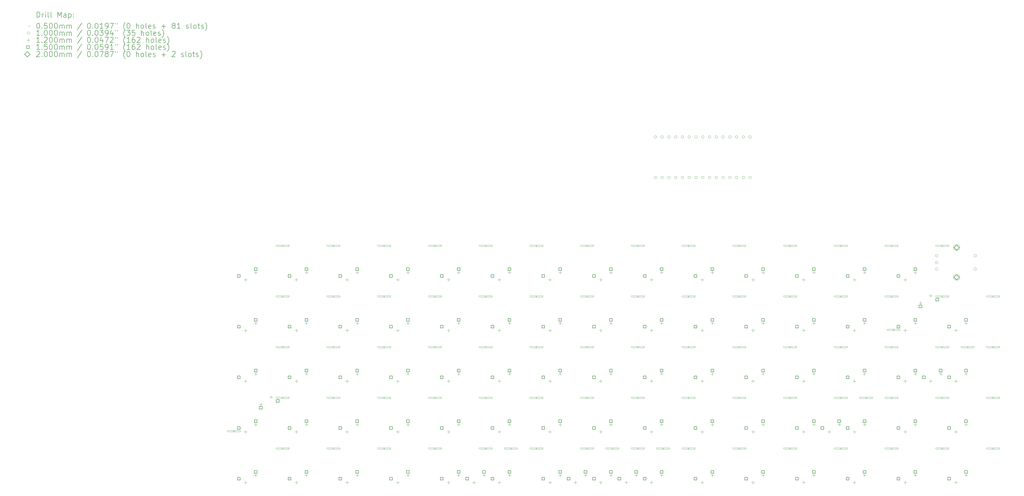
<source format=gbr>
%TF.GenerationSoftware,KiCad,Pcbnew,7.0.10*%
%TF.CreationDate,2024-03-07T22:32:43+00:00*%
%TF.ProjectId,keyboard,6b657962-6f61-4726-942e-6b696361645f,rev?*%
%TF.SameCoordinates,Original*%
%TF.FileFunction,Drillmap*%
%TF.FilePolarity,Positive*%
%FSLAX45Y45*%
G04 Gerber Fmt 4.5, Leading zero omitted, Abs format (unit mm)*
G04 Created by KiCad (PCBNEW 7.0.10) date 2024-03-07 22:32:43*
%MOMM*%
%LPD*%
G01*
G04 APERTURE LIST*
%ADD10C,0.200000*%
%ADD11C,0.100000*%
%ADD12C,0.120000*%
%ADD13C,0.150000*%
G04 APERTURE END LIST*
D10*
D11*
X7633750Y-15845000D02*
X7683750Y-15895000D01*
X7683750Y-15845000D02*
X7633750Y-15895000D01*
X7883750Y-15845000D02*
X7433750Y-15845000D01*
X7433750Y-15845000D02*
G75*
G03*
X7433750Y-15895000I0J-25000D01*
G01*
X7433750Y-15895000D02*
X7883750Y-15895000D01*
X7883750Y-15895000D02*
G75*
G03*
X7883750Y-15845000I0J25000D01*
G01*
X9461250Y-8870000D02*
X9511250Y-8920000D01*
X9511250Y-8870000D02*
X9461250Y-8920000D01*
X9261250Y-8920000D02*
X9711250Y-8920000D01*
X9711250Y-8920000D02*
G75*
G03*
X9711250Y-8870000I0J25000D01*
G01*
X9711250Y-8870000D02*
X9261250Y-8870000D01*
X9261250Y-8870000D02*
G75*
G03*
X9261250Y-8920000I0J-25000D01*
G01*
X9461250Y-10775000D02*
X9511250Y-10825000D01*
X9511250Y-10775000D02*
X9461250Y-10825000D01*
X9261250Y-10825000D02*
X9711250Y-10825000D01*
X9711250Y-10825000D02*
G75*
G03*
X9711250Y-10775000I0J25000D01*
G01*
X9711250Y-10775000D02*
X9261250Y-10775000D01*
X9261250Y-10775000D02*
G75*
G03*
X9261250Y-10825000I0J-25000D01*
G01*
X9461250Y-12680000D02*
X9511250Y-12730000D01*
X9511250Y-12680000D02*
X9461250Y-12730000D01*
X9261250Y-12730000D02*
X9711250Y-12730000D01*
X9711250Y-12730000D02*
G75*
G03*
X9711250Y-12680000I0J25000D01*
G01*
X9711250Y-12680000D02*
X9261250Y-12680000D01*
X9261250Y-12680000D02*
G75*
G03*
X9261250Y-12730000I0J-25000D01*
G01*
X9461250Y-14585000D02*
X9511250Y-14635000D01*
X9511250Y-14585000D02*
X9461250Y-14635000D01*
X9261250Y-14635000D02*
X9711250Y-14635000D01*
X9711250Y-14635000D02*
G75*
G03*
X9711250Y-14585000I0J25000D01*
G01*
X9711250Y-14585000D02*
X9261250Y-14585000D01*
X9261250Y-14585000D02*
G75*
G03*
X9261250Y-14635000I0J-25000D01*
G01*
X9461250Y-16490000D02*
X9511250Y-16540000D01*
X9511250Y-16490000D02*
X9461250Y-16540000D01*
X9261250Y-16540000D02*
X9711250Y-16540000D01*
X9711250Y-16540000D02*
G75*
G03*
X9711250Y-16490000I0J25000D01*
G01*
X9711250Y-16490000D02*
X9261250Y-16490000D01*
X9261250Y-16490000D02*
G75*
G03*
X9261250Y-16540000I0J-25000D01*
G01*
X11366250Y-8870000D02*
X11416250Y-8920000D01*
X11416250Y-8870000D02*
X11366250Y-8920000D01*
X11166250Y-8920000D02*
X11616250Y-8920000D01*
X11616250Y-8920000D02*
G75*
G03*
X11616250Y-8870000I0J25000D01*
G01*
X11616250Y-8870000D02*
X11166250Y-8870000D01*
X11166250Y-8870000D02*
G75*
G03*
X11166250Y-8920000I0J-25000D01*
G01*
X11366250Y-10775000D02*
X11416250Y-10825000D01*
X11416250Y-10775000D02*
X11366250Y-10825000D01*
X11166250Y-10825000D02*
X11616250Y-10825000D01*
X11616250Y-10825000D02*
G75*
G03*
X11616250Y-10775000I0J25000D01*
G01*
X11616250Y-10775000D02*
X11166250Y-10775000D01*
X11166250Y-10775000D02*
G75*
G03*
X11166250Y-10825000I0J-25000D01*
G01*
X11366250Y-12680000D02*
X11416250Y-12730000D01*
X11416250Y-12680000D02*
X11366250Y-12730000D01*
X11166250Y-12730000D02*
X11616250Y-12730000D01*
X11616250Y-12730000D02*
G75*
G03*
X11616250Y-12680000I0J25000D01*
G01*
X11616250Y-12680000D02*
X11166250Y-12680000D01*
X11166250Y-12680000D02*
G75*
G03*
X11166250Y-12730000I0J-25000D01*
G01*
X11366250Y-14585000D02*
X11416250Y-14635000D01*
X11416250Y-14585000D02*
X11366250Y-14635000D01*
X11166250Y-14635000D02*
X11616250Y-14635000D01*
X11616250Y-14635000D02*
G75*
G03*
X11616250Y-14585000I0J25000D01*
G01*
X11616250Y-14585000D02*
X11166250Y-14585000D01*
X11166250Y-14585000D02*
G75*
G03*
X11166250Y-14635000I0J-25000D01*
G01*
X11366250Y-16490000D02*
X11416250Y-16540000D01*
X11416250Y-16490000D02*
X11366250Y-16540000D01*
X11166250Y-16540000D02*
X11616250Y-16540000D01*
X11616250Y-16540000D02*
G75*
G03*
X11616250Y-16490000I0J25000D01*
G01*
X11616250Y-16490000D02*
X11166250Y-16490000D01*
X11166250Y-16490000D02*
G75*
G03*
X11166250Y-16540000I0J-25000D01*
G01*
X13271250Y-8870000D02*
X13321250Y-8920000D01*
X13321250Y-8870000D02*
X13271250Y-8920000D01*
X13071250Y-8920000D02*
X13521250Y-8920000D01*
X13521250Y-8920000D02*
G75*
G03*
X13521250Y-8870000I0J25000D01*
G01*
X13521250Y-8870000D02*
X13071250Y-8870000D01*
X13071250Y-8870000D02*
G75*
G03*
X13071250Y-8920000I0J-25000D01*
G01*
X13271250Y-10775000D02*
X13321250Y-10825000D01*
X13321250Y-10775000D02*
X13271250Y-10825000D01*
X13071250Y-10825000D02*
X13521250Y-10825000D01*
X13521250Y-10825000D02*
G75*
G03*
X13521250Y-10775000I0J25000D01*
G01*
X13521250Y-10775000D02*
X13071250Y-10775000D01*
X13071250Y-10775000D02*
G75*
G03*
X13071250Y-10825000I0J-25000D01*
G01*
X13271250Y-12680000D02*
X13321250Y-12730000D01*
X13321250Y-12680000D02*
X13271250Y-12730000D01*
X13071250Y-12730000D02*
X13521250Y-12730000D01*
X13521250Y-12730000D02*
G75*
G03*
X13521250Y-12680000I0J25000D01*
G01*
X13521250Y-12680000D02*
X13071250Y-12680000D01*
X13071250Y-12680000D02*
G75*
G03*
X13071250Y-12730000I0J-25000D01*
G01*
X13271250Y-14585000D02*
X13321250Y-14635000D01*
X13321250Y-14585000D02*
X13271250Y-14635000D01*
X13071250Y-14635000D02*
X13521250Y-14635000D01*
X13521250Y-14635000D02*
G75*
G03*
X13521250Y-14585000I0J25000D01*
G01*
X13521250Y-14585000D02*
X13071250Y-14585000D01*
X13071250Y-14585000D02*
G75*
G03*
X13071250Y-14635000I0J-25000D01*
G01*
X13271250Y-16490000D02*
X13321250Y-16540000D01*
X13321250Y-16490000D02*
X13271250Y-16540000D01*
X13071250Y-16540000D02*
X13521250Y-16540000D01*
X13521250Y-16540000D02*
G75*
G03*
X13521250Y-16490000I0J25000D01*
G01*
X13521250Y-16490000D02*
X13071250Y-16490000D01*
X13071250Y-16490000D02*
G75*
G03*
X13071250Y-16540000I0J-25000D01*
G01*
X15176250Y-8870000D02*
X15226250Y-8920000D01*
X15226250Y-8870000D02*
X15176250Y-8920000D01*
X14976250Y-8920000D02*
X15426250Y-8920000D01*
X15426250Y-8920000D02*
G75*
G03*
X15426250Y-8870000I0J25000D01*
G01*
X15426250Y-8870000D02*
X14976250Y-8870000D01*
X14976250Y-8870000D02*
G75*
G03*
X14976250Y-8920000I0J-25000D01*
G01*
X15176250Y-10775000D02*
X15226250Y-10825000D01*
X15226250Y-10775000D02*
X15176250Y-10825000D01*
X14976250Y-10825000D02*
X15426250Y-10825000D01*
X15426250Y-10825000D02*
G75*
G03*
X15426250Y-10775000I0J25000D01*
G01*
X15426250Y-10775000D02*
X14976250Y-10775000D01*
X14976250Y-10775000D02*
G75*
G03*
X14976250Y-10825000I0J-25000D01*
G01*
X15176250Y-12680000D02*
X15226250Y-12730000D01*
X15226250Y-12680000D02*
X15176250Y-12730000D01*
X14976250Y-12730000D02*
X15426250Y-12730000D01*
X15426250Y-12730000D02*
G75*
G03*
X15426250Y-12680000I0J25000D01*
G01*
X15426250Y-12680000D02*
X14976250Y-12680000D01*
X14976250Y-12680000D02*
G75*
G03*
X14976250Y-12730000I0J-25000D01*
G01*
X15176250Y-14585000D02*
X15226250Y-14635000D01*
X15226250Y-14585000D02*
X15176250Y-14635000D01*
X14976250Y-14635000D02*
X15426250Y-14635000D01*
X15426250Y-14635000D02*
G75*
G03*
X15426250Y-14585000I0J25000D01*
G01*
X15426250Y-14585000D02*
X14976250Y-14585000D01*
X14976250Y-14585000D02*
G75*
G03*
X14976250Y-14635000I0J-25000D01*
G01*
X15176250Y-16490000D02*
X15226250Y-16540000D01*
X15226250Y-16490000D02*
X15176250Y-16540000D01*
X14976250Y-16540000D02*
X15426250Y-16540000D01*
X15426250Y-16540000D02*
G75*
G03*
X15426250Y-16490000I0J25000D01*
G01*
X15426250Y-16490000D02*
X14976250Y-16490000D01*
X14976250Y-16490000D02*
G75*
G03*
X14976250Y-16540000I0J-25000D01*
G01*
X17081250Y-8870000D02*
X17131250Y-8920000D01*
X17131250Y-8870000D02*
X17081250Y-8920000D01*
X16881250Y-8920000D02*
X17331250Y-8920000D01*
X17331250Y-8920000D02*
G75*
G03*
X17331250Y-8870000I0J25000D01*
G01*
X17331250Y-8870000D02*
X16881250Y-8870000D01*
X16881250Y-8870000D02*
G75*
G03*
X16881250Y-8920000I0J-25000D01*
G01*
X17081250Y-10775000D02*
X17131250Y-10825000D01*
X17131250Y-10775000D02*
X17081250Y-10825000D01*
X16881250Y-10825000D02*
X17331250Y-10825000D01*
X17331250Y-10825000D02*
G75*
G03*
X17331250Y-10775000I0J25000D01*
G01*
X17331250Y-10775000D02*
X16881250Y-10775000D01*
X16881250Y-10775000D02*
G75*
G03*
X16881250Y-10825000I0J-25000D01*
G01*
X17081250Y-12680000D02*
X17131250Y-12730000D01*
X17131250Y-12680000D02*
X17081250Y-12730000D01*
X16881250Y-12730000D02*
X17331250Y-12730000D01*
X17331250Y-12730000D02*
G75*
G03*
X17331250Y-12680000I0J25000D01*
G01*
X17331250Y-12680000D02*
X16881250Y-12680000D01*
X16881250Y-12680000D02*
G75*
G03*
X16881250Y-12730000I0J-25000D01*
G01*
X17081250Y-14585000D02*
X17131250Y-14635000D01*
X17131250Y-14585000D02*
X17081250Y-14635000D01*
X16881250Y-14635000D02*
X17331250Y-14635000D01*
X17331250Y-14635000D02*
G75*
G03*
X17331250Y-14585000I0J25000D01*
G01*
X17331250Y-14585000D02*
X16881250Y-14585000D01*
X16881250Y-14585000D02*
G75*
G03*
X16881250Y-14635000I0J-25000D01*
G01*
X17081250Y-16490000D02*
X17131250Y-16540000D01*
X17131250Y-16490000D02*
X17081250Y-16540000D01*
X16881250Y-16540000D02*
X17331250Y-16540000D01*
X17331250Y-16540000D02*
G75*
G03*
X17331250Y-16490000I0J25000D01*
G01*
X17331250Y-16490000D02*
X16881250Y-16490000D01*
X16881250Y-16490000D02*
G75*
G03*
X16881250Y-16540000I0J-25000D01*
G01*
X18033750Y-16490000D02*
X18083750Y-16540000D01*
X18083750Y-16490000D02*
X18033750Y-16540000D01*
X17833750Y-16540000D02*
X18283750Y-16540000D01*
X18283750Y-16540000D02*
G75*
G03*
X18283750Y-16490000I0J25000D01*
G01*
X18283750Y-16490000D02*
X17833750Y-16490000D01*
X17833750Y-16490000D02*
G75*
G03*
X17833750Y-16540000I0J-25000D01*
G01*
X18986250Y-8870000D02*
X19036250Y-8920000D01*
X19036250Y-8870000D02*
X18986250Y-8920000D01*
X18786250Y-8920000D02*
X19236250Y-8920000D01*
X19236250Y-8920000D02*
G75*
G03*
X19236250Y-8870000I0J25000D01*
G01*
X19236250Y-8870000D02*
X18786250Y-8870000D01*
X18786250Y-8870000D02*
G75*
G03*
X18786250Y-8920000I0J-25000D01*
G01*
X18986250Y-10775000D02*
X19036250Y-10825000D01*
X19036250Y-10775000D02*
X18986250Y-10825000D01*
X18786250Y-10825000D02*
X19236250Y-10825000D01*
X19236250Y-10825000D02*
G75*
G03*
X19236250Y-10775000I0J25000D01*
G01*
X19236250Y-10775000D02*
X18786250Y-10775000D01*
X18786250Y-10775000D02*
G75*
G03*
X18786250Y-10825000I0J-25000D01*
G01*
X18986250Y-12680000D02*
X19036250Y-12730000D01*
X19036250Y-12680000D02*
X18986250Y-12730000D01*
X18786250Y-12730000D02*
X19236250Y-12730000D01*
X19236250Y-12730000D02*
G75*
G03*
X19236250Y-12680000I0J25000D01*
G01*
X19236250Y-12680000D02*
X18786250Y-12680000D01*
X18786250Y-12680000D02*
G75*
G03*
X18786250Y-12730000I0J-25000D01*
G01*
X18986250Y-14585000D02*
X19036250Y-14635000D01*
X19036250Y-14585000D02*
X18986250Y-14635000D01*
X18786250Y-14635000D02*
X19236250Y-14635000D01*
X19236250Y-14635000D02*
G75*
G03*
X19236250Y-14585000I0J25000D01*
G01*
X19236250Y-14585000D02*
X18786250Y-14585000D01*
X18786250Y-14585000D02*
G75*
G03*
X18786250Y-14635000I0J-25000D01*
G01*
X18986250Y-16490000D02*
X19036250Y-16540000D01*
X19036250Y-16490000D02*
X18986250Y-16540000D01*
X18786250Y-16540000D02*
X19236250Y-16540000D01*
X19236250Y-16540000D02*
G75*
G03*
X19236250Y-16490000I0J25000D01*
G01*
X19236250Y-16490000D02*
X18786250Y-16490000D01*
X18786250Y-16490000D02*
G75*
G03*
X18786250Y-16540000I0J-25000D01*
G01*
X20891250Y-8870000D02*
X20941250Y-8920000D01*
X20941250Y-8870000D02*
X20891250Y-8920000D01*
X20691250Y-8920000D02*
X21141250Y-8920000D01*
X21141250Y-8920000D02*
G75*
G03*
X21141250Y-8870000I0J25000D01*
G01*
X21141250Y-8870000D02*
X20691250Y-8870000D01*
X20691250Y-8870000D02*
G75*
G03*
X20691250Y-8920000I0J-25000D01*
G01*
X20891250Y-10775000D02*
X20941250Y-10825000D01*
X20941250Y-10775000D02*
X20891250Y-10825000D01*
X20691250Y-10825000D02*
X21141250Y-10825000D01*
X21141250Y-10825000D02*
G75*
G03*
X21141250Y-10775000I0J25000D01*
G01*
X21141250Y-10775000D02*
X20691250Y-10775000D01*
X20691250Y-10775000D02*
G75*
G03*
X20691250Y-10825000I0J-25000D01*
G01*
X20891250Y-12680000D02*
X20941250Y-12730000D01*
X20941250Y-12680000D02*
X20891250Y-12730000D01*
X20691250Y-12730000D02*
X21141250Y-12730000D01*
X21141250Y-12730000D02*
G75*
G03*
X21141250Y-12680000I0J25000D01*
G01*
X21141250Y-12680000D02*
X20691250Y-12680000D01*
X20691250Y-12680000D02*
G75*
G03*
X20691250Y-12730000I0J-25000D01*
G01*
X20891250Y-14585000D02*
X20941250Y-14635000D01*
X20941250Y-14585000D02*
X20891250Y-14635000D01*
X20691250Y-14635000D02*
X21141250Y-14635000D01*
X21141250Y-14635000D02*
G75*
G03*
X21141250Y-14585000I0J25000D01*
G01*
X21141250Y-14585000D02*
X20691250Y-14585000D01*
X20691250Y-14585000D02*
G75*
G03*
X20691250Y-14635000I0J-25000D01*
G01*
X20891250Y-16490000D02*
X20941250Y-16540000D01*
X20941250Y-16490000D02*
X20891250Y-16540000D01*
X20691250Y-16540000D02*
X21141250Y-16540000D01*
X21141250Y-16540000D02*
G75*
G03*
X21141250Y-16490000I0J25000D01*
G01*
X21141250Y-16490000D02*
X20691250Y-16490000D01*
X20691250Y-16490000D02*
G75*
G03*
X20691250Y-16540000I0J-25000D01*
G01*
X21843750Y-16490000D02*
X21893750Y-16540000D01*
X21893750Y-16490000D02*
X21843750Y-16540000D01*
X21643750Y-16540000D02*
X22093750Y-16540000D01*
X22093750Y-16540000D02*
G75*
G03*
X22093750Y-16490000I0J25000D01*
G01*
X22093750Y-16490000D02*
X21643750Y-16490000D01*
X21643750Y-16490000D02*
G75*
G03*
X21643750Y-16540000I0J-25000D01*
G01*
X22796250Y-8870000D02*
X22846250Y-8920000D01*
X22846250Y-8870000D02*
X22796250Y-8920000D01*
X22596250Y-8920000D02*
X23046250Y-8920000D01*
X23046250Y-8920000D02*
G75*
G03*
X23046250Y-8870000I0J25000D01*
G01*
X23046250Y-8870000D02*
X22596250Y-8870000D01*
X22596250Y-8870000D02*
G75*
G03*
X22596250Y-8920000I0J-25000D01*
G01*
X22796250Y-10775000D02*
X22846250Y-10825000D01*
X22846250Y-10775000D02*
X22796250Y-10825000D01*
X22596250Y-10825000D02*
X23046250Y-10825000D01*
X23046250Y-10825000D02*
G75*
G03*
X23046250Y-10775000I0J25000D01*
G01*
X23046250Y-10775000D02*
X22596250Y-10775000D01*
X22596250Y-10775000D02*
G75*
G03*
X22596250Y-10825000I0J-25000D01*
G01*
X22796250Y-12680000D02*
X22846250Y-12730000D01*
X22846250Y-12680000D02*
X22796250Y-12730000D01*
X22596250Y-12730000D02*
X23046250Y-12730000D01*
X23046250Y-12730000D02*
G75*
G03*
X23046250Y-12680000I0J25000D01*
G01*
X23046250Y-12680000D02*
X22596250Y-12680000D01*
X22596250Y-12680000D02*
G75*
G03*
X22596250Y-12730000I0J-25000D01*
G01*
X22796250Y-14585000D02*
X22846250Y-14635000D01*
X22846250Y-14585000D02*
X22796250Y-14635000D01*
X22596250Y-14635000D02*
X23046250Y-14635000D01*
X23046250Y-14635000D02*
G75*
G03*
X23046250Y-14585000I0J25000D01*
G01*
X23046250Y-14585000D02*
X22596250Y-14585000D01*
X22596250Y-14585000D02*
G75*
G03*
X22596250Y-14635000I0J-25000D01*
G01*
X22796250Y-16490000D02*
X22846250Y-16540000D01*
X22846250Y-16490000D02*
X22796250Y-16540000D01*
X22596250Y-16540000D02*
X23046250Y-16540000D01*
X23046250Y-16540000D02*
G75*
G03*
X23046250Y-16490000I0J25000D01*
G01*
X23046250Y-16490000D02*
X22596250Y-16490000D01*
X22596250Y-16490000D02*
G75*
G03*
X22596250Y-16540000I0J-25000D01*
G01*
X23748750Y-16490000D02*
X23798750Y-16540000D01*
X23798750Y-16490000D02*
X23748750Y-16540000D01*
X23548750Y-16540000D02*
X23998750Y-16540000D01*
X23998750Y-16540000D02*
G75*
G03*
X23998750Y-16490000I0J25000D01*
G01*
X23998750Y-16490000D02*
X23548750Y-16490000D01*
X23548750Y-16490000D02*
G75*
G03*
X23548750Y-16540000I0J-25000D01*
G01*
X24701250Y-8870000D02*
X24751250Y-8920000D01*
X24751250Y-8870000D02*
X24701250Y-8920000D01*
X24501250Y-8920000D02*
X24951250Y-8920000D01*
X24951250Y-8920000D02*
G75*
G03*
X24951250Y-8870000I0J25000D01*
G01*
X24951250Y-8870000D02*
X24501250Y-8870000D01*
X24501250Y-8870000D02*
G75*
G03*
X24501250Y-8920000I0J-25000D01*
G01*
X24701250Y-10775000D02*
X24751250Y-10825000D01*
X24751250Y-10775000D02*
X24701250Y-10825000D01*
X24501250Y-10825000D02*
X24951250Y-10825000D01*
X24951250Y-10825000D02*
G75*
G03*
X24951250Y-10775000I0J25000D01*
G01*
X24951250Y-10775000D02*
X24501250Y-10775000D01*
X24501250Y-10775000D02*
G75*
G03*
X24501250Y-10825000I0J-25000D01*
G01*
X24701250Y-12680000D02*
X24751250Y-12730000D01*
X24751250Y-12680000D02*
X24701250Y-12730000D01*
X24501250Y-12730000D02*
X24951250Y-12730000D01*
X24951250Y-12730000D02*
G75*
G03*
X24951250Y-12680000I0J25000D01*
G01*
X24951250Y-12680000D02*
X24501250Y-12680000D01*
X24501250Y-12680000D02*
G75*
G03*
X24501250Y-12730000I0J-25000D01*
G01*
X24701250Y-14585000D02*
X24751250Y-14635000D01*
X24751250Y-14585000D02*
X24701250Y-14635000D01*
X24501250Y-14635000D02*
X24951250Y-14635000D01*
X24951250Y-14635000D02*
G75*
G03*
X24951250Y-14585000I0J25000D01*
G01*
X24951250Y-14585000D02*
X24501250Y-14585000D01*
X24501250Y-14585000D02*
G75*
G03*
X24501250Y-14635000I0J-25000D01*
G01*
X24701250Y-16490000D02*
X24751250Y-16540000D01*
X24751250Y-16490000D02*
X24701250Y-16540000D01*
X24501250Y-16540000D02*
X24951250Y-16540000D01*
X24951250Y-16540000D02*
G75*
G03*
X24951250Y-16490000I0J25000D01*
G01*
X24951250Y-16490000D02*
X24501250Y-16490000D01*
X24501250Y-16490000D02*
G75*
G03*
X24501250Y-16540000I0J-25000D01*
G01*
X26606250Y-8870000D02*
X26656250Y-8920000D01*
X26656250Y-8870000D02*
X26606250Y-8920000D01*
X26406250Y-8920000D02*
X26856250Y-8920000D01*
X26856250Y-8920000D02*
G75*
G03*
X26856250Y-8870000I0J25000D01*
G01*
X26856250Y-8870000D02*
X26406250Y-8870000D01*
X26406250Y-8870000D02*
G75*
G03*
X26406250Y-8920000I0J-25000D01*
G01*
X26606250Y-10775000D02*
X26656250Y-10825000D01*
X26656250Y-10775000D02*
X26606250Y-10825000D01*
X26406250Y-10825000D02*
X26856250Y-10825000D01*
X26856250Y-10825000D02*
G75*
G03*
X26856250Y-10775000I0J25000D01*
G01*
X26856250Y-10775000D02*
X26406250Y-10775000D01*
X26406250Y-10775000D02*
G75*
G03*
X26406250Y-10825000I0J-25000D01*
G01*
X26606250Y-12680000D02*
X26656250Y-12730000D01*
X26656250Y-12680000D02*
X26606250Y-12730000D01*
X26406250Y-12730000D02*
X26856250Y-12730000D01*
X26856250Y-12730000D02*
G75*
G03*
X26856250Y-12680000I0J25000D01*
G01*
X26856250Y-12680000D02*
X26406250Y-12680000D01*
X26406250Y-12680000D02*
G75*
G03*
X26406250Y-12730000I0J-25000D01*
G01*
X26606250Y-14585000D02*
X26656250Y-14635000D01*
X26656250Y-14585000D02*
X26606250Y-14635000D01*
X26406250Y-14635000D02*
X26856250Y-14635000D01*
X26856250Y-14635000D02*
G75*
G03*
X26856250Y-14585000I0J25000D01*
G01*
X26856250Y-14585000D02*
X26406250Y-14585000D01*
X26406250Y-14585000D02*
G75*
G03*
X26406250Y-14635000I0J-25000D01*
G01*
X26606250Y-16490000D02*
X26656250Y-16540000D01*
X26656250Y-16490000D02*
X26606250Y-16540000D01*
X26406250Y-16540000D02*
X26856250Y-16540000D01*
X26856250Y-16540000D02*
G75*
G03*
X26856250Y-16490000I0J25000D01*
G01*
X26856250Y-16490000D02*
X26406250Y-16490000D01*
X26406250Y-16490000D02*
G75*
G03*
X26406250Y-16540000I0J-25000D01*
G01*
X28511250Y-8870000D02*
X28561250Y-8920000D01*
X28561250Y-8870000D02*
X28511250Y-8920000D01*
X28311250Y-8920000D02*
X28761250Y-8920000D01*
X28761250Y-8920000D02*
G75*
G03*
X28761250Y-8870000I0J25000D01*
G01*
X28761250Y-8870000D02*
X28311250Y-8870000D01*
X28311250Y-8870000D02*
G75*
G03*
X28311250Y-8920000I0J-25000D01*
G01*
X28511250Y-10775000D02*
X28561250Y-10825000D01*
X28561250Y-10775000D02*
X28511250Y-10825000D01*
X28311250Y-10825000D02*
X28761250Y-10825000D01*
X28761250Y-10825000D02*
G75*
G03*
X28761250Y-10775000I0J25000D01*
G01*
X28761250Y-10775000D02*
X28311250Y-10775000D01*
X28311250Y-10775000D02*
G75*
G03*
X28311250Y-10825000I0J-25000D01*
G01*
X28511250Y-12680000D02*
X28561250Y-12730000D01*
X28561250Y-12680000D02*
X28511250Y-12730000D01*
X28311250Y-12730000D02*
X28761250Y-12730000D01*
X28761250Y-12730000D02*
G75*
G03*
X28761250Y-12680000I0J25000D01*
G01*
X28761250Y-12680000D02*
X28311250Y-12680000D01*
X28311250Y-12680000D02*
G75*
G03*
X28311250Y-12730000I0J-25000D01*
G01*
X28511250Y-14585000D02*
X28561250Y-14635000D01*
X28561250Y-14585000D02*
X28511250Y-14635000D01*
X28311250Y-14635000D02*
X28761250Y-14635000D01*
X28761250Y-14635000D02*
G75*
G03*
X28761250Y-14585000I0J25000D01*
G01*
X28761250Y-14585000D02*
X28311250Y-14585000D01*
X28311250Y-14585000D02*
G75*
G03*
X28311250Y-14635000I0J-25000D01*
G01*
X28511250Y-16490000D02*
X28561250Y-16540000D01*
X28561250Y-16490000D02*
X28511250Y-16540000D01*
X28311250Y-16540000D02*
X28761250Y-16540000D01*
X28761250Y-16540000D02*
G75*
G03*
X28761250Y-16490000I0J25000D01*
G01*
X28761250Y-16490000D02*
X28311250Y-16490000D01*
X28311250Y-16490000D02*
G75*
G03*
X28311250Y-16540000I0J-25000D01*
G01*
X30416250Y-8870000D02*
X30466250Y-8920000D01*
X30466250Y-8870000D02*
X30416250Y-8920000D01*
X30216250Y-8920000D02*
X30666250Y-8920000D01*
X30666250Y-8920000D02*
G75*
G03*
X30666250Y-8870000I0J25000D01*
G01*
X30666250Y-8870000D02*
X30216250Y-8870000D01*
X30216250Y-8870000D02*
G75*
G03*
X30216250Y-8920000I0J-25000D01*
G01*
X30416250Y-10775000D02*
X30466250Y-10825000D01*
X30466250Y-10775000D02*
X30416250Y-10825000D01*
X30216250Y-10825000D02*
X30666250Y-10825000D01*
X30666250Y-10825000D02*
G75*
G03*
X30666250Y-10775000I0J25000D01*
G01*
X30666250Y-10775000D02*
X30216250Y-10775000D01*
X30216250Y-10775000D02*
G75*
G03*
X30216250Y-10825000I0J-25000D01*
G01*
X30416250Y-12680000D02*
X30466250Y-12730000D01*
X30466250Y-12680000D02*
X30416250Y-12730000D01*
X30216250Y-12730000D02*
X30666250Y-12730000D01*
X30666250Y-12730000D02*
G75*
G03*
X30666250Y-12680000I0J25000D01*
G01*
X30666250Y-12680000D02*
X30216250Y-12680000D01*
X30216250Y-12680000D02*
G75*
G03*
X30216250Y-12730000I0J-25000D01*
G01*
X30416250Y-14585000D02*
X30466250Y-14635000D01*
X30466250Y-14585000D02*
X30416250Y-14635000D01*
X30216250Y-14635000D02*
X30666250Y-14635000D01*
X30666250Y-14635000D02*
G75*
G03*
X30666250Y-14585000I0J25000D01*
G01*
X30666250Y-14585000D02*
X30216250Y-14585000D01*
X30216250Y-14585000D02*
G75*
G03*
X30216250Y-14635000I0J-25000D01*
G01*
X30416250Y-16490000D02*
X30466250Y-16540000D01*
X30466250Y-16490000D02*
X30416250Y-16540000D01*
X30216250Y-16540000D02*
X30666250Y-16540000D01*
X30666250Y-16540000D02*
G75*
G03*
X30666250Y-16490000I0J25000D01*
G01*
X30666250Y-16490000D02*
X30216250Y-16490000D01*
X30216250Y-16490000D02*
G75*
G03*
X30216250Y-16540000I0J-25000D01*
G01*
X31368750Y-14585000D02*
X31418750Y-14635000D01*
X31418750Y-14585000D02*
X31368750Y-14635000D01*
X31168750Y-14635000D02*
X31618750Y-14635000D01*
X31618750Y-14635000D02*
G75*
G03*
X31618750Y-14585000I0J25000D01*
G01*
X31618750Y-14585000D02*
X31168750Y-14585000D01*
X31168750Y-14585000D02*
G75*
G03*
X31168750Y-14635000I0J-25000D01*
G01*
X32321250Y-8870000D02*
X32371250Y-8920000D01*
X32371250Y-8870000D02*
X32321250Y-8920000D01*
X32121250Y-8920000D02*
X32571250Y-8920000D01*
X32571250Y-8920000D02*
G75*
G03*
X32571250Y-8870000I0J25000D01*
G01*
X32571250Y-8870000D02*
X32121250Y-8870000D01*
X32121250Y-8870000D02*
G75*
G03*
X32121250Y-8920000I0J-25000D01*
G01*
X32321250Y-10775000D02*
X32371250Y-10825000D01*
X32371250Y-10775000D02*
X32321250Y-10825000D01*
X32121250Y-10825000D02*
X32571250Y-10825000D01*
X32571250Y-10825000D02*
G75*
G03*
X32571250Y-10775000I0J25000D01*
G01*
X32571250Y-10775000D02*
X32121250Y-10775000D01*
X32121250Y-10775000D02*
G75*
G03*
X32121250Y-10825000I0J-25000D01*
G01*
X32321250Y-12680000D02*
X32371250Y-12730000D01*
X32371250Y-12680000D02*
X32321250Y-12730000D01*
X32121250Y-12730000D02*
X32571250Y-12730000D01*
X32571250Y-12730000D02*
G75*
G03*
X32571250Y-12680000I0J25000D01*
G01*
X32571250Y-12680000D02*
X32121250Y-12680000D01*
X32121250Y-12680000D02*
G75*
G03*
X32121250Y-12730000I0J-25000D01*
G01*
X32321250Y-14585000D02*
X32371250Y-14635000D01*
X32371250Y-14585000D02*
X32321250Y-14635000D01*
X32121250Y-14635000D02*
X32571250Y-14635000D01*
X32571250Y-14635000D02*
G75*
G03*
X32571250Y-14585000I0J25000D01*
G01*
X32571250Y-14585000D02*
X32121250Y-14585000D01*
X32121250Y-14585000D02*
G75*
G03*
X32121250Y-14635000I0J-25000D01*
G01*
X32321250Y-16490000D02*
X32371250Y-16540000D01*
X32371250Y-16490000D02*
X32321250Y-16540000D01*
X32121250Y-16540000D02*
X32571250Y-16540000D01*
X32571250Y-16540000D02*
G75*
G03*
X32571250Y-16490000I0J25000D01*
G01*
X32571250Y-16490000D02*
X32121250Y-16490000D01*
X32121250Y-16490000D02*
G75*
G03*
X32121250Y-16540000I0J-25000D01*
G01*
X32398750Y-12035000D02*
X32448750Y-12085000D01*
X32448750Y-12035000D02*
X32398750Y-12085000D01*
X32648750Y-12035000D02*
X32198750Y-12035000D01*
X32198750Y-12035000D02*
G75*
G03*
X32198750Y-12085000I0J-25000D01*
G01*
X32198750Y-12085000D02*
X32648750Y-12085000D01*
X32648750Y-12085000D02*
G75*
G03*
X32648750Y-12035000I0J25000D01*
G01*
X34226250Y-8870000D02*
X34276250Y-8920000D01*
X34276250Y-8870000D02*
X34226250Y-8920000D01*
X34026250Y-8920000D02*
X34476250Y-8920000D01*
X34476250Y-8920000D02*
G75*
G03*
X34476250Y-8870000I0J25000D01*
G01*
X34476250Y-8870000D02*
X34026250Y-8870000D01*
X34026250Y-8870000D02*
G75*
G03*
X34026250Y-8920000I0J-25000D01*
G01*
X34226250Y-10775000D02*
X34276250Y-10825000D01*
X34276250Y-10775000D02*
X34226250Y-10825000D01*
X34026250Y-10825000D02*
X34476250Y-10825000D01*
X34476250Y-10825000D02*
G75*
G03*
X34476250Y-10775000I0J25000D01*
G01*
X34476250Y-10775000D02*
X34026250Y-10775000D01*
X34026250Y-10775000D02*
G75*
G03*
X34026250Y-10825000I0J-25000D01*
G01*
X34226250Y-12680000D02*
X34276250Y-12730000D01*
X34276250Y-12680000D02*
X34226250Y-12730000D01*
X34026250Y-12730000D02*
X34476250Y-12730000D01*
X34476250Y-12730000D02*
G75*
G03*
X34476250Y-12680000I0J25000D01*
G01*
X34476250Y-12680000D02*
X34026250Y-12680000D01*
X34026250Y-12680000D02*
G75*
G03*
X34026250Y-12730000I0J-25000D01*
G01*
X34226250Y-14585000D02*
X34276250Y-14635000D01*
X34276250Y-14585000D02*
X34226250Y-14635000D01*
X34026250Y-14635000D02*
X34476250Y-14635000D01*
X34476250Y-14635000D02*
G75*
G03*
X34476250Y-14585000I0J25000D01*
G01*
X34476250Y-14585000D02*
X34026250Y-14585000D01*
X34026250Y-14585000D02*
G75*
G03*
X34026250Y-14635000I0J-25000D01*
G01*
X34226250Y-16490000D02*
X34276250Y-16540000D01*
X34276250Y-16490000D02*
X34226250Y-16540000D01*
X34026250Y-16540000D02*
X34476250Y-16540000D01*
X34476250Y-16540000D02*
G75*
G03*
X34476250Y-16490000I0J25000D01*
G01*
X34476250Y-16490000D02*
X34026250Y-16490000D01*
X34026250Y-16490000D02*
G75*
G03*
X34026250Y-16540000I0J-25000D01*
G01*
X35178750Y-12680000D02*
X35228750Y-12730000D01*
X35228750Y-12680000D02*
X35178750Y-12730000D01*
X34978750Y-12730000D02*
X35428750Y-12730000D01*
X35428750Y-12730000D02*
G75*
G03*
X35428750Y-12680000I0J25000D01*
G01*
X35428750Y-12680000D02*
X34978750Y-12680000D01*
X34978750Y-12680000D02*
G75*
G03*
X34978750Y-12730000I0J-25000D01*
G01*
X36131250Y-10775000D02*
X36181250Y-10825000D01*
X36181250Y-10775000D02*
X36131250Y-10825000D01*
X35931250Y-10825000D02*
X36381250Y-10825000D01*
X36381250Y-10825000D02*
G75*
G03*
X36381250Y-10775000I0J25000D01*
G01*
X36381250Y-10775000D02*
X35931250Y-10775000D01*
X35931250Y-10775000D02*
G75*
G03*
X35931250Y-10825000I0J-25000D01*
G01*
X36131250Y-12680000D02*
X36181250Y-12730000D01*
X36181250Y-12680000D02*
X36131250Y-12730000D01*
X35931250Y-12730000D02*
X36381250Y-12730000D01*
X36381250Y-12730000D02*
G75*
G03*
X36381250Y-12680000I0J25000D01*
G01*
X36381250Y-12680000D02*
X35931250Y-12680000D01*
X35931250Y-12680000D02*
G75*
G03*
X35931250Y-12730000I0J-25000D01*
G01*
X36131250Y-14585000D02*
X36181250Y-14635000D01*
X36181250Y-14585000D02*
X36131250Y-14635000D01*
X35931250Y-14635000D02*
X36381250Y-14635000D01*
X36381250Y-14635000D02*
G75*
G03*
X36381250Y-14585000I0J25000D01*
G01*
X36381250Y-14585000D02*
X35931250Y-14585000D01*
X35931250Y-14585000D02*
G75*
G03*
X35931250Y-14635000I0J-25000D01*
G01*
X36131250Y-16490000D02*
X36181250Y-16540000D01*
X36181250Y-16490000D02*
X36131250Y-16540000D01*
X35931250Y-16540000D02*
X36381250Y-16540000D01*
X36381250Y-16540000D02*
G75*
G03*
X36381250Y-16490000I0J25000D01*
G01*
X36381250Y-16490000D02*
X35931250Y-16490000D01*
X35931250Y-16490000D02*
G75*
G03*
X35931250Y-16540000I0J-25000D01*
G01*
X23533000Y-4809000D02*
G75*
G03*
X23433000Y-4809000I-50000J0D01*
G01*
X23433000Y-4809000D02*
G75*
G03*
X23533000Y-4809000I50000J0D01*
G01*
X23533000Y-6333000D02*
G75*
G03*
X23433000Y-6333000I-50000J0D01*
G01*
X23433000Y-6333000D02*
G75*
G03*
X23533000Y-6333000I50000J0D01*
G01*
X23787000Y-4809000D02*
G75*
G03*
X23687000Y-4809000I-50000J0D01*
G01*
X23687000Y-4809000D02*
G75*
G03*
X23787000Y-4809000I50000J0D01*
G01*
X23787000Y-6333000D02*
G75*
G03*
X23687000Y-6333000I-50000J0D01*
G01*
X23687000Y-6333000D02*
G75*
G03*
X23787000Y-6333000I50000J0D01*
G01*
X24041000Y-4809000D02*
G75*
G03*
X23941000Y-4809000I-50000J0D01*
G01*
X23941000Y-4809000D02*
G75*
G03*
X24041000Y-4809000I50000J0D01*
G01*
X24041000Y-6333000D02*
G75*
G03*
X23941000Y-6333000I-50000J0D01*
G01*
X23941000Y-6333000D02*
G75*
G03*
X24041000Y-6333000I50000J0D01*
G01*
X24295000Y-4809000D02*
G75*
G03*
X24195000Y-4809000I-50000J0D01*
G01*
X24195000Y-4809000D02*
G75*
G03*
X24295000Y-4809000I50000J0D01*
G01*
X24295000Y-6333000D02*
G75*
G03*
X24195000Y-6333000I-50000J0D01*
G01*
X24195000Y-6333000D02*
G75*
G03*
X24295000Y-6333000I50000J0D01*
G01*
X24549000Y-4809000D02*
G75*
G03*
X24449000Y-4809000I-50000J0D01*
G01*
X24449000Y-4809000D02*
G75*
G03*
X24549000Y-4809000I50000J0D01*
G01*
X24549000Y-6333000D02*
G75*
G03*
X24449000Y-6333000I-50000J0D01*
G01*
X24449000Y-6333000D02*
G75*
G03*
X24549000Y-6333000I50000J0D01*
G01*
X24803000Y-4809000D02*
G75*
G03*
X24703000Y-4809000I-50000J0D01*
G01*
X24703000Y-4809000D02*
G75*
G03*
X24803000Y-4809000I50000J0D01*
G01*
X24803000Y-6333000D02*
G75*
G03*
X24703000Y-6333000I-50000J0D01*
G01*
X24703000Y-6333000D02*
G75*
G03*
X24803000Y-6333000I50000J0D01*
G01*
X25057000Y-4809000D02*
G75*
G03*
X24957000Y-4809000I-50000J0D01*
G01*
X24957000Y-4809000D02*
G75*
G03*
X25057000Y-4809000I50000J0D01*
G01*
X25057000Y-6333000D02*
G75*
G03*
X24957000Y-6333000I-50000J0D01*
G01*
X24957000Y-6333000D02*
G75*
G03*
X25057000Y-6333000I50000J0D01*
G01*
X25311000Y-4809000D02*
G75*
G03*
X25211000Y-4809000I-50000J0D01*
G01*
X25211000Y-4809000D02*
G75*
G03*
X25311000Y-4809000I50000J0D01*
G01*
X25311000Y-6333000D02*
G75*
G03*
X25211000Y-6333000I-50000J0D01*
G01*
X25211000Y-6333000D02*
G75*
G03*
X25311000Y-6333000I50000J0D01*
G01*
X25565000Y-4809000D02*
G75*
G03*
X25465000Y-4809000I-50000J0D01*
G01*
X25465000Y-4809000D02*
G75*
G03*
X25565000Y-4809000I50000J0D01*
G01*
X25565000Y-6333000D02*
G75*
G03*
X25465000Y-6333000I-50000J0D01*
G01*
X25465000Y-6333000D02*
G75*
G03*
X25565000Y-6333000I50000J0D01*
G01*
X25819000Y-4809000D02*
G75*
G03*
X25719000Y-4809000I-50000J0D01*
G01*
X25719000Y-4809000D02*
G75*
G03*
X25819000Y-4809000I50000J0D01*
G01*
X25819000Y-6333000D02*
G75*
G03*
X25719000Y-6333000I-50000J0D01*
G01*
X25719000Y-6333000D02*
G75*
G03*
X25819000Y-6333000I50000J0D01*
G01*
X26073000Y-4809000D02*
G75*
G03*
X25973000Y-4809000I-50000J0D01*
G01*
X25973000Y-4809000D02*
G75*
G03*
X26073000Y-4809000I50000J0D01*
G01*
X26073000Y-6333000D02*
G75*
G03*
X25973000Y-6333000I-50000J0D01*
G01*
X25973000Y-6333000D02*
G75*
G03*
X26073000Y-6333000I50000J0D01*
G01*
X26327000Y-4809000D02*
G75*
G03*
X26227000Y-4809000I-50000J0D01*
G01*
X26227000Y-4809000D02*
G75*
G03*
X26327000Y-4809000I50000J0D01*
G01*
X26327000Y-6333000D02*
G75*
G03*
X26227000Y-6333000I-50000J0D01*
G01*
X26227000Y-6333000D02*
G75*
G03*
X26327000Y-6333000I50000J0D01*
G01*
X26581000Y-4809000D02*
G75*
G03*
X26481000Y-4809000I-50000J0D01*
G01*
X26481000Y-4809000D02*
G75*
G03*
X26581000Y-4809000I50000J0D01*
G01*
X26581000Y-6333000D02*
G75*
G03*
X26481000Y-6333000I-50000J0D01*
G01*
X26481000Y-6333000D02*
G75*
G03*
X26581000Y-6333000I50000J0D01*
G01*
X26835000Y-4809000D02*
G75*
G03*
X26735000Y-4809000I-50000J0D01*
G01*
X26735000Y-4809000D02*
G75*
G03*
X26835000Y-4809000I50000J0D01*
G01*
X26835000Y-6333000D02*
G75*
G03*
X26735000Y-6333000I-50000J0D01*
G01*
X26735000Y-6333000D02*
G75*
G03*
X26835000Y-6333000I50000J0D01*
G01*
X27089000Y-4809000D02*
G75*
G03*
X26989000Y-4809000I-50000J0D01*
G01*
X26989000Y-4809000D02*
G75*
G03*
X27089000Y-4809000I50000J0D01*
G01*
X27089000Y-6333000D02*
G75*
G03*
X26989000Y-6333000I-50000J0D01*
G01*
X26989000Y-6333000D02*
G75*
G03*
X27089000Y-6333000I50000J0D01*
G01*
X34091250Y-9275000D02*
G75*
G03*
X33991250Y-9275000I-50000J0D01*
G01*
X33991250Y-9275000D02*
G75*
G03*
X34091250Y-9275000I50000J0D01*
G01*
X34091250Y-9525000D02*
G75*
G03*
X33991250Y-9525000I-50000J0D01*
G01*
X33991250Y-9525000D02*
G75*
G03*
X34091250Y-9525000I50000J0D01*
G01*
X34091250Y-9775000D02*
G75*
G03*
X33991250Y-9775000I-50000J0D01*
G01*
X33991250Y-9775000D02*
G75*
G03*
X34091250Y-9775000I50000J0D01*
G01*
X35541250Y-9275000D02*
G75*
G03*
X35441250Y-9275000I-50000J0D01*
G01*
X35441250Y-9275000D02*
G75*
G03*
X35541250Y-9275000I50000J0D01*
G01*
X35541250Y-9775000D02*
G75*
G03*
X35441250Y-9775000I-50000J0D01*
G01*
X35441250Y-9775000D02*
G75*
G03*
X35541250Y-9775000I50000J0D01*
G01*
D12*
X8096250Y-10115000D02*
X8096250Y-10235000D01*
X8036250Y-10175000D02*
X8156250Y-10175000D01*
X8096250Y-12020000D02*
X8096250Y-12140000D01*
X8036250Y-12080000D02*
X8156250Y-12080000D01*
X8096250Y-13925000D02*
X8096250Y-14045000D01*
X8036250Y-13985000D02*
X8156250Y-13985000D01*
X8096250Y-15830000D02*
X8096250Y-15950000D01*
X8036250Y-15890000D02*
X8156250Y-15890000D01*
X8096250Y-17735000D02*
X8096250Y-17855000D01*
X8036250Y-17795000D02*
X8156250Y-17795000D01*
X8476250Y-9845000D02*
X8476250Y-9965000D01*
X8416250Y-9905000D02*
X8536250Y-9905000D01*
X8476250Y-11750000D02*
X8476250Y-11870000D01*
X8416250Y-11810000D02*
X8536250Y-11810000D01*
X8476250Y-13655000D02*
X8476250Y-13775000D01*
X8416250Y-13715000D02*
X8536250Y-13715000D01*
X8476250Y-15560000D02*
X8476250Y-15680000D01*
X8416250Y-15620000D02*
X8536250Y-15620000D01*
X8476250Y-17465000D02*
X8476250Y-17585000D01*
X8416250Y-17525000D02*
X8536250Y-17525000D01*
X8668750Y-14800000D02*
X8668750Y-14920000D01*
X8608750Y-14860000D02*
X8728750Y-14860000D01*
X9048750Y-14530000D02*
X9048750Y-14650000D01*
X8988750Y-14590000D02*
X9108750Y-14590000D01*
X10001250Y-10115000D02*
X10001250Y-10235000D01*
X9941250Y-10175000D02*
X10061250Y-10175000D01*
X10001250Y-12020000D02*
X10001250Y-12140000D01*
X9941250Y-12080000D02*
X10061250Y-12080000D01*
X10001250Y-13925000D02*
X10001250Y-14045000D01*
X9941250Y-13985000D02*
X10061250Y-13985000D01*
X10001250Y-15830000D02*
X10001250Y-15950000D01*
X9941250Y-15890000D02*
X10061250Y-15890000D01*
X10001250Y-17735000D02*
X10001250Y-17855000D01*
X9941250Y-17795000D02*
X10061250Y-17795000D01*
X10381250Y-9845000D02*
X10381250Y-9965000D01*
X10321250Y-9905000D02*
X10441250Y-9905000D01*
X10381250Y-11750000D02*
X10381250Y-11870000D01*
X10321250Y-11810000D02*
X10441250Y-11810000D01*
X10381250Y-13655000D02*
X10381250Y-13775000D01*
X10321250Y-13715000D02*
X10441250Y-13715000D01*
X10381250Y-15560000D02*
X10381250Y-15680000D01*
X10321250Y-15620000D02*
X10441250Y-15620000D01*
X10381250Y-17465000D02*
X10381250Y-17585000D01*
X10321250Y-17525000D02*
X10441250Y-17525000D01*
X11906250Y-10115000D02*
X11906250Y-10235000D01*
X11846250Y-10175000D02*
X11966250Y-10175000D01*
X11906250Y-12020000D02*
X11906250Y-12140000D01*
X11846250Y-12080000D02*
X11966250Y-12080000D01*
X11906250Y-13925000D02*
X11906250Y-14045000D01*
X11846250Y-13985000D02*
X11966250Y-13985000D01*
X11906250Y-15830000D02*
X11906250Y-15950000D01*
X11846250Y-15890000D02*
X11966250Y-15890000D01*
X11906250Y-17735000D02*
X11906250Y-17855000D01*
X11846250Y-17795000D02*
X11966250Y-17795000D01*
X12286250Y-9845000D02*
X12286250Y-9965000D01*
X12226250Y-9905000D02*
X12346250Y-9905000D01*
X12286250Y-11750000D02*
X12286250Y-11870000D01*
X12226250Y-11810000D02*
X12346250Y-11810000D01*
X12286250Y-13655000D02*
X12286250Y-13775000D01*
X12226250Y-13715000D02*
X12346250Y-13715000D01*
X12286250Y-15560000D02*
X12286250Y-15680000D01*
X12226250Y-15620000D02*
X12346250Y-15620000D01*
X12286250Y-17465000D02*
X12286250Y-17585000D01*
X12226250Y-17525000D02*
X12346250Y-17525000D01*
X13811250Y-10115000D02*
X13811250Y-10235000D01*
X13751250Y-10175000D02*
X13871250Y-10175000D01*
X13811250Y-12020000D02*
X13811250Y-12140000D01*
X13751250Y-12080000D02*
X13871250Y-12080000D01*
X13811250Y-13925000D02*
X13811250Y-14045000D01*
X13751250Y-13985000D02*
X13871250Y-13985000D01*
X13811250Y-15830000D02*
X13811250Y-15950000D01*
X13751250Y-15890000D02*
X13871250Y-15890000D01*
X13811250Y-17735000D02*
X13811250Y-17855000D01*
X13751250Y-17795000D02*
X13871250Y-17795000D01*
X14191250Y-9845000D02*
X14191250Y-9965000D01*
X14131250Y-9905000D02*
X14251250Y-9905000D01*
X14191250Y-11750000D02*
X14191250Y-11870000D01*
X14131250Y-11810000D02*
X14251250Y-11810000D01*
X14191250Y-13655000D02*
X14191250Y-13775000D01*
X14131250Y-13715000D02*
X14251250Y-13715000D01*
X14191250Y-15560000D02*
X14191250Y-15680000D01*
X14131250Y-15620000D02*
X14251250Y-15620000D01*
X14191250Y-17465000D02*
X14191250Y-17585000D01*
X14131250Y-17525000D02*
X14251250Y-17525000D01*
X15716250Y-10115000D02*
X15716250Y-10235000D01*
X15656250Y-10175000D02*
X15776250Y-10175000D01*
X15716250Y-12020000D02*
X15716250Y-12140000D01*
X15656250Y-12080000D02*
X15776250Y-12080000D01*
X15716250Y-13925000D02*
X15716250Y-14045000D01*
X15656250Y-13985000D02*
X15776250Y-13985000D01*
X15716250Y-15830000D02*
X15716250Y-15950000D01*
X15656250Y-15890000D02*
X15776250Y-15890000D01*
X15716250Y-17735000D02*
X15716250Y-17855000D01*
X15656250Y-17795000D02*
X15776250Y-17795000D01*
X16096250Y-9845000D02*
X16096250Y-9965000D01*
X16036250Y-9905000D02*
X16156250Y-9905000D01*
X16096250Y-11750000D02*
X16096250Y-11870000D01*
X16036250Y-11810000D02*
X16156250Y-11810000D01*
X16096250Y-13655000D02*
X16096250Y-13775000D01*
X16036250Y-13715000D02*
X16156250Y-13715000D01*
X16096250Y-15560000D02*
X16096250Y-15680000D01*
X16036250Y-15620000D02*
X16156250Y-15620000D01*
X16096250Y-17465000D02*
X16096250Y-17585000D01*
X16036250Y-17525000D02*
X16156250Y-17525000D01*
X16668750Y-17735000D02*
X16668750Y-17855000D01*
X16608750Y-17795000D02*
X16728750Y-17795000D01*
X17048750Y-17465000D02*
X17048750Y-17585000D01*
X16988750Y-17525000D02*
X17108750Y-17525000D01*
X17621250Y-10115000D02*
X17621250Y-10235000D01*
X17561250Y-10175000D02*
X17681250Y-10175000D01*
X17621250Y-12020000D02*
X17621250Y-12140000D01*
X17561250Y-12080000D02*
X17681250Y-12080000D01*
X17621250Y-13925000D02*
X17621250Y-14045000D01*
X17561250Y-13985000D02*
X17681250Y-13985000D01*
X17621250Y-15830000D02*
X17621250Y-15950000D01*
X17561250Y-15890000D02*
X17681250Y-15890000D01*
X17621250Y-17735000D02*
X17621250Y-17855000D01*
X17561250Y-17795000D02*
X17681250Y-17795000D01*
X18001250Y-9845000D02*
X18001250Y-9965000D01*
X17941250Y-9905000D02*
X18061250Y-9905000D01*
X18001250Y-11750000D02*
X18001250Y-11870000D01*
X17941250Y-11810000D02*
X18061250Y-11810000D01*
X18001250Y-13655000D02*
X18001250Y-13775000D01*
X17941250Y-13715000D02*
X18061250Y-13715000D01*
X18001250Y-15560000D02*
X18001250Y-15680000D01*
X17941250Y-15620000D02*
X18061250Y-15620000D01*
X18001250Y-17465000D02*
X18001250Y-17585000D01*
X17941250Y-17525000D02*
X18061250Y-17525000D01*
X19526250Y-10115000D02*
X19526250Y-10235000D01*
X19466250Y-10175000D02*
X19586250Y-10175000D01*
X19526250Y-12020000D02*
X19526250Y-12140000D01*
X19466250Y-12080000D02*
X19586250Y-12080000D01*
X19526250Y-13925000D02*
X19526250Y-14045000D01*
X19466250Y-13985000D02*
X19586250Y-13985000D01*
X19526250Y-15830000D02*
X19526250Y-15950000D01*
X19466250Y-15890000D02*
X19586250Y-15890000D01*
X19526250Y-17735000D02*
X19526250Y-17855000D01*
X19466250Y-17795000D02*
X19586250Y-17795000D01*
X19906250Y-9845000D02*
X19906250Y-9965000D01*
X19846250Y-9905000D02*
X19966250Y-9905000D01*
X19906250Y-11750000D02*
X19906250Y-11870000D01*
X19846250Y-11810000D02*
X19966250Y-11810000D01*
X19906250Y-13655000D02*
X19906250Y-13775000D01*
X19846250Y-13715000D02*
X19966250Y-13715000D01*
X19906250Y-15560000D02*
X19906250Y-15680000D01*
X19846250Y-15620000D02*
X19966250Y-15620000D01*
X19906250Y-17465000D02*
X19906250Y-17585000D01*
X19846250Y-17525000D02*
X19966250Y-17525000D01*
X20478750Y-17735000D02*
X20478750Y-17855000D01*
X20418750Y-17795000D02*
X20538750Y-17795000D01*
X20858750Y-17465000D02*
X20858750Y-17585000D01*
X20798750Y-17525000D02*
X20918750Y-17525000D01*
X21431250Y-10115000D02*
X21431250Y-10235000D01*
X21371250Y-10175000D02*
X21491250Y-10175000D01*
X21431250Y-12020000D02*
X21431250Y-12140000D01*
X21371250Y-12080000D02*
X21491250Y-12080000D01*
X21431250Y-13925000D02*
X21431250Y-14045000D01*
X21371250Y-13985000D02*
X21491250Y-13985000D01*
X21431250Y-15830000D02*
X21431250Y-15950000D01*
X21371250Y-15890000D02*
X21491250Y-15890000D01*
X21431250Y-17735000D02*
X21431250Y-17855000D01*
X21371250Y-17795000D02*
X21491250Y-17795000D01*
X21811250Y-9845000D02*
X21811250Y-9965000D01*
X21751250Y-9905000D02*
X21871250Y-9905000D01*
X21811250Y-11750000D02*
X21811250Y-11870000D01*
X21751250Y-11810000D02*
X21871250Y-11810000D01*
X21811250Y-13655000D02*
X21811250Y-13775000D01*
X21751250Y-13715000D02*
X21871250Y-13715000D01*
X21811250Y-15560000D02*
X21811250Y-15680000D01*
X21751250Y-15620000D02*
X21871250Y-15620000D01*
X21811250Y-17465000D02*
X21811250Y-17585000D01*
X21751250Y-17525000D02*
X21871250Y-17525000D01*
X22383750Y-17735000D02*
X22383750Y-17855000D01*
X22323750Y-17795000D02*
X22443750Y-17795000D01*
X22763750Y-17465000D02*
X22763750Y-17585000D01*
X22703750Y-17525000D02*
X22823750Y-17525000D01*
X23336250Y-10115000D02*
X23336250Y-10235000D01*
X23276250Y-10175000D02*
X23396250Y-10175000D01*
X23336250Y-12020000D02*
X23336250Y-12140000D01*
X23276250Y-12080000D02*
X23396250Y-12080000D01*
X23336250Y-13925000D02*
X23336250Y-14045000D01*
X23276250Y-13985000D02*
X23396250Y-13985000D01*
X23336250Y-15830000D02*
X23336250Y-15950000D01*
X23276250Y-15890000D02*
X23396250Y-15890000D01*
X23336250Y-17735000D02*
X23336250Y-17855000D01*
X23276250Y-17795000D02*
X23396250Y-17795000D01*
X23716250Y-9845000D02*
X23716250Y-9965000D01*
X23656250Y-9905000D02*
X23776250Y-9905000D01*
X23716250Y-11750000D02*
X23716250Y-11870000D01*
X23656250Y-11810000D02*
X23776250Y-11810000D01*
X23716250Y-13655000D02*
X23716250Y-13775000D01*
X23656250Y-13715000D02*
X23776250Y-13715000D01*
X23716250Y-15560000D02*
X23716250Y-15680000D01*
X23656250Y-15620000D02*
X23776250Y-15620000D01*
X23716250Y-17465000D02*
X23716250Y-17585000D01*
X23656250Y-17525000D02*
X23776250Y-17525000D01*
X25241250Y-10115000D02*
X25241250Y-10235000D01*
X25181250Y-10175000D02*
X25301250Y-10175000D01*
X25241250Y-12020000D02*
X25241250Y-12140000D01*
X25181250Y-12080000D02*
X25301250Y-12080000D01*
X25241250Y-13925000D02*
X25241250Y-14045000D01*
X25181250Y-13985000D02*
X25301250Y-13985000D01*
X25241250Y-15830000D02*
X25241250Y-15950000D01*
X25181250Y-15890000D02*
X25301250Y-15890000D01*
X25241250Y-17735000D02*
X25241250Y-17855000D01*
X25181250Y-17795000D02*
X25301250Y-17795000D01*
X25621250Y-9845000D02*
X25621250Y-9965000D01*
X25561250Y-9905000D02*
X25681250Y-9905000D01*
X25621250Y-11750000D02*
X25621250Y-11870000D01*
X25561250Y-11810000D02*
X25681250Y-11810000D01*
X25621250Y-13655000D02*
X25621250Y-13775000D01*
X25561250Y-13715000D02*
X25681250Y-13715000D01*
X25621250Y-15560000D02*
X25621250Y-15680000D01*
X25561250Y-15620000D02*
X25681250Y-15620000D01*
X25621250Y-17465000D02*
X25621250Y-17585000D01*
X25561250Y-17525000D02*
X25681250Y-17525000D01*
X27146250Y-10115000D02*
X27146250Y-10235000D01*
X27086250Y-10175000D02*
X27206250Y-10175000D01*
X27146250Y-12020000D02*
X27146250Y-12140000D01*
X27086250Y-12080000D02*
X27206250Y-12080000D01*
X27146250Y-13925000D02*
X27146250Y-14045000D01*
X27086250Y-13985000D02*
X27206250Y-13985000D01*
X27146250Y-15830000D02*
X27146250Y-15950000D01*
X27086250Y-15890000D02*
X27206250Y-15890000D01*
X27146250Y-17735000D02*
X27146250Y-17855000D01*
X27086250Y-17795000D02*
X27206250Y-17795000D01*
X27526250Y-9845000D02*
X27526250Y-9965000D01*
X27466250Y-9905000D02*
X27586250Y-9905000D01*
X27526250Y-11750000D02*
X27526250Y-11870000D01*
X27466250Y-11810000D02*
X27586250Y-11810000D01*
X27526250Y-13655000D02*
X27526250Y-13775000D01*
X27466250Y-13715000D02*
X27586250Y-13715000D01*
X27526250Y-15560000D02*
X27526250Y-15680000D01*
X27466250Y-15620000D02*
X27586250Y-15620000D01*
X27526250Y-17465000D02*
X27526250Y-17585000D01*
X27466250Y-17525000D02*
X27586250Y-17525000D01*
X29051250Y-10115000D02*
X29051250Y-10235000D01*
X28991250Y-10175000D02*
X29111250Y-10175000D01*
X29051250Y-12020000D02*
X29051250Y-12140000D01*
X28991250Y-12080000D02*
X29111250Y-12080000D01*
X29051250Y-13925000D02*
X29051250Y-14045000D01*
X28991250Y-13985000D02*
X29111250Y-13985000D01*
X29051250Y-15830000D02*
X29051250Y-15950000D01*
X28991250Y-15890000D02*
X29111250Y-15890000D01*
X29051250Y-17735000D02*
X29051250Y-17855000D01*
X28991250Y-17795000D02*
X29111250Y-17795000D01*
X29431250Y-9845000D02*
X29431250Y-9965000D01*
X29371250Y-9905000D02*
X29491250Y-9905000D01*
X29431250Y-11750000D02*
X29431250Y-11870000D01*
X29371250Y-11810000D02*
X29491250Y-11810000D01*
X29431250Y-13655000D02*
X29431250Y-13775000D01*
X29371250Y-13715000D02*
X29491250Y-13715000D01*
X29431250Y-15560000D02*
X29431250Y-15680000D01*
X29371250Y-15620000D02*
X29491250Y-15620000D01*
X29431250Y-17465000D02*
X29431250Y-17585000D01*
X29371250Y-17525000D02*
X29491250Y-17525000D01*
X30003750Y-15830000D02*
X30003750Y-15950000D01*
X29943750Y-15890000D02*
X30063750Y-15890000D01*
X30383750Y-15560000D02*
X30383750Y-15680000D01*
X30323750Y-15620000D02*
X30443750Y-15620000D01*
X30956250Y-10115000D02*
X30956250Y-10235000D01*
X30896250Y-10175000D02*
X31016250Y-10175000D01*
X30956250Y-12020000D02*
X30956250Y-12140000D01*
X30896250Y-12080000D02*
X31016250Y-12080000D01*
X30956250Y-13925000D02*
X30956250Y-14045000D01*
X30896250Y-13985000D02*
X31016250Y-13985000D01*
X30956250Y-15830000D02*
X30956250Y-15950000D01*
X30896250Y-15890000D02*
X31016250Y-15890000D01*
X30956250Y-17735000D02*
X30956250Y-17855000D01*
X30896250Y-17795000D02*
X31016250Y-17795000D01*
X31336250Y-9845000D02*
X31336250Y-9965000D01*
X31276250Y-9905000D02*
X31396250Y-9905000D01*
X31336250Y-11750000D02*
X31336250Y-11870000D01*
X31276250Y-11810000D02*
X31396250Y-11810000D01*
X31336250Y-13655000D02*
X31336250Y-13775000D01*
X31276250Y-13715000D02*
X31396250Y-13715000D01*
X31336250Y-15560000D02*
X31336250Y-15680000D01*
X31276250Y-15620000D02*
X31396250Y-15620000D01*
X31336250Y-17465000D02*
X31336250Y-17585000D01*
X31276250Y-17525000D02*
X31396250Y-17525000D01*
X32861250Y-10115000D02*
X32861250Y-10235000D01*
X32801250Y-10175000D02*
X32921250Y-10175000D01*
X32861250Y-12020000D02*
X32861250Y-12140000D01*
X32801250Y-12080000D02*
X32921250Y-12080000D01*
X32861250Y-13925000D02*
X32861250Y-14045000D01*
X32801250Y-13985000D02*
X32921250Y-13985000D01*
X32861250Y-15830000D02*
X32861250Y-15950000D01*
X32801250Y-15890000D02*
X32921250Y-15890000D01*
X32861250Y-17735000D02*
X32861250Y-17855000D01*
X32801250Y-17795000D02*
X32921250Y-17795000D01*
X33241250Y-9845000D02*
X33241250Y-9965000D01*
X33181250Y-9905000D02*
X33301250Y-9905000D01*
X33241250Y-11750000D02*
X33241250Y-11870000D01*
X33181250Y-11810000D02*
X33301250Y-11810000D01*
X33241250Y-13655000D02*
X33241250Y-13775000D01*
X33181250Y-13715000D02*
X33301250Y-13715000D01*
X33241250Y-15560000D02*
X33241250Y-15680000D01*
X33181250Y-15620000D02*
X33301250Y-15620000D01*
X33241250Y-17465000D02*
X33241250Y-17585000D01*
X33181250Y-17525000D02*
X33301250Y-17525000D01*
X33433750Y-10990000D02*
X33433750Y-11110000D01*
X33373750Y-11050000D02*
X33493750Y-11050000D01*
X33813750Y-10720000D02*
X33813750Y-10840000D01*
X33753750Y-10780000D02*
X33873750Y-10780000D01*
X33813750Y-13925000D02*
X33813750Y-14045000D01*
X33753750Y-13985000D02*
X33873750Y-13985000D01*
X34193750Y-13655000D02*
X34193750Y-13775000D01*
X34133750Y-13715000D02*
X34253750Y-13715000D01*
X34766250Y-12020000D02*
X34766250Y-12140000D01*
X34706250Y-12080000D02*
X34826250Y-12080000D01*
X34766250Y-13925000D02*
X34766250Y-14045000D01*
X34706250Y-13985000D02*
X34826250Y-13985000D01*
X34766250Y-15830000D02*
X34766250Y-15950000D01*
X34706250Y-15890000D02*
X34826250Y-15890000D01*
X34766250Y-17735000D02*
X34766250Y-17855000D01*
X34706250Y-17795000D02*
X34826250Y-17795000D01*
X35146250Y-11750000D02*
X35146250Y-11870000D01*
X35086250Y-11810000D02*
X35206250Y-11810000D01*
X35146250Y-13655000D02*
X35146250Y-13775000D01*
X35086250Y-13715000D02*
X35206250Y-13715000D01*
X35146250Y-15560000D02*
X35146250Y-15680000D01*
X35086250Y-15620000D02*
X35206250Y-15620000D01*
X35146250Y-17465000D02*
X35146250Y-17585000D01*
X35086250Y-17525000D02*
X35206250Y-17525000D01*
D13*
X7895283Y-10086034D02*
X7895283Y-9979967D01*
X7789216Y-9979967D01*
X7789216Y-10086034D01*
X7895283Y-10086034D01*
X7895283Y-11991033D02*
X7895283Y-11884966D01*
X7789216Y-11884966D01*
X7789216Y-11991033D01*
X7895283Y-11991033D01*
X7895283Y-13896033D02*
X7895283Y-13789966D01*
X7789216Y-13789966D01*
X7789216Y-13896033D01*
X7895283Y-13896033D01*
X7895283Y-15801033D02*
X7895283Y-15694966D01*
X7789216Y-15694966D01*
X7789216Y-15801033D01*
X7895283Y-15801033D01*
X7895283Y-17706034D02*
X7895283Y-17599967D01*
X7789216Y-17599967D01*
X7789216Y-17706034D01*
X7895283Y-17706034D01*
X8530284Y-9832034D02*
X8530284Y-9725967D01*
X8424217Y-9725967D01*
X8424217Y-9832034D01*
X8530284Y-9832034D01*
X8530284Y-11737033D02*
X8530284Y-11630966D01*
X8424217Y-11630966D01*
X8424217Y-11737033D01*
X8530284Y-11737033D01*
X8530284Y-13642033D02*
X8530284Y-13535966D01*
X8424217Y-13535966D01*
X8424217Y-13642033D01*
X8530284Y-13642033D01*
X8530284Y-15547033D02*
X8530284Y-15440966D01*
X8424217Y-15440966D01*
X8424217Y-15547033D01*
X8530284Y-15547033D01*
X8530284Y-17452034D02*
X8530284Y-17345967D01*
X8424217Y-17345967D01*
X8424217Y-17452034D01*
X8530284Y-17452034D01*
X8720784Y-15039033D02*
X8720784Y-14932966D01*
X8614717Y-14932966D01*
X8614717Y-15039033D01*
X8720784Y-15039033D01*
X9355784Y-14785033D02*
X9355784Y-14678966D01*
X9249717Y-14678966D01*
X9249717Y-14785033D01*
X9355784Y-14785033D01*
X9800284Y-10086034D02*
X9800284Y-9979967D01*
X9694217Y-9979967D01*
X9694217Y-10086034D01*
X9800284Y-10086034D01*
X9800284Y-11991033D02*
X9800284Y-11884966D01*
X9694217Y-11884966D01*
X9694217Y-11991033D01*
X9800284Y-11991033D01*
X9800284Y-13896033D02*
X9800284Y-13789966D01*
X9694217Y-13789966D01*
X9694217Y-13896033D01*
X9800284Y-13896033D01*
X9800284Y-15801033D02*
X9800284Y-15694966D01*
X9694217Y-15694966D01*
X9694217Y-15801033D01*
X9800284Y-15801033D01*
X9800284Y-17706034D02*
X9800284Y-17599967D01*
X9694217Y-17599967D01*
X9694217Y-17706034D01*
X9800284Y-17706034D01*
X10435284Y-9832034D02*
X10435284Y-9725967D01*
X10329217Y-9725967D01*
X10329217Y-9832034D01*
X10435284Y-9832034D01*
X10435284Y-11737033D02*
X10435284Y-11630966D01*
X10329217Y-11630966D01*
X10329217Y-11737033D01*
X10435284Y-11737033D01*
X10435284Y-13642033D02*
X10435284Y-13535966D01*
X10329217Y-13535966D01*
X10329217Y-13642033D01*
X10435284Y-13642033D01*
X10435284Y-15547033D02*
X10435284Y-15440966D01*
X10329217Y-15440966D01*
X10329217Y-15547033D01*
X10435284Y-15547033D01*
X10435284Y-17452034D02*
X10435284Y-17345967D01*
X10329217Y-17345967D01*
X10329217Y-17452034D01*
X10435284Y-17452034D01*
X11705283Y-10086034D02*
X11705283Y-9979967D01*
X11599216Y-9979967D01*
X11599216Y-10086034D01*
X11705283Y-10086034D01*
X11705283Y-11991033D02*
X11705283Y-11884966D01*
X11599216Y-11884966D01*
X11599216Y-11991033D01*
X11705283Y-11991033D01*
X11705283Y-13896033D02*
X11705283Y-13789966D01*
X11599216Y-13789966D01*
X11599216Y-13896033D01*
X11705283Y-13896033D01*
X11705283Y-15801033D02*
X11705283Y-15694966D01*
X11599216Y-15694966D01*
X11599216Y-15801033D01*
X11705283Y-15801033D01*
X11705283Y-17706034D02*
X11705283Y-17599967D01*
X11599216Y-17599967D01*
X11599216Y-17706034D01*
X11705283Y-17706034D01*
X12340283Y-9832034D02*
X12340283Y-9725967D01*
X12234216Y-9725967D01*
X12234216Y-9832034D01*
X12340283Y-9832034D01*
X12340283Y-11737033D02*
X12340283Y-11630966D01*
X12234216Y-11630966D01*
X12234216Y-11737033D01*
X12340283Y-11737033D01*
X12340283Y-13642033D02*
X12340283Y-13535966D01*
X12234216Y-13535966D01*
X12234216Y-13642033D01*
X12340283Y-13642033D01*
X12340283Y-15547033D02*
X12340283Y-15440966D01*
X12234216Y-15440966D01*
X12234216Y-15547033D01*
X12340283Y-15547033D01*
X12340283Y-17452034D02*
X12340283Y-17345967D01*
X12234216Y-17345967D01*
X12234216Y-17452034D01*
X12340283Y-17452034D01*
X13610283Y-10086034D02*
X13610283Y-9979967D01*
X13504216Y-9979967D01*
X13504216Y-10086034D01*
X13610283Y-10086034D01*
X13610283Y-11991033D02*
X13610283Y-11884966D01*
X13504216Y-11884966D01*
X13504216Y-11991033D01*
X13610283Y-11991033D01*
X13610283Y-13896033D02*
X13610283Y-13789966D01*
X13504216Y-13789966D01*
X13504216Y-13896033D01*
X13610283Y-13896033D01*
X13610283Y-15801033D02*
X13610283Y-15694966D01*
X13504216Y-15694966D01*
X13504216Y-15801033D01*
X13610283Y-15801033D01*
X13610283Y-17706034D02*
X13610283Y-17599967D01*
X13504216Y-17599967D01*
X13504216Y-17706034D01*
X13610283Y-17706034D01*
X14245283Y-9832034D02*
X14245283Y-9725967D01*
X14139216Y-9725967D01*
X14139216Y-9832034D01*
X14245283Y-9832034D01*
X14245283Y-11737033D02*
X14245283Y-11630966D01*
X14139216Y-11630966D01*
X14139216Y-11737033D01*
X14245283Y-11737033D01*
X14245283Y-13642033D02*
X14245283Y-13535966D01*
X14139216Y-13535966D01*
X14139216Y-13642033D01*
X14245283Y-13642033D01*
X14245283Y-15547033D02*
X14245283Y-15440966D01*
X14139216Y-15440966D01*
X14139216Y-15547033D01*
X14245283Y-15547033D01*
X14245283Y-17452034D02*
X14245283Y-17345967D01*
X14139216Y-17345967D01*
X14139216Y-17452034D01*
X14245283Y-17452034D01*
X15515283Y-10086034D02*
X15515283Y-9979967D01*
X15409216Y-9979967D01*
X15409216Y-10086034D01*
X15515283Y-10086034D01*
X15515283Y-11991033D02*
X15515283Y-11884966D01*
X15409216Y-11884966D01*
X15409216Y-11991033D01*
X15515283Y-11991033D01*
X15515283Y-13896033D02*
X15515283Y-13789966D01*
X15409216Y-13789966D01*
X15409216Y-13896033D01*
X15515283Y-13896033D01*
X15515283Y-15801033D02*
X15515283Y-15694966D01*
X15409216Y-15694966D01*
X15409216Y-15801033D01*
X15515283Y-15801033D01*
X15515283Y-17706034D02*
X15515283Y-17599967D01*
X15409216Y-17599967D01*
X15409216Y-17706034D01*
X15515283Y-17706034D01*
X16150283Y-9832034D02*
X16150283Y-9725967D01*
X16044216Y-9725967D01*
X16044216Y-9832034D01*
X16150283Y-9832034D01*
X16150283Y-11737033D02*
X16150283Y-11630966D01*
X16044216Y-11630966D01*
X16044216Y-11737033D01*
X16150283Y-11737033D01*
X16150283Y-13642033D02*
X16150283Y-13535966D01*
X16044216Y-13535966D01*
X16044216Y-13642033D01*
X16150283Y-13642033D01*
X16150283Y-15547033D02*
X16150283Y-15440966D01*
X16044216Y-15440966D01*
X16044216Y-15547033D01*
X16150283Y-15547033D01*
X16150283Y-17452034D02*
X16150283Y-17345967D01*
X16044216Y-17345967D01*
X16044216Y-17452034D01*
X16150283Y-17452034D01*
X16467783Y-17706034D02*
X16467783Y-17599967D01*
X16361716Y-17599967D01*
X16361716Y-17706034D01*
X16467783Y-17706034D01*
X17102784Y-17452034D02*
X17102784Y-17345967D01*
X16996717Y-17345967D01*
X16996717Y-17452034D01*
X17102784Y-17452034D01*
X17420284Y-10086034D02*
X17420284Y-9979967D01*
X17314217Y-9979967D01*
X17314217Y-10086034D01*
X17420284Y-10086034D01*
X17420284Y-11991033D02*
X17420284Y-11884966D01*
X17314217Y-11884966D01*
X17314217Y-11991033D01*
X17420284Y-11991033D01*
X17420284Y-13896033D02*
X17420284Y-13789966D01*
X17314217Y-13789966D01*
X17314217Y-13896033D01*
X17420284Y-13896033D01*
X17420284Y-15801033D02*
X17420284Y-15694966D01*
X17314217Y-15694966D01*
X17314217Y-15801033D01*
X17420284Y-15801033D01*
X17420284Y-17706034D02*
X17420284Y-17599967D01*
X17314217Y-17599967D01*
X17314217Y-17706034D01*
X17420284Y-17706034D01*
X18055284Y-9832034D02*
X18055284Y-9725967D01*
X17949217Y-9725967D01*
X17949217Y-9832034D01*
X18055284Y-9832034D01*
X18055284Y-11737033D02*
X18055284Y-11630966D01*
X17949217Y-11630966D01*
X17949217Y-11737033D01*
X18055284Y-11737033D01*
X18055284Y-13642033D02*
X18055284Y-13535966D01*
X17949217Y-13535966D01*
X17949217Y-13642033D01*
X18055284Y-13642033D01*
X18055284Y-15547033D02*
X18055284Y-15440966D01*
X17949217Y-15440966D01*
X17949217Y-15547033D01*
X18055284Y-15547033D01*
X18055284Y-17452034D02*
X18055284Y-17345967D01*
X17949217Y-17345967D01*
X17949217Y-17452034D01*
X18055284Y-17452034D01*
X19325284Y-10086034D02*
X19325284Y-9979967D01*
X19219217Y-9979967D01*
X19219217Y-10086034D01*
X19325284Y-10086034D01*
X19325284Y-11991033D02*
X19325284Y-11884966D01*
X19219217Y-11884966D01*
X19219217Y-11991033D01*
X19325284Y-11991033D01*
X19325284Y-13896033D02*
X19325284Y-13789966D01*
X19219217Y-13789966D01*
X19219217Y-13896033D01*
X19325284Y-13896033D01*
X19325284Y-15801033D02*
X19325284Y-15694966D01*
X19219217Y-15694966D01*
X19219217Y-15801033D01*
X19325284Y-15801033D01*
X19325284Y-17706034D02*
X19325284Y-17599967D01*
X19219217Y-17599967D01*
X19219217Y-17706034D01*
X19325284Y-17706034D01*
X19960284Y-9832034D02*
X19960284Y-9725967D01*
X19854217Y-9725967D01*
X19854217Y-9832034D01*
X19960284Y-9832034D01*
X19960284Y-11737033D02*
X19960284Y-11630966D01*
X19854217Y-11630966D01*
X19854217Y-11737033D01*
X19960284Y-11737033D01*
X19960284Y-13642033D02*
X19960284Y-13535966D01*
X19854217Y-13535966D01*
X19854217Y-13642033D01*
X19960284Y-13642033D01*
X19960284Y-15547033D02*
X19960284Y-15440966D01*
X19854217Y-15440966D01*
X19854217Y-15547033D01*
X19960284Y-15547033D01*
X19960284Y-17452034D02*
X19960284Y-17345967D01*
X19854217Y-17345967D01*
X19854217Y-17452034D01*
X19960284Y-17452034D01*
X20277784Y-17706034D02*
X20277784Y-17599967D01*
X20171717Y-17599967D01*
X20171717Y-17706034D01*
X20277784Y-17706034D01*
X20912784Y-17452034D02*
X20912784Y-17345967D01*
X20806717Y-17345967D01*
X20806717Y-17452034D01*
X20912784Y-17452034D01*
X21230284Y-10086034D02*
X21230284Y-9979967D01*
X21124217Y-9979967D01*
X21124217Y-10086034D01*
X21230284Y-10086034D01*
X21230284Y-11991033D02*
X21230284Y-11884966D01*
X21124217Y-11884966D01*
X21124217Y-11991033D01*
X21230284Y-11991033D01*
X21230284Y-13896033D02*
X21230284Y-13789966D01*
X21124217Y-13789966D01*
X21124217Y-13896033D01*
X21230284Y-13896033D01*
X21230284Y-15801033D02*
X21230284Y-15694966D01*
X21124217Y-15694966D01*
X21124217Y-15801033D01*
X21230284Y-15801033D01*
X21230284Y-17706034D02*
X21230284Y-17599967D01*
X21124217Y-17599967D01*
X21124217Y-17706034D01*
X21230284Y-17706034D01*
X21865284Y-9832034D02*
X21865284Y-9725967D01*
X21759217Y-9725967D01*
X21759217Y-9832034D01*
X21865284Y-9832034D01*
X21865284Y-11737033D02*
X21865284Y-11630966D01*
X21759217Y-11630966D01*
X21759217Y-11737033D01*
X21865284Y-11737033D01*
X21865284Y-13642033D02*
X21865284Y-13535966D01*
X21759217Y-13535966D01*
X21759217Y-13642033D01*
X21865284Y-13642033D01*
X21865284Y-15547033D02*
X21865284Y-15440966D01*
X21759217Y-15440966D01*
X21759217Y-15547033D01*
X21865284Y-15547033D01*
X21865284Y-17452034D02*
X21865284Y-17345967D01*
X21759217Y-17345967D01*
X21759217Y-17452034D01*
X21865284Y-17452034D01*
X22182784Y-17706034D02*
X22182784Y-17599967D01*
X22076717Y-17599967D01*
X22076717Y-17706034D01*
X22182784Y-17706034D01*
X22817783Y-17452034D02*
X22817783Y-17345967D01*
X22711716Y-17345967D01*
X22711716Y-17452034D01*
X22817783Y-17452034D01*
X23135283Y-10086034D02*
X23135283Y-9979967D01*
X23029216Y-9979967D01*
X23029216Y-10086034D01*
X23135283Y-10086034D01*
X23135283Y-11991033D02*
X23135283Y-11884966D01*
X23029216Y-11884966D01*
X23029216Y-11991033D01*
X23135283Y-11991033D01*
X23135283Y-13896033D02*
X23135283Y-13789966D01*
X23029216Y-13789966D01*
X23029216Y-13896033D01*
X23135283Y-13896033D01*
X23135283Y-15801033D02*
X23135283Y-15694966D01*
X23029216Y-15694966D01*
X23029216Y-15801033D01*
X23135283Y-15801033D01*
X23135283Y-17706034D02*
X23135283Y-17599967D01*
X23029216Y-17599967D01*
X23029216Y-17706034D01*
X23135283Y-17706034D01*
X23770283Y-9832034D02*
X23770283Y-9725967D01*
X23664216Y-9725967D01*
X23664216Y-9832034D01*
X23770283Y-9832034D01*
X23770283Y-11737033D02*
X23770283Y-11630966D01*
X23664216Y-11630966D01*
X23664216Y-11737033D01*
X23770283Y-11737033D01*
X23770283Y-13642033D02*
X23770283Y-13535966D01*
X23664216Y-13535966D01*
X23664216Y-13642033D01*
X23770283Y-13642033D01*
X23770283Y-15547033D02*
X23770283Y-15440966D01*
X23664216Y-15440966D01*
X23664216Y-15547033D01*
X23770283Y-15547033D01*
X23770283Y-17452034D02*
X23770283Y-17345967D01*
X23664216Y-17345967D01*
X23664216Y-17452034D01*
X23770283Y-17452034D01*
X25040283Y-10086034D02*
X25040283Y-9979967D01*
X24934216Y-9979967D01*
X24934216Y-10086034D01*
X25040283Y-10086034D01*
X25040283Y-11991033D02*
X25040283Y-11884966D01*
X24934216Y-11884966D01*
X24934216Y-11991033D01*
X25040283Y-11991033D01*
X25040283Y-13896033D02*
X25040283Y-13789966D01*
X24934216Y-13789966D01*
X24934216Y-13896033D01*
X25040283Y-13896033D01*
X25040283Y-15801033D02*
X25040283Y-15694966D01*
X24934216Y-15694966D01*
X24934216Y-15801033D01*
X25040283Y-15801033D01*
X25040283Y-17706034D02*
X25040283Y-17599967D01*
X24934216Y-17599967D01*
X24934216Y-17706034D01*
X25040283Y-17706034D01*
X25675283Y-9832034D02*
X25675283Y-9725967D01*
X25569216Y-9725967D01*
X25569216Y-9832034D01*
X25675283Y-9832034D01*
X25675283Y-11737033D02*
X25675283Y-11630966D01*
X25569216Y-11630966D01*
X25569216Y-11737033D01*
X25675283Y-11737033D01*
X25675283Y-13642033D02*
X25675283Y-13535966D01*
X25569216Y-13535966D01*
X25569216Y-13642033D01*
X25675283Y-13642033D01*
X25675283Y-15547033D02*
X25675283Y-15440966D01*
X25569216Y-15440966D01*
X25569216Y-15547033D01*
X25675283Y-15547033D01*
X25675283Y-17452034D02*
X25675283Y-17345967D01*
X25569216Y-17345967D01*
X25569216Y-17452034D01*
X25675283Y-17452034D01*
X26945283Y-10086034D02*
X26945283Y-9979967D01*
X26839216Y-9979967D01*
X26839216Y-10086034D01*
X26945283Y-10086034D01*
X26945283Y-11991033D02*
X26945283Y-11884966D01*
X26839216Y-11884966D01*
X26839216Y-11991033D01*
X26945283Y-11991033D01*
X26945283Y-13896033D02*
X26945283Y-13789966D01*
X26839216Y-13789966D01*
X26839216Y-13896033D01*
X26945283Y-13896033D01*
X26945283Y-15801033D02*
X26945283Y-15694966D01*
X26839216Y-15694966D01*
X26839216Y-15801033D01*
X26945283Y-15801033D01*
X26945283Y-17706034D02*
X26945283Y-17599967D01*
X26839216Y-17599967D01*
X26839216Y-17706034D01*
X26945283Y-17706034D01*
X27580283Y-9832034D02*
X27580283Y-9725967D01*
X27474216Y-9725967D01*
X27474216Y-9832034D01*
X27580283Y-9832034D01*
X27580283Y-11737033D02*
X27580283Y-11630966D01*
X27474216Y-11630966D01*
X27474216Y-11737033D01*
X27580283Y-11737033D01*
X27580283Y-13642033D02*
X27580283Y-13535966D01*
X27474216Y-13535966D01*
X27474216Y-13642033D01*
X27580283Y-13642033D01*
X27580283Y-15547033D02*
X27580283Y-15440966D01*
X27474216Y-15440966D01*
X27474216Y-15547033D01*
X27580283Y-15547033D01*
X27580283Y-17452034D02*
X27580283Y-17345967D01*
X27474216Y-17345967D01*
X27474216Y-17452034D01*
X27580283Y-17452034D01*
X28850283Y-10086034D02*
X28850283Y-9979967D01*
X28744216Y-9979967D01*
X28744216Y-10086034D01*
X28850283Y-10086034D01*
X28850283Y-11991033D02*
X28850283Y-11884966D01*
X28744216Y-11884966D01*
X28744216Y-11991033D01*
X28850283Y-11991033D01*
X28850283Y-13896033D02*
X28850283Y-13789966D01*
X28744216Y-13789966D01*
X28744216Y-13896033D01*
X28850283Y-13896033D01*
X28850283Y-15801033D02*
X28850283Y-15694966D01*
X28744216Y-15694966D01*
X28744216Y-15801033D01*
X28850283Y-15801033D01*
X28850283Y-17706034D02*
X28850283Y-17599967D01*
X28744216Y-17599967D01*
X28744216Y-17706034D01*
X28850283Y-17706034D01*
X29485283Y-9832034D02*
X29485283Y-9725967D01*
X29379216Y-9725967D01*
X29379216Y-9832034D01*
X29485283Y-9832034D01*
X29485283Y-11737033D02*
X29485283Y-11630966D01*
X29379216Y-11630966D01*
X29379216Y-11737033D01*
X29485283Y-11737033D01*
X29485283Y-13642033D02*
X29485283Y-13535966D01*
X29379216Y-13535966D01*
X29379216Y-13642033D01*
X29485283Y-13642033D01*
X29485283Y-15547033D02*
X29485283Y-15440966D01*
X29379216Y-15440966D01*
X29379216Y-15547033D01*
X29485283Y-15547033D01*
X29485283Y-17452034D02*
X29485283Y-17345967D01*
X29379216Y-17345967D01*
X29379216Y-17452034D01*
X29485283Y-17452034D01*
X29802783Y-15801033D02*
X29802783Y-15694966D01*
X29696716Y-15694966D01*
X29696716Y-15801033D01*
X29802783Y-15801033D01*
X30437783Y-15547033D02*
X30437783Y-15440966D01*
X30331716Y-15440966D01*
X30331716Y-15547033D01*
X30437783Y-15547033D01*
X30755283Y-10086034D02*
X30755283Y-9979967D01*
X30649216Y-9979967D01*
X30649216Y-10086034D01*
X30755283Y-10086034D01*
X30755283Y-11991033D02*
X30755283Y-11884966D01*
X30649216Y-11884966D01*
X30649216Y-11991033D01*
X30755283Y-11991033D01*
X30755283Y-13896033D02*
X30755283Y-13789966D01*
X30649216Y-13789966D01*
X30649216Y-13896033D01*
X30755283Y-13896033D01*
X30755283Y-15801033D02*
X30755283Y-15694966D01*
X30649216Y-15694966D01*
X30649216Y-15801033D01*
X30755283Y-15801033D01*
X30755283Y-17706034D02*
X30755283Y-17599967D01*
X30649216Y-17599967D01*
X30649216Y-17706034D01*
X30755283Y-17706034D01*
X31390283Y-9832034D02*
X31390283Y-9725967D01*
X31284216Y-9725967D01*
X31284216Y-9832034D01*
X31390283Y-9832034D01*
X31390283Y-11737033D02*
X31390283Y-11630966D01*
X31284216Y-11630966D01*
X31284216Y-11737033D01*
X31390283Y-11737033D01*
X31390283Y-13642033D02*
X31390283Y-13535966D01*
X31284216Y-13535966D01*
X31284216Y-13642033D01*
X31390283Y-13642033D01*
X31390283Y-15547033D02*
X31390283Y-15440966D01*
X31284216Y-15440966D01*
X31284216Y-15547033D01*
X31390283Y-15547033D01*
X31390283Y-17452034D02*
X31390283Y-17345967D01*
X31284216Y-17345967D01*
X31284216Y-17452034D01*
X31390283Y-17452034D01*
X32660283Y-10086034D02*
X32660283Y-9979967D01*
X32554216Y-9979967D01*
X32554216Y-10086034D01*
X32660283Y-10086034D01*
X32660283Y-11991033D02*
X32660283Y-11884966D01*
X32554216Y-11884966D01*
X32554216Y-11991033D01*
X32660283Y-11991033D01*
X32660283Y-13896033D02*
X32660283Y-13789966D01*
X32554216Y-13789966D01*
X32554216Y-13896033D01*
X32660283Y-13896033D01*
X32660283Y-15801033D02*
X32660283Y-15694966D01*
X32554216Y-15694966D01*
X32554216Y-15801033D01*
X32660283Y-15801033D01*
X32660283Y-17706034D02*
X32660283Y-17599967D01*
X32554216Y-17599967D01*
X32554216Y-17706034D01*
X32660283Y-17706034D01*
X33295283Y-9832034D02*
X33295283Y-9725967D01*
X33189216Y-9725967D01*
X33189216Y-9832034D01*
X33295283Y-9832034D01*
X33295283Y-11737033D02*
X33295283Y-11630966D01*
X33189216Y-11630966D01*
X33189216Y-11737033D01*
X33295283Y-11737033D01*
X33295283Y-13642033D02*
X33295283Y-13535966D01*
X33189216Y-13535966D01*
X33189216Y-13642033D01*
X33295283Y-13642033D01*
X33295283Y-15547033D02*
X33295283Y-15440966D01*
X33189216Y-15440966D01*
X33189216Y-15547033D01*
X33295283Y-15547033D01*
X33295283Y-17452034D02*
X33295283Y-17345967D01*
X33189216Y-17345967D01*
X33189216Y-17452034D01*
X33295283Y-17452034D01*
X33485783Y-11229033D02*
X33485783Y-11122967D01*
X33379716Y-11122967D01*
X33379716Y-11229033D01*
X33485783Y-11229033D01*
X33612784Y-13896033D02*
X33612784Y-13789966D01*
X33506716Y-13789966D01*
X33506716Y-13896033D01*
X33612784Y-13896033D01*
X34120784Y-10975034D02*
X34120784Y-10868967D01*
X34014717Y-10868967D01*
X34014717Y-10975034D01*
X34120784Y-10975034D01*
X34247784Y-13642033D02*
X34247784Y-13535966D01*
X34141717Y-13535966D01*
X34141717Y-13642033D01*
X34247784Y-13642033D01*
X34565284Y-11991033D02*
X34565284Y-11884966D01*
X34459217Y-11884966D01*
X34459217Y-11991033D01*
X34565284Y-11991033D01*
X34565284Y-13896033D02*
X34565284Y-13789966D01*
X34459217Y-13789966D01*
X34459217Y-13896033D01*
X34565284Y-13896033D01*
X34565284Y-15801033D02*
X34565284Y-15694966D01*
X34459217Y-15694966D01*
X34459217Y-15801033D01*
X34565284Y-15801033D01*
X34565284Y-17706034D02*
X34565284Y-17599967D01*
X34459217Y-17599967D01*
X34459217Y-17706034D01*
X34565284Y-17706034D01*
X35200284Y-11737033D02*
X35200284Y-11630966D01*
X35094217Y-11630966D01*
X35094217Y-11737033D01*
X35200284Y-11737033D01*
X35200284Y-13642033D02*
X35200284Y-13535966D01*
X35094217Y-13535966D01*
X35094217Y-13642033D01*
X35200284Y-13642033D01*
X35200284Y-15547033D02*
X35200284Y-15440966D01*
X35094217Y-15440966D01*
X35094217Y-15547033D01*
X35200284Y-15547033D01*
X35200284Y-17452034D02*
X35200284Y-17345967D01*
X35094217Y-17345967D01*
X35094217Y-17452034D01*
X35200284Y-17452034D01*
D10*
X34791250Y-9065000D02*
X34891250Y-8965000D01*
X34791250Y-8865000D01*
X34691250Y-8965000D01*
X34791250Y-9065000D01*
D11*
X34766250Y-9065000D02*
X34816250Y-9065000D01*
X34816250Y-9065000D02*
G75*
G03*
X34816250Y-8865000I0J100000D01*
G01*
X34816250Y-8865000D02*
X34766250Y-8865000D01*
X34766250Y-8865000D02*
G75*
G03*
X34766250Y-9065000I0J-100000D01*
G01*
D10*
X34791250Y-10185000D02*
X34891250Y-10085000D01*
X34791250Y-9985000D01*
X34691250Y-10085000D01*
X34791250Y-10185000D01*
D11*
X34766250Y-10185000D02*
X34816250Y-10185000D01*
X34816250Y-10185000D02*
G75*
G03*
X34816250Y-9985000I0J100000D01*
G01*
X34816250Y-9985000D02*
X34766250Y-9985000D01*
X34766250Y-9985000D02*
G75*
G03*
X34766250Y-10185000I0J-100000D01*
G01*
D10*
X260777Y-311484D02*
X260777Y-111484D01*
X260777Y-111484D02*
X308396Y-111484D01*
X308396Y-111484D02*
X336967Y-121008D01*
X336967Y-121008D02*
X356015Y-140055D01*
X356015Y-140055D02*
X365539Y-159103D01*
X365539Y-159103D02*
X375062Y-197198D01*
X375062Y-197198D02*
X375062Y-225769D01*
X375062Y-225769D02*
X365539Y-263865D01*
X365539Y-263865D02*
X356015Y-282912D01*
X356015Y-282912D02*
X336967Y-301960D01*
X336967Y-301960D02*
X308396Y-311484D01*
X308396Y-311484D02*
X260777Y-311484D01*
X460777Y-311484D02*
X460777Y-178150D01*
X460777Y-216246D02*
X470301Y-197198D01*
X470301Y-197198D02*
X479824Y-187674D01*
X479824Y-187674D02*
X498872Y-178150D01*
X498872Y-178150D02*
X517920Y-178150D01*
X584586Y-311484D02*
X584586Y-178150D01*
X584586Y-111484D02*
X575063Y-121008D01*
X575063Y-121008D02*
X584586Y-130531D01*
X584586Y-130531D02*
X594110Y-121008D01*
X594110Y-121008D02*
X584586Y-111484D01*
X584586Y-111484D02*
X584586Y-130531D01*
X708396Y-311484D02*
X689348Y-301960D01*
X689348Y-301960D02*
X679824Y-282912D01*
X679824Y-282912D02*
X679824Y-111484D01*
X813158Y-311484D02*
X794110Y-301960D01*
X794110Y-301960D02*
X784586Y-282912D01*
X784586Y-282912D02*
X784586Y-111484D01*
X1041729Y-311484D02*
X1041729Y-111484D01*
X1041729Y-111484D02*
X1108396Y-254341D01*
X1108396Y-254341D02*
X1175063Y-111484D01*
X1175063Y-111484D02*
X1175063Y-311484D01*
X1356015Y-311484D02*
X1356015Y-206722D01*
X1356015Y-206722D02*
X1346491Y-187674D01*
X1346491Y-187674D02*
X1327444Y-178150D01*
X1327444Y-178150D02*
X1289348Y-178150D01*
X1289348Y-178150D02*
X1270301Y-187674D01*
X1356015Y-301960D02*
X1336967Y-311484D01*
X1336967Y-311484D02*
X1289348Y-311484D01*
X1289348Y-311484D02*
X1270301Y-301960D01*
X1270301Y-301960D02*
X1260777Y-282912D01*
X1260777Y-282912D02*
X1260777Y-263865D01*
X1260777Y-263865D02*
X1270301Y-244817D01*
X1270301Y-244817D02*
X1289348Y-235293D01*
X1289348Y-235293D02*
X1336967Y-235293D01*
X1336967Y-235293D02*
X1356015Y-225769D01*
X1451253Y-178150D02*
X1451253Y-378150D01*
X1451253Y-187674D02*
X1470301Y-178150D01*
X1470301Y-178150D02*
X1508396Y-178150D01*
X1508396Y-178150D02*
X1527443Y-187674D01*
X1527443Y-187674D02*
X1536967Y-197198D01*
X1536967Y-197198D02*
X1546491Y-216246D01*
X1546491Y-216246D02*
X1546491Y-273389D01*
X1546491Y-273389D02*
X1536967Y-292436D01*
X1536967Y-292436D02*
X1527443Y-301960D01*
X1527443Y-301960D02*
X1508396Y-311484D01*
X1508396Y-311484D02*
X1470301Y-311484D01*
X1470301Y-311484D02*
X1451253Y-301960D01*
X1632205Y-292436D02*
X1641729Y-301960D01*
X1641729Y-301960D02*
X1632205Y-311484D01*
X1632205Y-311484D02*
X1622682Y-301960D01*
X1622682Y-301960D02*
X1632205Y-292436D01*
X1632205Y-292436D02*
X1632205Y-311484D01*
X1632205Y-187674D02*
X1641729Y-197198D01*
X1641729Y-197198D02*
X1632205Y-206722D01*
X1632205Y-206722D02*
X1622682Y-197198D01*
X1622682Y-197198D02*
X1632205Y-187674D01*
X1632205Y-187674D02*
X1632205Y-206722D01*
D11*
X-50000Y-615000D02*
X0Y-665000D01*
X0Y-615000D02*
X-50000Y-665000D01*
D10*
X298872Y-531484D02*
X317920Y-531484D01*
X317920Y-531484D02*
X336967Y-541008D01*
X336967Y-541008D02*
X346491Y-550531D01*
X346491Y-550531D02*
X356015Y-569579D01*
X356015Y-569579D02*
X365539Y-607674D01*
X365539Y-607674D02*
X365539Y-655293D01*
X365539Y-655293D02*
X356015Y-693389D01*
X356015Y-693389D02*
X346491Y-712436D01*
X346491Y-712436D02*
X336967Y-721960D01*
X336967Y-721960D02*
X317920Y-731484D01*
X317920Y-731484D02*
X298872Y-731484D01*
X298872Y-731484D02*
X279824Y-721960D01*
X279824Y-721960D02*
X270301Y-712436D01*
X270301Y-712436D02*
X260777Y-693389D01*
X260777Y-693389D02*
X251253Y-655293D01*
X251253Y-655293D02*
X251253Y-607674D01*
X251253Y-607674D02*
X260777Y-569579D01*
X260777Y-569579D02*
X270301Y-550531D01*
X270301Y-550531D02*
X279824Y-541008D01*
X279824Y-541008D02*
X298872Y-531484D01*
X451253Y-712436D02*
X460777Y-721960D01*
X460777Y-721960D02*
X451253Y-731484D01*
X451253Y-731484D02*
X441729Y-721960D01*
X441729Y-721960D02*
X451253Y-712436D01*
X451253Y-712436D02*
X451253Y-731484D01*
X641729Y-531484D02*
X546491Y-531484D01*
X546491Y-531484D02*
X536967Y-626722D01*
X536967Y-626722D02*
X546491Y-617198D01*
X546491Y-617198D02*
X565539Y-607674D01*
X565539Y-607674D02*
X613158Y-607674D01*
X613158Y-607674D02*
X632205Y-617198D01*
X632205Y-617198D02*
X641729Y-626722D01*
X641729Y-626722D02*
X651253Y-645770D01*
X651253Y-645770D02*
X651253Y-693389D01*
X651253Y-693389D02*
X641729Y-712436D01*
X641729Y-712436D02*
X632205Y-721960D01*
X632205Y-721960D02*
X613158Y-731484D01*
X613158Y-731484D02*
X565539Y-731484D01*
X565539Y-731484D02*
X546491Y-721960D01*
X546491Y-721960D02*
X536967Y-712436D01*
X775062Y-531484D02*
X794110Y-531484D01*
X794110Y-531484D02*
X813158Y-541008D01*
X813158Y-541008D02*
X822682Y-550531D01*
X822682Y-550531D02*
X832205Y-569579D01*
X832205Y-569579D02*
X841729Y-607674D01*
X841729Y-607674D02*
X841729Y-655293D01*
X841729Y-655293D02*
X832205Y-693389D01*
X832205Y-693389D02*
X822682Y-712436D01*
X822682Y-712436D02*
X813158Y-721960D01*
X813158Y-721960D02*
X794110Y-731484D01*
X794110Y-731484D02*
X775062Y-731484D01*
X775062Y-731484D02*
X756015Y-721960D01*
X756015Y-721960D02*
X746491Y-712436D01*
X746491Y-712436D02*
X736967Y-693389D01*
X736967Y-693389D02*
X727443Y-655293D01*
X727443Y-655293D02*
X727443Y-607674D01*
X727443Y-607674D02*
X736967Y-569579D01*
X736967Y-569579D02*
X746491Y-550531D01*
X746491Y-550531D02*
X756015Y-541008D01*
X756015Y-541008D02*
X775062Y-531484D01*
X965539Y-531484D02*
X984586Y-531484D01*
X984586Y-531484D02*
X1003634Y-541008D01*
X1003634Y-541008D02*
X1013158Y-550531D01*
X1013158Y-550531D02*
X1022682Y-569579D01*
X1022682Y-569579D02*
X1032205Y-607674D01*
X1032205Y-607674D02*
X1032205Y-655293D01*
X1032205Y-655293D02*
X1022682Y-693389D01*
X1022682Y-693389D02*
X1013158Y-712436D01*
X1013158Y-712436D02*
X1003634Y-721960D01*
X1003634Y-721960D02*
X984586Y-731484D01*
X984586Y-731484D02*
X965539Y-731484D01*
X965539Y-731484D02*
X946491Y-721960D01*
X946491Y-721960D02*
X936967Y-712436D01*
X936967Y-712436D02*
X927443Y-693389D01*
X927443Y-693389D02*
X917920Y-655293D01*
X917920Y-655293D02*
X917920Y-607674D01*
X917920Y-607674D02*
X927443Y-569579D01*
X927443Y-569579D02*
X936967Y-550531D01*
X936967Y-550531D02*
X946491Y-541008D01*
X946491Y-541008D02*
X965539Y-531484D01*
X1117920Y-731484D02*
X1117920Y-598150D01*
X1117920Y-617198D02*
X1127444Y-607674D01*
X1127444Y-607674D02*
X1146491Y-598150D01*
X1146491Y-598150D02*
X1175063Y-598150D01*
X1175063Y-598150D02*
X1194110Y-607674D01*
X1194110Y-607674D02*
X1203634Y-626722D01*
X1203634Y-626722D02*
X1203634Y-731484D01*
X1203634Y-626722D02*
X1213158Y-607674D01*
X1213158Y-607674D02*
X1232205Y-598150D01*
X1232205Y-598150D02*
X1260777Y-598150D01*
X1260777Y-598150D02*
X1279825Y-607674D01*
X1279825Y-607674D02*
X1289348Y-626722D01*
X1289348Y-626722D02*
X1289348Y-731484D01*
X1384586Y-731484D02*
X1384586Y-598150D01*
X1384586Y-617198D02*
X1394110Y-607674D01*
X1394110Y-607674D02*
X1413158Y-598150D01*
X1413158Y-598150D02*
X1441729Y-598150D01*
X1441729Y-598150D02*
X1460777Y-607674D01*
X1460777Y-607674D02*
X1470301Y-626722D01*
X1470301Y-626722D02*
X1470301Y-731484D01*
X1470301Y-626722D02*
X1479824Y-607674D01*
X1479824Y-607674D02*
X1498872Y-598150D01*
X1498872Y-598150D02*
X1527443Y-598150D01*
X1527443Y-598150D02*
X1546491Y-607674D01*
X1546491Y-607674D02*
X1556015Y-626722D01*
X1556015Y-626722D02*
X1556015Y-731484D01*
X1946491Y-521960D02*
X1775063Y-779103D01*
X2203634Y-531484D02*
X2222682Y-531484D01*
X2222682Y-531484D02*
X2241729Y-541008D01*
X2241729Y-541008D02*
X2251253Y-550531D01*
X2251253Y-550531D02*
X2260777Y-569579D01*
X2260777Y-569579D02*
X2270301Y-607674D01*
X2270301Y-607674D02*
X2270301Y-655293D01*
X2270301Y-655293D02*
X2260777Y-693389D01*
X2260777Y-693389D02*
X2251253Y-712436D01*
X2251253Y-712436D02*
X2241729Y-721960D01*
X2241729Y-721960D02*
X2222682Y-731484D01*
X2222682Y-731484D02*
X2203634Y-731484D01*
X2203634Y-731484D02*
X2184587Y-721960D01*
X2184587Y-721960D02*
X2175063Y-712436D01*
X2175063Y-712436D02*
X2165539Y-693389D01*
X2165539Y-693389D02*
X2156015Y-655293D01*
X2156015Y-655293D02*
X2156015Y-607674D01*
X2156015Y-607674D02*
X2165539Y-569579D01*
X2165539Y-569579D02*
X2175063Y-550531D01*
X2175063Y-550531D02*
X2184587Y-541008D01*
X2184587Y-541008D02*
X2203634Y-531484D01*
X2356015Y-712436D02*
X2365539Y-721960D01*
X2365539Y-721960D02*
X2356015Y-731484D01*
X2356015Y-731484D02*
X2346491Y-721960D01*
X2346491Y-721960D02*
X2356015Y-712436D01*
X2356015Y-712436D02*
X2356015Y-731484D01*
X2489348Y-531484D02*
X2508396Y-531484D01*
X2508396Y-531484D02*
X2527444Y-541008D01*
X2527444Y-541008D02*
X2536968Y-550531D01*
X2536968Y-550531D02*
X2546491Y-569579D01*
X2546491Y-569579D02*
X2556015Y-607674D01*
X2556015Y-607674D02*
X2556015Y-655293D01*
X2556015Y-655293D02*
X2546491Y-693389D01*
X2546491Y-693389D02*
X2536968Y-712436D01*
X2536968Y-712436D02*
X2527444Y-721960D01*
X2527444Y-721960D02*
X2508396Y-731484D01*
X2508396Y-731484D02*
X2489348Y-731484D01*
X2489348Y-731484D02*
X2470301Y-721960D01*
X2470301Y-721960D02*
X2460777Y-712436D01*
X2460777Y-712436D02*
X2451253Y-693389D01*
X2451253Y-693389D02*
X2441729Y-655293D01*
X2441729Y-655293D02*
X2441729Y-607674D01*
X2441729Y-607674D02*
X2451253Y-569579D01*
X2451253Y-569579D02*
X2460777Y-550531D01*
X2460777Y-550531D02*
X2470301Y-541008D01*
X2470301Y-541008D02*
X2489348Y-531484D01*
X2746491Y-731484D02*
X2632206Y-731484D01*
X2689348Y-731484D02*
X2689348Y-531484D01*
X2689348Y-531484D02*
X2670301Y-560055D01*
X2670301Y-560055D02*
X2651253Y-579103D01*
X2651253Y-579103D02*
X2632206Y-588627D01*
X2841729Y-731484D02*
X2879825Y-731484D01*
X2879825Y-731484D02*
X2898872Y-721960D01*
X2898872Y-721960D02*
X2908396Y-712436D01*
X2908396Y-712436D02*
X2927444Y-683865D01*
X2927444Y-683865D02*
X2936967Y-645770D01*
X2936967Y-645770D02*
X2936967Y-569579D01*
X2936967Y-569579D02*
X2927444Y-550531D01*
X2927444Y-550531D02*
X2917920Y-541008D01*
X2917920Y-541008D02*
X2898872Y-531484D01*
X2898872Y-531484D02*
X2860777Y-531484D01*
X2860777Y-531484D02*
X2841729Y-541008D01*
X2841729Y-541008D02*
X2832206Y-550531D01*
X2832206Y-550531D02*
X2822682Y-569579D01*
X2822682Y-569579D02*
X2822682Y-617198D01*
X2822682Y-617198D02*
X2832206Y-636246D01*
X2832206Y-636246D02*
X2841729Y-645770D01*
X2841729Y-645770D02*
X2860777Y-655293D01*
X2860777Y-655293D02*
X2898872Y-655293D01*
X2898872Y-655293D02*
X2917920Y-645770D01*
X2917920Y-645770D02*
X2927444Y-636246D01*
X2927444Y-636246D02*
X2936967Y-617198D01*
X3003634Y-531484D02*
X3136967Y-531484D01*
X3136967Y-531484D02*
X3051253Y-731484D01*
X3203634Y-531484D02*
X3203634Y-569579D01*
X3279825Y-531484D02*
X3279825Y-569579D01*
X3575063Y-807674D02*
X3565539Y-798150D01*
X3565539Y-798150D02*
X3546491Y-769579D01*
X3546491Y-769579D02*
X3536968Y-750531D01*
X3536968Y-750531D02*
X3527444Y-721960D01*
X3527444Y-721960D02*
X3517920Y-674341D01*
X3517920Y-674341D02*
X3517920Y-636246D01*
X3517920Y-636246D02*
X3527444Y-588627D01*
X3527444Y-588627D02*
X3536968Y-560055D01*
X3536968Y-560055D02*
X3546491Y-541008D01*
X3546491Y-541008D02*
X3565539Y-512436D01*
X3565539Y-512436D02*
X3575063Y-502912D01*
X3689348Y-531484D02*
X3708396Y-531484D01*
X3708396Y-531484D02*
X3727444Y-541008D01*
X3727444Y-541008D02*
X3736968Y-550531D01*
X3736968Y-550531D02*
X3746491Y-569579D01*
X3746491Y-569579D02*
X3756015Y-607674D01*
X3756015Y-607674D02*
X3756015Y-655293D01*
X3756015Y-655293D02*
X3746491Y-693389D01*
X3746491Y-693389D02*
X3736968Y-712436D01*
X3736968Y-712436D02*
X3727444Y-721960D01*
X3727444Y-721960D02*
X3708396Y-731484D01*
X3708396Y-731484D02*
X3689348Y-731484D01*
X3689348Y-731484D02*
X3670301Y-721960D01*
X3670301Y-721960D02*
X3660777Y-712436D01*
X3660777Y-712436D02*
X3651253Y-693389D01*
X3651253Y-693389D02*
X3641729Y-655293D01*
X3641729Y-655293D02*
X3641729Y-607674D01*
X3641729Y-607674D02*
X3651253Y-569579D01*
X3651253Y-569579D02*
X3660777Y-550531D01*
X3660777Y-550531D02*
X3670301Y-541008D01*
X3670301Y-541008D02*
X3689348Y-531484D01*
X3994110Y-731484D02*
X3994110Y-531484D01*
X4079825Y-731484D02*
X4079825Y-626722D01*
X4079825Y-626722D02*
X4070301Y-607674D01*
X4070301Y-607674D02*
X4051253Y-598150D01*
X4051253Y-598150D02*
X4022682Y-598150D01*
X4022682Y-598150D02*
X4003634Y-607674D01*
X4003634Y-607674D02*
X3994110Y-617198D01*
X4203634Y-731484D02*
X4184587Y-721960D01*
X4184587Y-721960D02*
X4175063Y-712436D01*
X4175063Y-712436D02*
X4165539Y-693389D01*
X4165539Y-693389D02*
X4165539Y-636246D01*
X4165539Y-636246D02*
X4175063Y-617198D01*
X4175063Y-617198D02*
X4184587Y-607674D01*
X4184587Y-607674D02*
X4203634Y-598150D01*
X4203634Y-598150D02*
X4232206Y-598150D01*
X4232206Y-598150D02*
X4251253Y-607674D01*
X4251253Y-607674D02*
X4260777Y-617198D01*
X4260777Y-617198D02*
X4270301Y-636246D01*
X4270301Y-636246D02*
X4270301Y-693389D01*
X4270301Y-693389D02*
X4260777Y-712436D01*
X4260777Y-712436D02*
X4251253Y-721960D01*
X4251253Y-721960D02*
X4232206Y-731484D01*
X4232206Y-731484D02*
X4203634Y-731484D01*
X4384587Y-731484D02*
X4365539Y-721960D01*
X4365539Y-721960D02*
X4356015Y-702912D01*
X4356015Y-702912D02*
X4356015Y-531484D01*
X4536968Y-721960D02*
X4517920Y-731484D01*
X4517920Y-731484D02*
X4479825Y-731484D01*
X4479825Y-731484D02*
X4460777Y-721960D01*
X4460777Y-721960D02*
X4451253Y-702912D01*
X4451253Y-702912D02*
X4451253Y-626722D01*
X4451253Y-626722D02*
X4460777Y-607674D01*
X4460777Y-607674D02*
X4479825Y-598150D01*
X4479825Y-598150D02*
X4517920Y-598150D01*
X4517920Y-598150D02*
X4536968Y-607674D01*
X4536968Y-607674D02*
X4546492Y-626722D01*
X4546492Y-626722D02*
X4546492Y-645770D01*
X4546492Y-645770D02*
X4451253Y-664817D01*
X4622682Y-721960D02*
X4641730Y-731484D01*
X4641730Y-731484D02*
X4679825Y-731484D01*
X4679825Y-731484D02*
X4698873Y-721960D01*
X4698873Y-721960D02*
X4708396Y-702912D01*
X4708396Y-702912D02*
X4708396Y-693389D01*
X4708396Y-693389D02*
X4698873Y-674341D01*
X4698873Y-674341D02*
X4679825Y-664817D01*
X4679825Y-664817D02*
X4651253Y-664817D01*
X4651253Y-664817D02*
X4632206Y-655293D01*
X4632206Y-655293D02*
X4622682Y-636246D01*
X4622682Y-636246D02*
X4622682Y-626722D01*
X4622682Y-626722D02*
X4632206Y-607674D01*
X4632206Y-607674D02*
X4651253Y-598150D01*
X4651253Y-598150D02*
X4679825Y-598150D01*
X4679825Y-598150D02*
X4698873Y-607674D01*
X4946492Y-655293D02*
X5098873Y-655293D01*
X5022682Y-731484D02*
X5022682Y-579103D01*
X5375063Y-617198D02*
X5356015Y-607674D01*
X5356015Y-607674D02*
X5346492Y-598150D01*
X5346492Y-598150D02*
X5336968Y-579103D01*
X5336968Y-579103D02*
X5336968Y-569579D01*
X5336968Y-569579D02*
X5346492Y-550531D01*
X5346492Y-550531D02*
X5356015Y-541008D01*
X5356015Y-541008D02*
X5375063Y-531484D01*
X5375063Y-531484D02*
X5413158Y-531484D01*
X5413158Y-531484D02*
X5432206Y-541008D01*
X5432206Y-541008D02*
X5441730Y-550531D01*
X5441730Y-550531D02*
X5451254Y-569579D01*
X5451254Y-569579D02*
X5451254Y-579103D01*
X5451254Y-579103D02*
X5441730Y-598150D01*
X5441730Y-598150D02*
X5432206Y-607674D01*
X5432206Y-607674D02*
X5413158Y-617198D01*
X5413158Y-617198D02*
X5375063Y-617198D01*
X5375063Y-617198D02*
X5356015Y-626722D01*
X5356015Y-626722D02*
X5346492Y-636246D01*
X5346492Y-636246D02*
X5336968Y-655293D01*
X5336968Y-655293D02*
X5336968Y-693389D01*
X5336968Y-693389D02*
X5346492Y-712436D01*
X5346492Y-712436D02*
X5356015Y-721960D01*
X5356015Y-721960D02*
X5375063Y-731484D01*
X5375063Y-731484D02*
X5413158Y-731484D01*
X5413158Y-731484D02*
X5432206Y-721960D01*
X5432206Y-721960D02*
X5441730Y-712436D01*
X5441730Y-712436D02*
X5451254Y-693389D01*
X5451254Y-693389D02*
X5451254Y-655293D01*
X5451254Y-655293D02*
X5441730Y-636246D01*
X5441730Y-636246D02*
X5432206Y-626722D01*
X5432206Y-626722D02*
X5413158Y-617198D01*
X5641730Y-731484D02*
X5527444Y-731484D01*
X5584587Y-731484D02*
X5584587Y-531484D01*
X5584587Y-531484D02*
X5565539Y-560055D01*
X5565539Y-560055D02*
X5546492Y-579103D01*
X5546492Y-579103D02*
X5527444Y-588627D01*
X5870301Y-721960D02*
X5889349Y-731484D01*
X5889349Y-731484D02*
X5927444Y-731484D01*
X5927444Y-731484D02*
X5946492Y-721960D01*
X5946492Y-721960D02*
X5956015Y-702912D01*
X5956015Y-702912D02*
X5956015Y-693389D01*
X5956015Y-693389D02*
X5946492Y-674341D01*
X5946492Y-674341D02*
X5927444Y-664817D01*
X5927444Y-664817D02*
X5898873Y-664817D01*
X5898873Y-664817D02*
X5879825Y-655293D01*
X5879825Y-655293D02*
X5870301Y-636246D01*
X5870301Y-636246D02*
X5870301Y-626722D01*
X5870301Y-626722D02*
X5879825Y-607674D01*
X5879825Y-607674D02*
X5898873Y-598150D01*
X5898873Y-598150D02*
X5927444Y-598150D01*
X5927444Y-598150D02*
X5946492Y-607674D01*
X6070301Y-731484D02*
X6051254Y-721960D01*
X6051254Y-721960D02*
X6041730Y-702912D01*
X6041730Y-702912D02*
X6041730Y-531484D01*
X6175063Y-731484D02*
X6156015Y-721960D01*
X6156015Y-721960D02*
X6146492Y-712436D01*
X6146492Y-712436D02*
X6136968Y-693389D01*
X6136968Y-693389D02*
X6136968Y-636246D01*
X6136968Y-636246D02*
X6146492Y-617198D01*
X6146492Y-617198D02*
X6156015Y-607674D01*
X6156015Y-607674D02*
X6175063Y-598150D01*
X6175063Y-598150D02*
X6203635Y-598150D01*
X6203635Y-598150D02*
X6222682Y-607674D01*
X6222682Y-607674D02*
X6232206Y-617198D01*
X6232206Y-617198D02*
X6241730Y-636246D01*
X6241730Y-636246D02*
X6241730Y-693389D01*
X6241730Y-693389D02*
X6232206Y-712436D01*
X6232206Y-712436D02*
X6222682Y-721960D01*
X6222682Y-721960D02*
X6203635Y-731484D01*
X6203635Y-731484D02*
X6175063Y-731484D01*
X6298873Y-598150D02*
X6375063Y-598150D01*
X6327444Y-531484D02*
X6327444Y-702912D01*
X6327444Y-702912D02*
X6336968Y-721960D01*
X6336968Y-721960D02*
X6356015Y-731484D01*
X6356015Y-731484D02*
X6375063Y-731484D01*
X6432206Y-721960D02*
X6451254Y-731484D01*
X6451254Y-731484D02*
X6489349Y-731484D01*
X6489349Y-731484D02*
X6508396Y-721960D01*
X6508396Y-721960D02*
X6517920Y-702912D01*
X6517920Y-702912D02*
X6517920Y-693389D01*
X6517920Y-693389D02*
X6508396Y-674341D01*
X6508396Y-674341D02*
X6489349Y-664817D01*
X6489349Y-664817D02*
X6460777Y-664817D01*
X6460777Y-664817D02*
X6441730Y-655293D01*
X6441730Y-655293D02*
X6432206Y-636246D01*
X6432206Y-636246D02*
X6432206Y-626722D01*
X6432206Y-626722D02*
X6441730Y-607674D01*
X6441730Y-607674D02*
X6460777Y-598150D01*
X6460777Y-598150D02*
X6489349Y-598150D01*
X6489349Y-598150D02*
X6508396Y-607674D01*
X6584587Y-807674D02*
X6594111Y-798150D01*
X6594111Y-798150D02*
X6613158Y-769579D01*
X6613158Y-769579D02*
X6622682Y-750531D01*
X6622682Y-750531D02*
X6632206Y-721960D01*
X6632206Y-721960D02*
X6641730Y-674341D01*
X6641730Y-674341D02*
X6641730Y-636246D01*
X6641730Y-636246D02*
X6632206Y-588627D01*
X6632206Y-588627D02*
X6622682Y-560055D01*
X6622682Y-560055D02*
X6613158Y-541008D01*
X6613158Y-541008D02*
X6594111Y-512436D01*
X6594111Y-512436D02*
X6584587Y-502912D01*
D11*
X0Y-904000D02*
G75*
G03*
X-100000Y-904000I-50000J0D01*
G01*
X-100000Y-904000D02*
G75*
G03*
X0Y-904000I50000J0D01*
G01*
D10*
X365539Y-995484D02*
X251253Y-995484D01*
X308396Y-995484D02*
X308396Y-795484D01*
X308396Y-795484D02*
X289348Y-824055D01*
X289348Y-824055D02*
X270301Y-843103D01*
X270301Y-843103D02*
X251253Y-852627D01*
X451253Y-976436D02*
X460777Y-985960D01*
X460777Y-985960D02*
X451253Y-995484D01*
X451253Y-995484D02*
X441729Y-985960D01*
X441729Y-985960D02*
X451253Y-976436D01*
X451253Y-976436D02*
X451253Y-995484D01*
X584586Y-795484D02*
X603634Y-795484D01*
X603634Y-795484D02*
X622682Y-805008D01*
X622682Y-805008D02*
X632205Y-814531D01*
X632205Y-814531D02*
X641729Y-833579D01*
X641729Y-833579D02*
X651253Y-871674D01*
X651253Y-871674D02*
X651253Y-919293D01*
X651253Y-919293D02*
X641729Y-957388D01*
X641729Y-957388D02*
X632205Y-976436D01*
X632205Y-976436D02*
X622682Y-985960D01*
X622682Y-985960D02*
X603634Y-995484D01*
X603634Y-995484D02*
X584586Y-995484D01*
X584586Y-995484D02*
X565539Y-985960D01*
X565539Y-985960D02*
X556015Y-976436D01*
X556015Y-976436D02*
X546491Y-957388D01*
X546491Y-957388D02*
X536967Y-919293D01*
X536967Y-919293D02*
X536967Y-871674D01*
X536967Y-871674D02*
X546491Y-833579D01*
X546491Y-833579D02*
X556015Y-814531D01*
X556015Y-814531D02*
X565539Y-805008D01*
X565539Y-805008D02*
X584586Y-795484D01*
X775062Y-795484D02*
X794110Y-795484D01*
X794110Y-795484D02*
X813158Y-805008D01*
X813158Y-805008D02*
X822682Y-814531D01*
X822682Y-814531D02*
X832205Y-833579D01*
X832205Y-833579D02*
X841729Y-871674D01*
X841729Y-871674D02*
X841729Y-919293D01*
X841729Y-919293D02*
X832205Y-957388D01*
X832205Y-957388D02*
X822682Y-976436D01*
X822682Y-976436D02*
X813158Y-985960D01*
X813158Y-985960D02*
X794110Y-995484D01*
X794110Y-995484D02*
X775062Y-995484D01*
X775062Y-995484D02*
X756015Y-985960D01*
X756015Y-985960D02*
X746491Y-976436D01*
X746491Y-976436D02*
X736967Y-957388D01*
X736967Y-957388D02*
X727443Y-919293D01*
X727443Y-919293D02*
X727443Y-871674D01*
X727443Y-871674D02*
X736967Y-833579D01*
X736967Y-833579D02*
X746491Y-814531D01*
X746491Y-814531D02*
X756015Y-805008D01*
X756015Y-805008D02*
X775062Y-795484D01*
X965539Y-795484D02*
X984586Y-795484D01*
X984586Y-795484D02*
X1003634Y-805008D01*
X1003634Y-805008D02*
X1013158Y-814531D01*
X1013158Y-814531D02*
X1022682Y-833579D01*
X1022682Y-833579D02*
X1032205Y-871674D01*
X1032205Y-871674D02*
X1032205Y-919293D01*
X1032205Y-919293D02*
X1022682Y-957388D01*
X1022682Y-957388D02*
X1013158Y-976436D01*
X1013158Y-976436D02*
X1003634Y-985960D01*
X1003634Y-985960D02*
X984586Y-995484D01*
X984586Y-995484D02*
X965539Y-995484D01*
X965539Y-995484D02*
X946491Y-985960D01*
X946491Y-985960D02*
X936967Y-976436D01*
X936967Y-976436D02*
X927443Y-957388D01*
X927443Y-957388D02*
X917920Y-919293D01*
X917920Y-919293D02*
X917920Y-871674D01*
X917920Y-871674D02*
X927443Y-833579D01*
X927443Y-833579D02*
X936967Y-814531D01*
X936967Y-814531D02*
X946491Y-805008D01*
X946491Y-805008D02*
X965539Y-795484D01*
X1117920Y-995484D02*
X1117920Y-862150D01*
X1117920Y-881198D02*
X1127444Y-871674D01*
X1127444Y-871674D02*
X1146491Y-862150D01*
X1146491Y-862150D02*
X1175063Y-862150D01*
X1175063Y-862150D02*
X1194110Y-871674D01*
X1194110Y-871674D02*
X1203634Y-890722D01*
X1203634Y-890722D02*
X1203634Y-995484D01*
X1203634Y-890722D02*
X1213158Y-871674D01*
X1213158Y-871674D02*
X1232205Y-862150D01*
X1232205Y-862150D02*
X1260777Y-862150D01*
X1260777Y-862150D02*
X1279825Y-871674D01*
X1279825Y-871674D02*
X1289348Y-890722D01*
X1289348Y-890722D02*
X1289348Y-995484D01*
X1384586Y-995484D02*
X1384586Y-862150D01*
X1384586Y-881198D02*
X1394110Y-871674D01*
X1394110Y-871674D02*
X1413158Y-862150D01*
X1413158Y-862150D02*
X1441729Y-862150D01*
X1441729Y-862150D02*
X1460777Y-871674D01*
X1460777Y-871674D02*
X1470301Y-890722D01*
X1470301Y-890722D02*
X1470301Y-995484D01*
X1470301Y-890722D02*
X1479824Y-871674D01*
X1479824Y-871674D02*
X1498872Y-862150D01*
X1498872Y-862150D02*
X1527443Y-862150D01*
X1527443Y-862150D02*
X1546491Y-871674D01*
X1546491Y-871674D02*
X1556015Y-890722D01*
X1556015Y-890722D02*
X1556015Y-995484D01*
X1946491Y-785960D02*
X1775063Y-1043103D01*
X2203634Y-795484D02*
X2222682Y-795484D01*
X2222682Y-795484D02*
X2241729Y-805008D01*
X2241729Y-805008D02*
X2251253Y-814531D01*
X2251253Y-814531D02*
X2260777Y-833579D01*
X2260777Y-833579D02*
X2270301Y-871674D01*
X2270301Y-871674D02*
X2270301Y-919293D01*
X2270301Y-919293D02*
X2260777Y-957388D01*
X2260777Y-957388D02*
X2251253Y-976436D01*
X2251253Y-976436D02*
X2241729Y-985960D01*
X2241729Y-985960D02*
X2222682Y-995484D01*
X2222682Y-995484D02*
X2203634Y-995484D01*
X2203634Y-995484D02*
X2184587Y-985960D01*
X2184587Y-985960D02*
X2175063Y-976436D01*
X2175063Y-976436D02*
X2165539Y-957388D01*
X2165539Y-957388D02*
X2156015Y-919293D01*
X2156015Y-919293D02*
X2156015Y-871674D01*
X2156015Y-871674D02*
X2165539Y-833579D01*
X2165539Y-833579D02*
X2175063Y-814531D01*
X2175063Y-814531D02*
X2184587Y-805008D01*
X2184587Y-805008D02*
X2203634Y-795484D01*
X2356015Y-976436D02*
X2365539Y-985960D01*
X2365539Y-985960D02*
X2356015Y-995484D01*
X2356015Y-995484D02*
X2346491Y-985960D01*
X2346491Y-985960D02*
X2356015Y-976436D01*
X2356015Y-976436D02*
X2356015Y-995484D01*
X2489348Y-795484D02*
X2508396Y-795484D01*
X2508396Y-795484D02*
X2527444Y-805008D01*
X2527444Y-805008D02*
X2536968Y-814531D01*
X2536968Y-814531D02*
X2546491Y-833579D01*
X2546491Y-833579D02*
X2556015Y-871674D01*
X2556015Y-871674D02*
X2556015Y-919293D01*
X2556015Y-919293D02*
X2546491Y-957388D01*
X2546491Y-957388D02*
X2536968Y-976436D01*
X2536968Y-976436D02*
X2527444Y-985960D01*
X2527444Y-985960D02*
X2508396Y-995484D01*
X2508396Y-995484D02*
X2489348Y-995484D01*
X2489348Y-995484D02*
X2470301Y-985960D01*
X2470301Y-985960D02*
X2460777Y-976436D01*
X2460777Y-976436D02*
X2451253Y-957388D01*
X2451253Y-957388D02*
X2441729Y-919293D01*
X2441729Y-919293D02*
X2441729Y-871674D01*
X2441729Y-871674D02*
X2451253Y-833579D01*
X2451253Y-833579D02*
X2460777Y-814531D01*
X2460777Y-814531D02*
X2470301Y-805008D01*
X2470301Y-805008D02*
X2489348Y-795484D01*
X2622682Y-795484D02*
X2746491Y-795484D01*
X2746491Y-795484D02*
X2679825Y-871674D01*
X2679825Y-871674D02*
X2708396Y-871674D01*
X2708396Y-871674D02*
X2727444Y-881198D01*
X2727444Y-881198D02*
X2736968Y-890722D01*
X2736968Y-890722D02*
X2746491Y-909769D01*
X2746491Y-909769D02*
X2746491Y-957388D01*
X2746491Y-957388D02*
X2736968Y-976436D01*
X2736968Y-976436D02*
X2727444Y-985960D01*
X2727444Y-985960D02*
X2708396Y-995484D01*
X2708396Y-995484D02*
X2651253Y-995484D01*
X2651253Y-995484D02*
X2632206Y-985960D01*
X2632206Y-985960D02*
X2622682Y-976436D01*
X2841729Y-995484D02*
X2879825Y-995484D01*
X2879825Y-995484D02*
X2898872Y-985960D01*
X2898872Y-985960D02*
X2908396Y-976436D01*
X2908396Y-976436D02*
X2927444Y-947865D01*
X2927444Y-947865D02*
X2936967Y-909769D01*
X2936967Y-909769D02*
X2936967Y-833579D01*
X2936967Y-833579D02*
X2927444Y-814531D01*
X2927444Y-814531D02*
X2917920Y-805008D01*
X2917920Y-805008D02*
X2898872Y-795484D01*
X2898872Y-795484D02*
X2860777Y-795484D01*
X2860777Y-795484D02*
X2841729Y-805008D01*
X2841729Y-805008D02*
X2832206Y-814531D01*
X2832206Y-814531D02*
X2822682Y-833579D01*
X2822682Y-833579D02*
X2822682Y-881198D01*
X2822682Y-881198D02*
X2832206Y-900246D01*
X2832206Y-900246D02*
X2841729Y-909769D01*
X2841729Y-909769D02*
X2860777Y-919293D01*
X2860777Y-919293D02*
X2898872Y-919293D01*
X2898872Y-919293D02*
X2917920Y-909769D01*
X2917920Y-909769D02*
X2927444Y-900246D01*
X2927444Y-900246D02*
X2936967Y-881198D01*
X3108396Y-862150D02*
X3108396Y-995484D01*
X3060777Y-785960D02*
X3013158Y-928817D01*
X3013158Y-928817D02*
X3136967Y-928817D01*
X3203634Y-795484D02*
X3203634Y-833579D01*
X3279825Y-795484D02*
X3279825Y-833579D01*
X3575063Y-1071674D02*
X3565539Y-1062150D01*
X3565539Y-1062150D02*
X3546491Y-1033579D01*
X3546491Y-1033579D02*
X3536968Y-1014531D01*
X3536968Y-1014531D02*
X3527444Y-985960D01*
X3527444Y-985960D02*
X3517920Y-938341D01*
X3517920Y-938341D02*
X3517920Y-900246D01*
X3517920Y-900246D02*
X3527444Y-852627D01*
X3527444Y-852627D02*
X3536968Y-824055D01*
X3536968Y-824055D02*
X3546491Y-805008D01*
X3546491Y-805008D02*
X3565539Y-776436D01*
X3565539Y-776436D02*
X3575063Y-766912D01*
X3632206Y-795484D02*
X3756015Y-795484D01*
X3756015Y-795484D02*
X3689348Y-871674D01*
X3689348Y-871674D02*
X3717920Y-871674D01*
X3717920Y-871674D02*
X3736968Y-881198D01*
X3736968Y-881198D02*
X3746491Y-890722D01*
X3746491Y-890722D02*
X3756015Y-909769D01*
X3756015Y-909769D02*
X3756015Y-957388D01*
X3756015Y-957388D02*
X3746491Y-976436D01*
X3746491Y-976436D02*
X3736968Y-985960D01*
X3736968Y-985960D02*
X3717920Y-995484D01*
X3717920Y-995484D02*
X3660777Y-995484D01*
X3660777Y-995484D02*
X3641729Y-985960D01*
X3641729Y-985960D02*
X3632206Y-976436D01*
X3936968Y-795484D02*
X3841729Y-795484D01*
X3841729Y-795484D02*
X3832206Y-890722D01*
X3832206Y-890722D02*
X3841729Y-881198D01*
X3841729Y-881198D02*
X3860777Y-871674D01*
X3860777Y-871674D02*
X3908396Y-871674D01*
X3908396Y-871674D02*
X3927444Y-881198D01*
X3927444Y-881198D02*
X3936968Y-890722D01*
X3936968Y-890722D02*
X3946491Y-909769D01*
X3946491Y-909769D02*
X3946491Y-957388D01*
X3946491Y-957388D02*
X3936968Y-976436D01*
X3936968Y-976436D02*
X3927444Y-985960D01*
X3927444Y-985960D02*
X3908396Y-995484D01*
X3908396Y-995484D02*
X3860777Y-995484D01*
X3860777Y-995484D02*
X3841729Y-985960D01*
X3841729Y-985960D02*
X3832206Y-976436D01*
X4184587Y-995484D02*
X4184587Y-795484D01*
X4270301Y-995484D02*
X4270301Y-890722D01*
X4270301Y-890722D02*
X4260777Y-871674D01*
X4260777Y-871674D02*
X4241730Y-862150D01*
X4241730Y-862150D02*
X4213158Y-862150D01*
X4213158Y-862150D02*
X4194110Y-871674D01*
X4194110Y-871674D02*
X4184587Y-881198D01*
X4394111Y-995484D02*
X4375063Y-985960D01*
X4375063Y-985960D02*
X4365539Y-976436D01*
X4365539Y-976436D02*
X4356015Y-957388D01*
X4356015Y-957388D02*
X4356015Y-900246D01*
X4356015Y-900246D02*
X4365539Y-881198D01*
X4365539Y-881198D02*
X4375063Y-871674D01*
X4375063Y-871674D02*
X4394111Y-862150D01*
X4394111Y-862150D02*
X4422682Y-862150D01*
X4422682Y-862150D02*
X4441730Y-871674D01*
X4441730Y-871674D02*
X4451253Y-881198D01*
X4451253Y-881198D02*
X4460777Y-900246D01*
X4460777Y-900246D02*
X4460777Y-957388D01*
X4460777Y-957388D02*
X4451253Y-976436D01*
X4451253Y-976436D02*
X4441730Y-985960D01*
X4441730Y-985960D02*
X4422682Y-995484D01*
X4422682Y-995484D02*
X4394111Y-995484D01*
X4575063Y-995484D02*
X4556015Y-985960D01*
X4556015Y-985960D02*
X4546492Y-966912D01*
X4546492Y-966912D02*
X4546492Y-795484D01*
X4727444Y-985960D02*
X4708396Y-995484D01*
X4708396Y-995484D02*
X4670301Y-995484D01*
X4670301Y-995484D02*
X4651253Y-985960D01*
X4651253Y-985960D02*
X4641730Y-966912D01*
X4641730Y-966912D02*
X4641730Y-890722D01*
X4641730Y-890722D02*
X4651253Y-871674D01*
X4651253Y-871674D02*
X4670301Y-862150D01*
X4670301Y-862150D02*
X4708396Y-862150D01*
X4708396Y-862150D02*
X4727444Y-871674D01*
X4727444Y-871674D02*
X4736968Y-890722D01*
X4736968Y-890722D02*
X4736968Y-909769D01*
X4736968Y-909769D02*
X4641730Y-928817D01*
X4813158Y-985960D02*
X4832206Y-995484D01*
X4832206Y-995484D02*
X4870301Y-995484D01*
X4870301Y-995484D02*
X4889349Y-985960D01*
X4889349Y-985960D02*
X4898873Y-966912D01*
X4898873Y-966912D02*
X4898873Y-957388D01*
X4898873Y-957388D02*
X4889349Y-938341D01*
X4889349Y-938341D02*
X4870301Y-928817D01*
X4870301Y-928817D02*
X4841730Y-928817D01*
X4841730Y-928817D02*
X4822682Y-919293D01*
X4822682Y-919293D02*
X4813158Y-900246D01*
X4813158Y-900246D02*
X4813158Y-890722D01*
X4813158Y-890722D02*
X4822682Y-871674D01*
X4822682Y-871674D02*
X4841730Y-862150D01*
X4841730Y-862150D02*
X4870301Y-862150D01*
X4870301Y-862150D02*
X4889349Y-871674D01*
X4965539Y-1071674D02*
X4975063Y-1062150D01*
X4975063Y-1062150D02*
X4994111Y-1033579D01*
X4994111Y-1033579D02*
X5003634Y-1014531D01*
X5003634Y-1014531D02*
X5013158Y-985960D01*
X5013158Y-985960D02*
X5022682Y-938341D01*
X5022682Y-938341D02*
X5022682Y-900246D01*
X5022682Y-900246D02*
X5013158Y-852627D01*
X5013158Y-852627D02*
X5003634Y-824055D01*
X5003634Y-824055D02*
X4994111Y-805008D01*
X4994111Y-805008D02*
X4975063Y-776436D01*
X4975063Y-776436D02*
X4965539Y-766912D01*
D12*
X-60000Y-1108000D02*
X-60000Y-1228000D01*
X-120000Y-1168000D02*
X0Y-1168000D01*
D10*
X365539Y-1259484D02*
X251253Y-1259484D01*
X308396Y-1259484D02*
X308396Y-1059484D01*
X308396Y-1059484D02*
X289348Y-1088055D01*
X289348Y-1088055D02*
X270301Y-1107103D01*
X270301Y-1107103D02*
X251253Y-1116627D01*
X451253Y-1240436D02*
X460777Y-1249960D01*
X460777Y-1249960D02*
X451253Y-1259484D01*
X451253Y-1259484D02*
X441729Y-1249960D01*
X441729Y-1249960D02*
X451253Y-1240436D01*
X451253Y-1240436D02*
X451253Y-1259484D01*
X536967Y-1078531D02*
X546491Y-1069008D01*
X546491Y-1069008D02*
X565539Y-1059484D01*
X565539Y-1059484D02*
X613158Y-1059484D01*
X613158Y-1059484D02*
X632205Y-1069008D01*
X632205Y-1069008D02*
X641729Y-1078531D01*
X641729Y-1078531D02*
X651253Y-1097579D01*
X651253Y-1097579D02*
X651253Y-1116627D01*
X651253Y-1116627D02*
X641729Y-1145198D01*
X641729Y-1145198D02*
X527444Y-1259484D01*
X527444Y-1259484D02*
X651253Y-1259484D01*
X775062Y-1059484D02*
X794110Y-1059484D01*
X794110Y-1059484D02*
X813158Y-1069008D01*
X813158Y-1069008D02*
X822682Y-1078531D01*
X822682Y-1078531D02*
X832205Y-1097579D01*
X832205Y-1097579D02*
X841729Y-1135674D01*
X841729Y-1135674D02*
X841729Y-1183293D01*
X841729Y-1183293D02*
X832205Y-1221389D01*
X832205Y-1221389D02*
X822682Y-1240436D01*
X822682Y-1240436D02*
X813158Y-1249960D01*
X813158Y-1249960D02*
X794110Y-1259484D01*
X794110Y-1259484D02*
X775062Y-1259484D01*
X775062Y-1259484D02*
X756015Y-1249960D01*
X756015Y-1249960D02*
X746491Y-1240436D01*
X746491Y-1240436D02*
X736967Y-1221389D01*
X736967Y-1221389D02*
X727443Y-1183293D01*
X727443Y-1183293D02*
X727443Y-1135674D01*
X727443Y-1135674D02*
X736967Y-1097579D01*
X736967Y-1097579D02*
X746491Y-1078531D01*
X746491Y-1078531D02*
X756015Y-1069008D01*
X756015Y-1069008D02*
X775062Y-1059484D01*
X965539Y-1059484D02*
X984586Y-1059484D01*
X984586Y-1059484D02*
X1003634Y-1069008D01*
X1003634Y-1069008D02*
X1013158Y-1078531D01*
X1013158Y-1078531D02*
X1022682Y-1097579D01*
X1022682Y-1097579D02*
X1032205Y-1135674D01*
X1032205Y-1135674D02*
X1032205Y-1183293D01*
X1032205Y-1183293D02*
X1022682Y-1221389D01*
X1022682Y-1221389D02*
X1013158Y-1240436D01*
X1013158Y-1240436D02*
X1003634Y-1249960D01*
X1003634Y-1249960D02*
X984586Y-1259484D01*
X984586Y-1259484D02*
X965539Y-1259484D01*
X965539Y-1259484D02*
X946491Y-1249960D01*
X946491Y-1249960D02*
X936967Y-1240436D01*
X936967Y-1240436D02*
X927443Y-1221389D01*
X927443Y-1221389D02*
X917920Y-1183293D01*
X917920Y-1183293D02*
X917920Y-1135674D01*
X917920Y-1135674D02*
X927443Y-1097579D01*
X927443Y-1097579D02*
X936967Y-1078531D01*
X936967Y-1078531D02*
X946491Y-1069008D01*
X946491Y-1069008D02*
X965539Y-1059484D01*
X1117920Y-1259484D02*
X1117920Y-1126150D01*
X1117920Y-1145198D02*
X1127444Y-1135674D01*
X1127444Y-1135674D02*
X1146491Y-1126150D01*
X1146491Y-1126150D02*
X1175063Y-1126150D01*
X1175063Y-1126150D02*
X1194110Y-1135674D01*
X1194110Y-1135674D02*
X1203634Y-1154722D01*
X1203634Y-1154722D02*
X1203634Y-1259484D01*
X1203634Y-1154722D02*
X1213158Y-1135674D01*
X1213158Y-1135674D02*
X1232205Y-1126150D01*
X1232205Y-1126150D02*
X1260777Y-1126150D01*
X1260777Y-1126150D02*
X1279825Y-1135674D01*
X1279825Y-1135674D02*
X1289348Y-1154722D01*
X1289348Y-1154722D02*
X1289348Y-1259484D01*
X1384586Y-1259484D02*
X1384586Y-1126150D01*
X1384586Y-1145198D02*
X1394110Y-1135674D01*
X1394110Y-1135674D02*
X1413158Y-1126150D01*
X1413158Y-1126150D02*
X1441729Y-1126150D01*
X1441729Y-1126150D02*
X1460777Y-1135674D01*
X1460777Y-1135674D02*
X1470301Y-1154722D01*
X1470301Y-1154722D02*
X1470301Y-1259484D01*
X1470301Y-1154722D02*
X1479824Y-1135674D01*
X1479824Y-1135674D02*
X1498872Y-1126150D01*
X1498872Y-1126150D02*
X1527443Y-1126150D01*
X1527443Y-1126150D02*
X1546491Y-1135674D01*
X1546491Y-1135674D02*
X1556015Y-1154722D01*
X1556015Y-1154722D02*
X1556015Y-1259484D01*
X1946491Y-1049960D02*
X1775063Y-1307103D01*
X2203634Y-1059484D02*
X2222682Y-1059484D01*
X2222682Y-1059484D02*
X2241729Y-1069008D01*
X2241729Y-1069008D02*
X2251253Y-1078531D01*
X2251253Y-1078531D02*
X2260777Y-1097579D01*
X2260777Y-1097579D02*
X2270301Y-1135674D01*
X2270301Y-1135674D02*
X2270301Y-1183293D01*
X2270301Y-1183293D02*
X2260777Y-1221389D01*
X2260777Y-1221389D02*
X2251253Y-1240436D01*
X2251253Y-1240436D02*
X2241729Y-1249960D01*
X2241729Y-1249960D02*
X2222682Y-1259484D01*
X2222682Y-1259484D02*
X2203634Y-1259484D01*
X2203634Y-1259484D02*
X2184587Y-1249960D01*
X2184587Y-1249960D02*
X2175063Y-1240436D01*
X2175063Y-1240436D02*
X2165539Y-1221389D01*
X2165539Y-1221389D02*
X2156015Y-1183293D01*
X2156015Y-1183293D02*
X2156015Y-1135674D01*
X2156015Y-1135674D02*
X2165539Y-1097579D01*
X2165539Y-1097579D02*
X2175063Y-1078531D01*
X2175063Y-1078531D02*
X2184587Y-1069008D01*
X2184587Y-1069008D02*
X2203634Y-1059484D01*
X2356015Y-1240436D02*
X2365539Y-1249960D01*
X2365539Y-1249960D02*
X2356015Y-1259484D01*
X2356015Y-1259484D02*
X2346491Y-1249960D01*
X2346491Y-1249960D02*
X2356015Y-1240436D01*
X2356015Y-1240436D02*
X2356015Y-1259484D01*
X2489348Y-1059484D02*
X2508396Y-1059484D01*
X2508396Y-1059484D02*
X2527444Y-1069008D01*
X2527444Y-1069008D02*
X2536968Y-1078531D01*
X2536968Y-1078531D02*
X2546491Y-1097579D01*
X2546491Y-1097579D02*
X2556015Y-1135674D01*
X2556015Y-1135674D02*
X2556015Y-1183293D01*
X2556015Y-1183293D02*
X2546491Y-1221389D01*
X2546491Y-1221389D02*
X2536968Y-1240436D01*
X2536968Y-1240436D02*
X2527444Y-1249960D01*
X2527444Y-1249960D02*
X2508396Y-1259484D01*
X2508396Y-1259484D02*
X2489348Y-1259484D01*
X2489348Y-1259484D02*
X2470301Y-1249960D01*
X2470301Y-1249960D02*
X2460777Y-1240436D01*
X2460777Y-1240436D02*
X2451253Y-1221389D01*
X2451253Y-1221389D02*
X2441729Y-1183293D01*
X2441729Y-1183293D02*
X2441729Y-1135674D01*
X2441729Y-1135674D02*
X2451253Y-1097579D01*
X2451253Y-1097579D02*
X2460777Y-1078531D01*
X2460777Y-1078531D02*
X2470301Y-1069008D01*
X2470301Y-1069008D02*
X2489348Y-1059484D01*
X2727444Y-1126150D02*
X2727444Y-1259484D01*
X2679825Y-1049960D02*
X2632206Y-1192817D01*
X2632206Y-1192817D02*
X2756015Y-1192817D01*
X2813158Y-1059484D02*
X2946491Y-1059484D01*
X2946491Y-1059484D02*
X2860777Y-1259484D01*
X3013158Y-1078531D02*
X3022682Y-1069008D01*
X3022682Y-1069008D02*
X3041729Y-1059484D01*
X3041729Y-1059484D02*
X3089348Y-1059484D01*
X3089348Y-1059484D02*
X3108396Y-1069008D01*
X3108396Y-1069008D02*
X3117920Y-1078531D01*
X3117920Y-1078531D02*
X3127444Y-1097579D01*
X3127444Y-1097579D02*
X3127444Y-1116627D01*
X3127444Y-1116627D02*
X3117920Y-1145198D01*
X3117920Y-1145198D02*
X3003634Y-1259484D01*
X3003634Y-1259484D02*
X3127444Y-1259484D01*
X3203634Y-1059484D02*
X3203634Y-1097579D01*
X3279825Y-1059484D02*
X3279825Y-1097579D01*
X3575063Y-1335674D02*
X3565539Y-1326150D01*
X3565539Y-1326150D02*
X3546491Y-1297579D01*
X3546491Y-1297579D02*
X3536968Y-1278531D01*
X3536968Y-1278531D02*
X3527444Y-1249960D01*
X3527444Y-1249960D02*
X3517920Y-1202341D01*
X3517920Y-1202341D02*
X3517920Y-1164246D01*
X3517920Y-1164246D02*
X3527444Y-1116627D01*
X3527444Y-1116627D02*
X3536968Y-1088055D01*
X3536968Y-1088055D02*
X3546491Y-1069008D01*
X3546491Y-1069008D02*
X3565539Y-1040436D01*
X3565539Y-1040436D02*
X3575063Y-1030912D01*
X3756015Y-1259484D02*
X3641729Y-1259484D01*
X3698872Y-1259484D02*
X3698872Y-1059484D01*
X3698872Y-1059484D02*
X3679825Y-1088055D01*
X3679825Y-1088055D02*
X3660777Y-1107103D01*
X3660777Y-1107103D02*
X3641729Y-1116627D01*
X3927444Y-1059484D02*
X3889348Y-1059484D01*
X3889348Y-1059484D02*
X3870301Y-1069008D01*
X3870301Y-1069008D02*
X3860777Y-1078531D01*
X3860777Y-1078531D02*
X3841729Y-1107103D01*
X3841729Y-1107103D02*
X3832206Y-1145198D01*
X3832206Y-1145198D02*
X3832206Y-1221389D01*
X3832206Y-1221389D02*
X3841729Y-1240436D01*
X3841729Y-1240436D02*
X3851253Y-1249960D01*
X3851253Y-1249960D02*
X3870301Y-1259484D01*
X3870301Y-1259484D02*
X3908396Y-1259484D01*
X3908396Y-1259484D02*
X3927444Y-1249960D01*
X3927444Y-1249960D02*
X3936968Y-1240436D01*
X3936968Y-1240436D02*
X3946491Y-1221389D01*
X3946491Y-1221389D02*
X3946491Y-1173770D01*
X3946491Y-1173770D02*
X3936968Y-1154722D01*
X3936968Y-1154722D02*
X3927444Y-1145198D01*
X3927444Y-1145198D02*
X3908396Y-1135674D01*
X3908396Y-1135674D02*
X3870301Y-1135674D01*
X3870301Y-1135674D02*
X3851253Y-1145198D01*
X3851253Y-1145198D02*
X3841729Y-1154722D01*
X3841729Y-1154722D02*
X3832206Y-1173770D01*
X4022682Y-1078531D02*
X4032206Y-1069008D01*
X4032206Y-1069008D02*
X4051253Y-1059484D01*
X4051253Y-1059484D02*
X4098872Y-1059484D01*
X4098872Y-1059484D02*
X4117920Y-1069008D01*
X4117920Y-1069008D02*
X4127444Y-1078531D01*
X4127444Y-1078531D02*
X4136968Y-1097579D01*
X4136968Y-1097579D02*
X4136968Y-1116627D01*
X4136968Y-1116627D02*
X4127444Y-1145198D01*
X4127444Y-1145198D02*
X4013158Y-1259484D01*
X4013158Y-1259484D02*
X4136968Y-1259484D01*
X4375063Y-1259484D02*
X4375063Y-1059484D01*
X4460777Y-1259484D02*
X4460777Y-1154722D01*
X4460777Y-1154722D02*
X4451253Y-1135674D01*
X4451253Y-1135674D02*
X4432206Y-1126150D01*
X4432206Y-1126150D02*
X4403634Y-1126150D01*
X4403634Y-1126150D02*
X4384587Y-1135674D01*
X4384587Y-1135674D02*
X4375063Y-1145198D01*
X4584587Y-1259484D02*
X4565539Y-1249960D01*
X4565539Y-1249960D02*
X4556015Y-1240436D01*
X4556015Y-1240436D02*
X4546492Y-1221389D01*
X4546492Y-1221389D02*
X4546492Y-1164246D01*
X4546492Y-1164246D02*
X4556015Y-1145198D01*
X4556015Y-1145198D02*
X4565539Y-1135674D01*
X4565539Y-1135674D02*
X4584587Y-1126150D01*
X4584587Y-1126150D02*
X4613158Y-1126150D01*
X4613158Y-1126150D02*
X4632206Y-1135674D01*
X4632206Y-1135674D02*
X4641730Y-1145198D01*
X4641730Y-1145198D02*
X4651253Y-1164246D01*
X4651253Y-1164246D02*
X4651253Y-1221389D01*
X4651253Y-1221389D02*
X4641730Y-1240436D01*
X4641730Y-1240436D02*
X4632206Y-1249960D01*
X4632206Y-1249960D02*
X4613158Y-1259484D01*
X4613158Y-1259484D02*
X4584587Y-1259484D01*
X4765539Y-1259484D02*
X4746492Y-1249960D01*
X4746492Y-1249960D02*
X4736968Y-1230912D01*
X4736968Y-1230912D02*
X4736968Y-1059484D01*
X4917920Y-1249960D02*
X4898873Y-1259484D01*
X4898873Y-1259484D02*
X4860777Y-1259484D01*
X4860777Y-1259484D02*
X4841730Y-1249960D01*
X4841730Y-1249960D02*
X4832206Y-1230912D01*
X4832206Y-1230912D02*
X4832206Y-1154722D01*
X4832206Y-1154722D02*
X4841730Y-1135674D01*
X4841730Y-1135674D02*
X4860777Y-1126150D01*
X4860777Y-1126150D02*
X4898873Y-1126150D01*
X4898873Y-1126150D02*
X4917920Y-1135674D01*
X4917920Y-1135674D02*
X4927444Y-1154722D01*
X4927444Y-1154722D02*
X4927444Y-1173770D01*
X4927444Y-1173770D02*
X4832206Y-1192817D01*
X5003634Y-1249960D02*
X5022682Y-1259484D01*
X5022682Y-1259484D02*
X5060777Y-1259484D01*
X5060777Y-1259484D02*
X5079825Y-1249960D01*
X5079825Y-1249960D02*
X5089349Y-1230912D01*
X5089349Y-1230912D02*
X5089349Y-1221389D01*
X5089349Y-1221389D02*
X5079825Y-1202341D01*
X5079825Y-1202341D02*
X5060777Y-1192817D01*
X5060777Y-1192817D02*
X5032206Y-1192817D01*
X5032206Y-1192817D02*
X5013158Y-1183293D01*
X5013158Y-1183293D02*
X5003634Y-1164246D01*
X5003634Y-1164246D02*
X5003634Y-1154722D01*
X5003634Y-1154722D02*
X5013158Y-1135674D01*
X5013158Y-1135674D02*
X5032206Y-1126150D01*
X5032206Y-1126150D02*
X5060777Y-1126150D01*
X5060777Y-1126150D02*
X5079825Y-1135674D01*
X5156015Y-1335674D02*
X5165539Y-1326150D01*
X5165539Y-1326150D02*
X5184587Y-1297579D01*
X5184587Y-1297579D02*
X5194111Y-1278531D01*
X5194111Y-1278531D02*
X5203634Y-1249960D01*
X5203634Y-1249960D02*
X5213158Y-1202341D01*
X5213158Y-1202341D02*
X5213158Y-1164246D01*
X5213158Y-1164246D02*
X5203634Y-1116627D01*
X5203634Y-1116627D02*
X5194111Y-1088055D01*
X5194111Y-1088055D02*
X5184587Y-1069008D01*
X5184587Y-1069008D02*
X5165539Y-1040436D01*
X5165539Y-1040436D02*
X5156015Y-1030912D01*
D13*
X-21966Y-1485033D02*
X-21966Y-1378967D01*
X-128033Y-1378967D01*
X-128033Y-1485033D01*
X-21966Y-1485033D01*
D10*
X365539Y-1523484D02*
X251253Y-1523484D01*
X308396Y-1523484D02*
X308396Y-1323484D01*
X308396Y-1323484D02*
X289348Y-1352055D01*
X289348Y-1352055D02*
X270301Y-1371103D01*
X270301Y-1371103D02*
X251253Y-1380627D01*
X451253Y-1504436D02*
X460777Y-1513960D01*
X460777Y-1513960D02*
X451253Y-1523484D01*
X451253Y-1523484D02*
X441729Y-1513960D01*
X441729Y-1513960D02*
X451253Y-1504436D01*
X451253Y-1504436D02*
X451253Y-1523484D01*
X641729Y-1323484D02*
X546491Y-1323484D01*
X546491Y-1323484D02*
X536967Y-1418722D01*
X536967Y-1418722D02*
X546491Y-1409198D01*
X546491Y-1409198D02*
X565539Y-1399674D01*
X565539Y-1399674D02*
X613158Y-1399674D01*
X613158Y-1399674D02*
X632205Y-1409198D01*
X632205Y-1409198D02*
X641729Y-1418722D01*
X641729Y-1418722D02*
X651253Y-1437769D01*
X651253Y-1437769D02*
X651253Y-1485388D01*
X651253Y-1485388D02*
X641729Y-1504436D01*
X641729Y-1504436D02*
X632205Y-1513960D01*
X632205Y-1513960D02*
X613158Y-1523484D01*
X613158Y-1523484D02*
X565539Y-1523484D01*
X565539Y-1523484D02*
X546491Y-1513960D01*
X546491Y-1513960D02*
X536967Y-1504436D01*
X775062Y-1323484D02*
X794110Y-1323484D01*
X794110Y-1323484D02*
X813158Y-1333008D01*
X813158Y-1333008D02*
X822682Y-1342531D01*
X822682Y-1342531D02*
X832205Y-1361579D01*
X832205Y-1361579D02*
X841729Y-1399674D01*
X841729Y-1399674D02*
X841729Y-1447293D01*
X841729Y-1447293D02*
X832205Y-1485388D01*
X832205Y-1485388D02*
X822682Y-1504436D01*
X822682Y-1504436D02*
X813158Y-1513960D01*
X813158Y-1513960D02*
X794110Y-1523484D01*
X794110Y-1523484D02*
X775062Y-1523484D01*
X775062Y-1523484D02*
X756015Y-1513960D01*
X756015Y-1513960D02*
X746491Y-1504436D01*
X746491Y-1504436D02*
X736967Y-1485388D01*
X736967Y-1485388D02*
X727443Y-1447293D01*
X727443Y-1447293D02*
X727443Y-1399674D01*
X727443Y-1399674D02*
X736967Y-1361579D01*
X736967Y-1361579D02*
X746491Y-1342531D01*
X746491Y-1342531D02*
X756015Y-1333008D01*
X756015Y-1333008D02*
X775062Y-1323484D01*
X965539Y-1323484D02*
X984586Y-1323484D01*
X984586Y-1323484D02*
X1003634Y-1333008D01*
X1003634Y-1333008D02*
X1013158Y-1342531D01*
X1013158Y-1342531D02*
X1022682Y-1361579D01*
X1022682Y-1361579D02*
X1032205Y-1399674D01*
X1032205Y-1399674D02*
X1032205Y-1447293D01*
X1032205Y-1447293D02*
X1022682Y-1485388D01*
X1022682Y-1485388D02*
X1013158Y-1504436D01*
X1013158Y-1504436D02*
X1003634Y-1513960D01*
X1003634Y-1513960D02*
X984586Y-1523484D01*
X984586Y-1523484D02*
X965539Y-1523484D01*
X965539Y-1523484D02*
X946491Y-1513960D01*
X946491Y-1513960D02*
X936967Y-1504436D01*
X936967Y-1504436D02*
X927443Y-1485388D01*
X927443Y-1485388D02*
X917920Y-1447293D01*
X917920Y-1447293D02*
X917920Y-1399674D01*
X917920Y-1399674D02*
X927443Y-1361579D01*
X927443Y-1361579D02*
X936967Y-1342531D01*
X936967Y-1342531D02*
X946491Y-1333008D01*
X946491Y-1333008D02*
X965539Y-1323484D01*
X1117920Y-1523484D02*
X1117920Y-1390150D01*
X1117920Y-1409198D02*
X1127444Y-1399674D01*
X1127444Y-1399674D02*
X1146491Y-1390150D01*
X1146491Y-1390150D02*
X1175063Y-1390150D01*
X1175063Y-1390150D02*
X1194110Y-1399674D01*
X1194110Y-1399674D02*
X1203634Y-1418722D01*
X1203634Y-1418722D02*
X1203634Y-1523484D01*
X1203634Y-1418722D02*
X1213158Y-1399674D01*
X1213158Y-1399674D02*
X1232205Y-1390150D01*
X1232205Y-1390150D02*
X1260777Y-1390150D01*
X1260777Y-1390150D02*
X1279825Y-1399674D01*
X1279825Y-1399674D02*
X1289348Y-1418722D01*
X1289348Y-1418722D02*
X1289348Y-1523484D01*
X1384586Y-1523484D02*
X1384586Y-1390150D01*
X1384586Y-1409198D02*
X1394110Y-1399674D01*
X1394110Y-1399674D02*
X1413158Y-1390150D01*
X1413158Y-1390150D02*
X1441729Y-1390150D01*
X1441729Y-1390150D02*
X1460777Y-1399674D01*
X1460777Y-1399674D02*
X1470301Y-1418722D01*
X1470301Y-1418722D02*
X1470301Y-1523484D01*
X1470301Y-1418722D02*
X1479824Y-1399674D01*
X1479824Y-1399674D02*
X1498872Y-1390150D01*
X1498872Y-1390150D02*
X1527443Y-1390150D01*
X1527443Y-1390150D02*
X1546491Y-1399674D01*
X1546491Y-1399674D02*
X1556015Y-1418722D01*
X1556015Y-1418722D02*
X1556015Y-1523484D01*
X1946491Y-1313960D02*
X1775063Y-1571103D01*
X2203634Y-1323484D02*
X2222682Y-1323484D01*
X2222682Y-1323484D02*
X2241729Y-1333008D01*
X2241729Y-1333008D02*
X2251253Y-1342531D01*
X2251253Y-1342531D02*
X2260777Y-1361579D01*
X2260777Y-1361579D02*
X2270301Y-1399674D01*
X2270301Y-1399674D02*
X2270301Y-1447293D01*
X2270301Y-1447293D02*
X2260777Y-1485388D01*
X2260777Y-1485388D02*
X2251253Y-1504436D01*
X2251253Y-1504436D02*
X2241729Y-1513960D01*
X2241729Y-1513960D02*
X2222682Y-1523484D01*
X2222682Y-1523484D02*
X2203634Y-1523484D01*
X2203634Y-1523484D02*
X2184587Y-1513960D01*
X2184587Y-1513960D02*
X2175063Y-1504436D01*
X2175063Y-1504436D02*
X2165539Y-1485388D01*
X2165539Y-1485388D02*
X2156015Y-1447293D01*
X2156015Y-1447293D02*
X2156015Y-1399674D01*
X2156015Y-1399674D02*
X2165539Y-1361579D01*
X2165539Y-1361579D02*
X2175063Y-1342531D01*
X2175063Y-1342531D02*
X2184587Y-1333008D01*
X2184587Y-1333008D02*
X2203634Y-1323484D01*
X2356015Y-1504436D02*
X2365539Y-1513960D01*
X2365539Y-1513960D02*
X2356015Y-1523484D01*
X2356015Y-1523484D02*
X2346491Y-1513960D01*
X2346491Y-1513960D02*
X2356015Y-1504436D01*
X2356015Y-1504436D02*
X2356015Y-1523484D01*
X2489348Y-1323484D02*
X2508396Y-1323484D01*
X2508396Y-1323484D02*
X2527444Y-1333008D01*
X2527444Y-1333008D02*
X2536968Y-1342531D01*
X2536968Y-1342531D02*
X2546491Y-1361579D01*
X2546491Y-1361579D02*
X2556015Y-1399674D01*
X2556015Y-1399674D02*
X2556015Y-1447293D01*
X2556015Y-1447293D02*
X2546491Y-1485388D01*
X2546491Y-1485388D02*
X2536968Y-1504436D01*
X2536968Y-1504436D02*
X2527444Y-1513960D01*
X2527444Y-1513960D02*
X2508396Y-1523484D01*
X2508396Y-1523484D02*
X2489348Y-1523484D01*
X2489348Y-1523484D02*
X2470301Y-1513960D01*
X2470301Y-1513960D02*
X2460777Y-1504436D01*
X2460777Y-1504436D02*
X2451253Y-1485388D01*
X2451253Y-1485388D02*
X2441729Y-1447293D01*
X2441729Y-1447293D02*
X2441729Y-1399674D01*
X2441729Y-1399674D02*
X2451253Y-1361579D01*
X2451253Y-1361579D02*
X2460777Y-1342531D01*
X2460777Y-1342531D02*
X2470301Y-1333008D01*
X2470301Y-1333008D02*
X2489348Y-1323484D01*
X2736968Y-1323484D02*
X2641729Y-1323484D01*
X2641729Y-1323484D02*
X2632206Y-1418722D01*
X2632206Y-1418722D02*
X2641729Y-1409198D01*
X2641729Y-1409198D02*
X2660777Y-1399674D01*
X2660777Y-1399674D02*
X2708396Y-1399674D01*
X2708396Y-1399674D02*
X2727444Y-1409198D01*
X2727444Y-1409198D02*
X2736968Y-1418722D01*
X2736968Y-1418722D02*
X2746491Y-1437769D01*
X2746491Y-1437769D02*
X2746491Y-1485388D01*
X2746491Y-1485388D02*
X2736968Y-1504436D01*
X2736968Y-1504436D02*
X2727444Y-1513960D01*
X2727444Y-1513960D02*
X2708396Y-1523484D01*
X2708396Y-1523484D02*
X2660777Y-1523484D01*
X2660777Y-1523484D02*
X2641729Y-1513960D01*
X2641729Y-1513960D02*
X2632206Y-1504436D01*
X2841729Y-1523484D02*
X2879825Y-1523484D01*
X2879825Y-1523484D02*
X2898872Y-1513960D01*
X2898872Y-1513960D02*
X2908396Y-1504436D01*
X2908396Y-1504436D02*
X2927444Y-1475865D01*
X2927444Y-1475865D02*
X2936967Y-1437769D01*
X2936967Y-1437769D02*
X2936967Y-1361579D01*
X2936967Y-1361579D02*
X2927444Y-1342531D01*
X2927444Y-1342531D02*
X2917920Y-1333008D01*
X2917920Y-1333008D02*
X2898872Y-1323484D01*
X2898872Y-1323484D02*
X2860777Y-1323484D01*
X2860777Y-1323484D02*
X2841729Y-1333008D01*
X2841729Y-1333008D02*
X2832206Y-1342531D01*
X2832206Y-1342531D02*
X2822682Y-1361579D01*
X2822682Y-1361579D02*
X2822682Y-1409198D01*
X2822682Y-1409198D02*
X2832206Y-1428246D01*
X2832206Y-1428246D02*
X2841729Y-1437769D01*
X2841729Y-1437769D02*
X2860777Y-1447293D01*
X2860777Y-1447293D02*
X2898872Y-1447293D01*
X2898872Y-1447293D02*
X2917920Y-1437769D01*
X2917920Y-1437769D02*
X2927444Y-1428246D01*
X2927444Y-1428246D02*
X2936967Y-1409198D01*
X3127444Y-1523484D02*
X3013158Y-1523484D01*
X3070301Y-1523484D02*
X3070301Y-1323484D01*
X3070301Y-1323484D02*
X3051253Y-1352055D01*
X3051253Y-1352055D02*
X3032206Y-1371103D01*
X3032206Y-1371103D02*
X3013158Y-1380627D01*
X3203634Y-1323484D02*
X3203634Y-1361579D01*
X3279825Y-1323484D02*
X3279825Y-1361579D01*
X3575063Y-1599674D02*
X3565539Y-1590150D01*
X3565539Y-1590150D02*
X3546491Y-1561579D01*
X3546491Y-1561579D02*
X3536968Y-1542531D01*
X3536968Y-1542531D02*
X3527444Y-1513960D01*
X3527444Y-1513960D02*
X3517920Y-1466341D01*
X3517920Y-1466341D02*
X3517920Y-1428246D01*
X3517920Y-1428246D02*
X3527444Y-1380627D01*
X3527444Y-1380627D02*
X3536968Y-1352055D01*
X3536968Y-1352055D02*
X3546491Y-1333008D01*
X3546491Y-1333008D02*
X3565539Y-1304436D01*
X3565539Y-1304436D02*
X3575063Y-1294912D01*
X3756015Y-1523484D02*
X3641729Y-1523484D01*
X3698872Y-1523484D02*
X3698872Y-1323484D01*
X3698872Y-1323484D02*
X3679825Y-1352055D01*
X3679825Y-1352055D02*
X3660777Y-1371103D01*
X3660777Y-1371103D02*
X3641729Y-1380627D01*
X3927444Y-1323484D02*
X3889348Y-1323484D01*
X3889348Y-1323484D02*
X3870301Y-1333008D01*
X3870301Y-1333008D02*
X3860777Y-1342531D01*
X3860777Y-1342531D02*
X3841729Y-1371103D01*
X3841729Y-1371103D02*
X3832206Y-1409198D01*
X3832206Y-1409198D02*
X3832206Y-1485388D01*
X3832206Y-1485388D02*
X3841729Y-1504436D01*
X3841729Y-1504436D02*
X3851253Y-1513960D01*
X3851253Y-1513960D02*
X3870301Y-1523484D01*
X3870301Y-1523484D02*
X3908396Y-1523484D01*
X3908396Y-1523484D02*
X3927444Y-1513960D01*
X3927444Y-1513960D02*
X3936968Y-1504436D01*
X3936968Y-1504436D02*
X3946491Y-1485388D01*
X3946491Y-1485388D02*
X3946491Y-1437769D01*
X3946491Y-1437769D02*
X3936968Y-1418722D01*
X3936968Y-1418722D02*
X3927444Y-1409198D01*
X3927444Y-1409198D02*
X3908396Y-1399674D01*
X3908396Y-1399674D02*
X3870301Y-1399674D01*
X3870301Y-1399674D02*
X3851253Y-1409198D01*
X3851253Y-1409198D02*
X3841729Y-1418722D01*
X3841729Y-1418722D02*
X3832206Y-1437769D01*
X4022682Y-1342531D02*
X4032206Y-1333008D01*
X4032206Y-1333008D02*
X4051253Y-1323484D01*
X4051253Y-1323484D02*
X4098872Y-1323484D01*
X4098872Y-1323484D02*
X4117920Y-1333008D01*
X4117920Y-1333008D02*
X4127444Y-1342531D01*
X4127444Y-1342531D02*
X4136968Y-1361579D01*
X4136968Y-1361579D02*
X4136968Y-1380627D01*
X4136968Y-1380627D02*
X4127444Y-1409198D01*
X4127444Y-1409198D02*
X4013158Y-1523484D01*
X4013158Y-1523484D02*
X4136968Y-1523484D01*
X4375063Y-1523484D02*
X4375063Y-1323484D01*
X4460777Y-1523484D02*
X4460777Y-1418722D01*
X4460777Y-1418722D02*
X4451253Y-1399674D01*
X4451253Y-1399674D02*
X4432206Y-1390150D01*
X4432206Y-1390150D02*
X4403634Y-1390150D01*
X4403634Y-1390150D02*
X4384587Y-1399674D01*
X4384587Y-1399674D02*
X4375063Y-1409198D01*
X4584587Y-1523484D02*
X4565539Y-1513960D01*
X4565539Y-1513960D02*
X4556015Y-1504436D01*
X4556015Y-1504436D02*
X4546492Y-1485388D01*
X4546492Y-1485388D02*
X4546492Y-1428246D01*
X4546492Y-1428246D02*
X4556015Y-1409198D01*
X4556015Y-1409198D02*
X4565539Y-1399674D01*
X4565539Y-1399674D02*
X4584587Y-1390150D01*
X4584587Y-1390150D02*
X4613158Y-1390150D01*
X4613158Y-1390150D02*
X4632206Y-1399674D01*
X4632206Y-1399674D02*
X4641730Y-1409198D01*
X4641730Y-1409198D02*
X4651253Y-1428246D01*
X4651253Y-1428246D02*
X4651253Y-1485388D01*
X4651253Y-1485388D02*
X4641730Y-1504436D01*
X4641730Y-1504436D02*
X4632206Y-1513960D01*
X4632206Y-1513960D02*
X4613158Y-1523484D01*
X4613158Y-1523484D02*
X4584587Y-1523484D01*
X4765539Y-1523484D02*
X4746492Y-1513960D01*
X4746492Y-1513960D02*
X4736968Y-1494912D01*
X4736968Y-1494912D02*
X4736968Y-1323484D01*
X4917920Y-1513960D02*
X4898873Y-1523484D01*
X4898873Y-1523484D02*
X4860777Y-1523484D01*
X4860777Y-1523484D02*
X4841730Y-1513960D01*
X4841730Y-1513960D02*
X4832206Y-1494912D01*
X4832206Y-1494912D02*
X4832206Y-1418722D01*
X4832206Y-1418722D02*
X4841730Y-1399674D01*
X4841730Y-1399674D02*
X4860777Y-1390150D01*
X4860777Y-1390150D02*
X4898873Y-1390150D01*
X4898873Y-1390150D02*
X4917920Y-1399674D01*
X4917920Y-1399674D02*
X4927444Y-1418722D01*
X4927444Y-1418722D02*
X4927444Y-1437769D01*
X4927444Y-1437769D02*
X4832206Y-1456817D01*
X5003634Y-1513960D02*
X5022682Y-1523484D01*
X5022682Y-1523484D02*
X5060777Y-1523484D01*
X5060777Y-1523484D02*
X5079825Y-1513960D01*
X5079825Y-1513960D02*
X5089349Y-1494912D01*
X5089349Y-1494912D02*
X5089349Y-1485388D01*
X5089349Y-1485388D02*
X5079825Y-1466341D01*
X5079825Y-1466341D02*
X5060777Y-1456817D01*
X5060777Y-1456817D02*
X5032206Y-1456817D01*
X5032206Y-1456817D02*
X5013158Y-1447293D01*
X5013158Y-1447293D02*
X5003634Y-1428246D01*
X5003634Y-1428246D02*
X5003634Y-1418722D01*
X5003634Y-1418722D02*
X5013158Y-1399674D01*
X5013158Y-1399674D02*
X5032206Y-1390150D01*
X5032206Y-1390150D02*
X5060777Y-1390150D01*
X5060777Y-1390150D02*
X5079825Y-1399674D01*
X5156015Y-1599674D02*
X5165539Y-1590150D01*
X5165539Y-1590150D02*
X5184587Y-1561579D01*
X5184587Y-1561579D02*
X5194111Y-1542531D01*
X5194111Y-1542531D02*
X5203634Y-1513960D01*
X5203634Y-1513960D02*
X5213158Y-1466341D01*
X5213158Y-1466341D02*
X5213158Y-1428246D01*
X5213158Y-1428246D02*
X5203634Y-1380627D01*
X5203634Y-1380627D02*
X5194111Y-1352055D01*
X5194111Y-1352055D02*
X5184587Y-1333008D01*
X5184587Y-1333008D02*
X5165539Y-1304436D01*
X5165539Y-1304436D02*
X5156015Y-1294912D01*
X-100000Y-1802000D02*
X0Y-1702000D01*
X-100000Y-1602000D01*
X-200000Y-1702000D01*
X-100000Y-1802000D01*
X251253Y-1612531D02*
X260777Y-1603008D01*
X260777Y-1603008D02*
X279824Y-1593484D01*
X279824Y-1593484D02*
X327444Y-1593484D01*
X327444Y-1593484D02*
X346491Y-1603008D01*
X346491Y-1603008D02*
X356015Y-1612531D01*
X356015Y-1612531D02*
X365539Y-1631579D01*
X365539Y-1631579D02*
X365539Y-1650627D01*
X365539Y-1650627D02*
X356015Y-1679198D01*
X356015Y-1679198D02*
X241729Y-1793484D01*
X241729Y-1793484D02*
X365539Y-1793484D01*
X451253Y-1774436D02*
X460777Y-1783960D01*
X460777Y-1783960D02*
X451253Y-1793484D01*
X451253Y-1793484D02*
X441729Y-1783960D01*
X441729Y-1783960D02*
X451253Y-1774436D01*
X451253Y-1774436D02*
X451253Y-1793484D01*
X584586Y-1593484D02*
X603634Y-1593484D01*
X603634Y-1593484D02*
X622682Y-1603008D01*
X622682Y-1603008D02*
X632205Y-1612531D01*
X632205Y-1612531D02*
X641729Y-1631579D01*
X641729Y-1631579D02*
X651253Y-1669674D01*
X651253Y-1669674D02*
X651253Y-1717293D01*
X651253Y-1717293D02*
X641729Y-1755388D01*
X641729Y-1755388D02*
X632205Y-1774436D01*
X632205Y-1774436D02*
X622682Y-1783960D01*
X622682Y-1783960D02*
X603634Y-1793484D01*
X603634Y-1793484D02*
X584586Y-1793484D01*
X584586Y-1793484D02*
X565539Y-1783960D01*
X565539Y-1783960D02*
X556015Y-1774436D01*
X556015Y-1774436D02*
X546491Y-1755388D01*
X546491Y-1755388D02*
X536967Y-1717293D01*
X536967Y-1717293D02*
X536967Y-1669674D01*
X536967Y-1669674D02*
X546491Y-1631579D01*
X546491Y-1631579D02*
X556015Y-1612531D01*
X556015Y-1612531D02*
X565539Y-1603008D01*
X565539Y-1603008D02*
X584586Y-1593484D01*
X775062Y-1593484D02*
X794110Y-1593484D01*
X794110Y-1593484D02*
X813158Y-1603008D01*
X813158Y-1603008D02*
X822682Y-1612531D01*
X822682Y-1612531D02*
X832205Y-1631579D01*
X832205Y-1631579D02*
X841729Y-1669674D01*
X841729Y-1669674D02*
X841729Y-1717293D01*
X841729Y-1717293D02*
X832205Y-1755388D01*
X832205Y-1755388D02*
X822682Y-1774436D01*
X822682Y-1774436D02*
X813158Y-1783960D01*
X813158Y-1783960D02*
X794110Y-1793484D01*
X794110Y-1793484D02*
X775062Y-1793484D01*
X775062Y-1793484D02*
X756015Y-1783960D01*
X756015Y-1783960D02*
X746491Y-1774436D01*
X746491Y-1774436D02*
X736967Y-1755388D01*
X736967Y-1755388D02*
X727443Y-1717293D01*
X727443Y-1717293D02*
X727443Y-1669674D01*
X727443Y-1669674D02*
X736967Y-1631579D01*
X736967Y-1631579D02*
X746491Y-1612531D01*
X746491Y-1612531D02*
X756015Y-1603008D01*
X756015Y-1603008D02*
X775062Y-1593484D01*
X965539Y-1593484D02*
X984586Y-1593484D01*
X984586Y-1593484D02*
X1003634Y-1603008D01*
X1003634Y-1603008D02*
X1013158Y-1612531D01*
X1013158Y-1612531D02*
X1022682Y-1631579D01*
X1022682Y-1631579D02*
X1032205Y-1669674D01*
X1032205Y-1669674D02*
X1032205Y-1717293D01*
X1032205Y-1717293D02*
X1022682Y-1755388D01*
X1022682Y-1755388D02*
X1013158Y-1774436D01*
X1013158Y-1774436D02*
X1003634Y-1783960D01*
X1003634Y-1783960D02*
X984586Y-1793484D01*
X984586Y-1793484D02*
X965539Y-1793484D01*
X965539Y-1793484D02*
X946491Y-1783960D01*
X946491Y-1783960D02*
X936967Y-1774436D01*
X936967Y-1774436D02*
X927443Y-1755388D01*
X927443Y-1755388D02*
X917920Y-1717293D01*
X917920Y-1717293D02*
X917920Y-1669674D01*
X917920Y-1669674D02*
X927443Y-1631579D01*
X927443Y-1631579D02*
X936967Y-1612531D01*
X936967Y-1612531D02*
X946491Y-1603008D01*
X946491Y-1603008D02*
X965539Y-1593484D01*
X1117920Y-1793484D02*
X1117920Y-1660150D01*
X1117920Y-1679198D02*
X1127444Y-1669674D01*
X1127444Y-1669674D02*
X1146491Y-1660150D01*
X1146491Y-1660150D02*
X1175063Y-1660150D01*
X1175063Y-1660150D02*
X1194110Y-1669674D01*
X1194110Y-1669674D02*
X1203634Y-1688722D01*
X1203634Y-1688722D02*
X1203634Y-1793484D01*
X1203634Y-1688722D02*
X1213158Y-1669674D01*
X1213158Y-1669674D02*
X1232205Y-1660150D01*
X1232205Y-1660150D02*
X1260777Y-1660150D01*
X1260777Y-1660150D02*
X1279825Y-1669674D01*
X1279825Y-1669674D02*
X1289348Y-1688722D01*
X1289348Y-1688722D02*
X1289348Y-1793484D01*
X1384586Y-1793484D02*
X1384586Y-1660150D01*
X1384586Y-1679198D02*
X1394110Y-1669674D01*
X1394110Y-1669674D02*
X1413158Y-1660150D01*
X1413158Y-1660150D02*
X1441729Y-1660150D01*
X1441729Y-1660150D02*
X1460777Y-1669674D01*
X1460777Y-1669674D02*
X1470301Y-1688722D01*
X1470301Y-1688722D02*
X1470301Y-1793484D01*
X1470301Y-1688722D02*
X1479824Y-1669674D01*
X1479824Y-1669674D02*
X1498872Y-1660150D01*
X1498872Y-1660150D02*
X1527443Y-1660150D01*
X1527443Y-1660150D02*
X1546491Y-1669674D01*
X1546491Y-1669674D02*
X1556015Y-1688722D01*
X1556015Y-1688722D02*
X1556015Y-1793484D01*
X1946491Y-1583960D02*
X1775063Y-1841103D01*
X2203634Y-1593484D02*
X2222682Y-1593484D01*
X2222682Y-1593484D02*
X2241729Y-1603008D01*
X2241729Y-1603008D02*
X2251253Y-1612531D01*
X2251253Y-1612531D02*
X2260777Y-1631579D01*
X2260777Y-1631579D02*
X2270301Y-1669674D01*
X2270301Y-1669674D02*
X2270301Y-1717293D01*
X2270301Y-1717293D02*
X2260777Y-1755388D01*
X2260777Y-1755388D02*
X2251253Y-1774436D01*
X2251253Y-1774436D02*
X2241729Y-1783960D01*
X2241729Y-1783960D02*
X2222682Y-1793484D01*
X2222682Y-1793484D02*
X2203634Y-1793484D01*
X2203634Y-1793484D02*
X2184587Y-1783960D01*
X2184587Y-1783960D02*
X2175063Y-1774436D01*
X2175063Y-1774436D02*
X2165539Y-1755388D01*
X2165539Y-1755388D02*
X2156015Y-1717293D01*
X2156015Y-1717293D02*
X2156015Y-1669674D01*
X2156015Y-1669674D02*
X2165539Y-1631579D01*
X2165539Y-1631579D02*
X2175063Y-1612531D01*
X2175063Y-1612531D02*
X2184587Y-1603008D01*
X2184587Y-1603008D02*
X2203634Y-1593484D01*
X2356015Y-1774436D02*
X2365539Y-1783960D01*
X2365539Y-1783960D02*
X2356015Y-1793484D01*
X2356015Y-1793484D02*
X2346491Y-1783960D01*
X2346491Y-1783960D02*
X2356015Y-1774436D01*
X2356015Y-1774436D02*
X2356015Y-1793484D01*
X2489348Y-1593484D02*
X2508396Y-1593484D01*
X2508396Y-1593484D02*
X2527444Y-1603008D01*
X2527444Y-1603008D02*
X2536968Y-1612531D01*
X2536968Y-1612531D02*
X2546491Y-1631579D01*
X2546491Y-1631579D02*
X2556015Y-1669674D01*
X2556015Y-1669674D02*
X2556015Y-1717293D01*
X2556015Y-1717293D02*
X2546491Y-1755388D01*
X2546491Y-1755388D02*
X2536968Y-1774436D01*
X2536968Y-1774436D02*
X2527444Y-1783960D01*
X2527444Y-1783960D02*
X2508396Y-1793484D01*
X2508396Y-1793484D02*
X2489348Y-1793484D01*
X2489348Y-1793484D02*
X2470301Y-1783960D01*
X2470301Y-1783960D02*
X2460777Y-1774436D01*
X2460777Y-1774436D02*
X2451253Y-1755388D01*
X2451253Y-1755388D02*
X2441729Y-1717293D01*
X2441729Y-1717293D02*
X2441729Y-1669674D01*
X2441729Y-1669674D02*
X2451253Y-1631579D01*
X2451253Y-1631579D02*
X2460777Y-1612531D01*
X2460777Y-1612531D02*
X2470301Y-1603008D01*
X2470301Y-1603008D02*
X2489348Y-1593484D01*
X2622682Y-1593484D02*
X2756015Y-1593484D01*
X2756015Y-1593484D02*
X2670301Y-1793484D01*
X2860777Y-1679198D02*
X2841729Y-1669674D01*
X2841729Y-1669674D02*
X2832206Y-1660150D01*
X2832206Y-1660150D02*
X2822682Y-1641103D01*
X2822682Y-1641103D02*
X2822682Y-1631579D01*
X2822682Y-1631579D02*
X2832206Y-1612531D01*
X2832206Y-1612531D02*
X2841729Y-1603008D01*
X2841729Y-1603008D02*
X2860777Y-1593484D01*
X2860777Y-1593484D02*
X2898872Y-1593484D01*
X2898872Y-1593484D02*
X2917920Y-1603008D01*
X2917920Y-1603008D02*
X2927444Y-1612531D01*
X2927444Y-1612531D02*
X2936967Y-1631579D01*
X2936967Y-1631579D02*
X2936967Y-1641103D01*
X2936967Y-1641103D02*
X2927444Y-1660150D01*
X2927444Y-1660150D02*
X2917920Y-1669674D01*
X2917920Y-1669674D02*
X2898872Y-1679198D01*
X2898872Y-1679198D02*
X2860777Y-1679198D01*
X2860777Y-1679198D02*
X2841729Y-1688722D01*
X2841729Y-1688722D02*
X2832206Y-1698246D01*
X2832206Y-1698246D02*
X2822682Y-1717293D01*
X2822682Y-1717293D02*
X2822682Y-1755388D01*
X2822682Y-1755388D02*
X2832206Y-1774436D01*
X2832206Y-1774436D02*
X2841729Y-1783960D01*
X2841729Y-1783960D02*
X2860777Y-1793484D01*
X2860777Y-1793484D02*
X2898872Y-1793484D01*
X2898872Y-1793484D02*
X2917920Y-1783960D01*
X2917920Y-1783960D02*
X2927444Y-1774436D01*
X2927444Y-1774436D02*
X2936967Y-1755388D01*
X2936967Y-1755388D02*
X2936967Y-1717293D01*
X2936967Y-1717293D02*
X2927444Y-1698246D01*
X2927444Y-1698246D02*
X2917920Y-1688722D01*
X2917920Y-1688722D02*
X2898872Y-1679198D01*
X3003634Y-1593484D02*
X3136967Y-1593484D01*
X3136967Y-1593484D02*
X3051253Y-1793484D01*
X3203634Y-1593484D02*
X3203634Y-1631579D01*
X3279825Y-1593484D02*
X3279825Y-1631579D01*
X3575063Y-1869674D02*
X3565539Y-1860150D01*
X3565539Y-1860150D02*
X3546491Y-1831579D01*
X3546491Y-1831579D02*
X3536968Y-1812531D01*
X3536968Y-1812531D02*
X3527444Y-1783960D01*
X3527444Y-1783960D02*
X3517920Y-1736341D01*
X3517920Y-1736341D02*
X3517920Y-1698246D01*
X3517920Y-1698246D02*
X3527444Y-1650627D01*
X3527444Y-1650627D02*
X3536968Y-1622055D01*
X3536968Y-1622055D02*
X3546491Y-1603008D01*
X3546491Y-1603008D02*
X3565539Y-1574436D01*
X3565539Y-1574436D02*
X3575063Y-1564912D01*
X3689348Y-1593484D02*
X3708396Y-1593484D01*
X3708396Y-1593484D02*
X3727444Y-1603008D01*
X3727444Y-1603008D02*
X3736968Y-1612531D01*
X3736968Y-1612531D02*
X3746491Y-1631579D01*
X3746491Y-1631579D02*
X3756015Y-1669674D01*
X3756015Y-1669674D02*
X3756015Y-1717293D01*
X3756015Y-1717293D02*
X3746491Y-1755388D01*
X3746491Y-1755388D02*
X3736968Y-1774436D01*
X3736968Y-1774436D02*
X3727444Y-1783960D01*
X3727444Y-1783960D02*
X3708396Y-1793484D01*
X3708396Y-1793484D02*
X3689348Y-1793484D01*
X3689348Y-1793484D02*
X3670301Y-1783960D01*
X3670301Y-1783960D02*
X3660777Y-1774436D01*
X3660777Y-1774436D02*
X3651253Y-1755388D01*
X3651253Y-1755388D02*
X3641729Y-1717293D01*
X3641729Y-1717293D02*
X3641729Y-1669674D01*
X3641729Y-1669674D02*
X3651253Y-1631579D01*
X3651253Y-1631579D02*
X3660777Y-1612531D01*
X3660777Y-1612531D02*
X3670301Y-1603008D01*
X3670301Y-1603008D02*
X3689348Y-1593484D01*
X3994110Y-1793484D02*
X3994110Y-1593484D01*
X4079825Y-1793484D02*
X4079825Y-1688722D01*
X4079825Y-1688722D02*
X4070301Y-1669674D01*
X4070301Y-1669674D02*
X4051253Y-1660150D01*
X4051253Y-1660150D02*
X4022682Y-1660150D01*
X4022682Y-1660150D02*
X4003634Y-1669674D01*
X4003634Y-1669674D02*
X3994110Y-1679198D01*
X4203634Y-1793484D02*
X4184587Y-1783960D01*
X4184587Y-1783960D02*
X4175063Y-1774436D01*
X4175063Y-1774436D02*
X4165539Y-1755388D01*
X4165539Y-1755388D02*
X4165539Y-1698246D01*
X4165539Y-1698246D02*
X4175063Y-1679198D01*
X4175063Y-1679198D02*
X4184587Y-1669674D01*
X4184587Y-1669674D02*
X4203634Y-1660150D01*
X4203634Y-1660150D02*
X4232206Y-1660150D01*
X4232206Y-1660150D02*
X4251253Y-1669674D01*
X4251253Y-1669674D02*
X4260777Y-1679198D01*
X4260777Y-1679198D02*
X4270301Y-1698246D01*
X4270301Y-1698246D02*
X4270301Y-1755388D01*
X4270301Y-1755388D02*
X4260777Y-1774436D01*
X4260777Y-1774436D02*
X4251253Y-1783960D01*
X4251253Y-1783960D02*
X4232206Y-1793484D01*
X4232206Y-1793484D02*
X4203634Y-1793484D01*
X4384587Y-1793484D02*
X4365539Y-1783960D01*
X4365539Y-1783960D02*
X4356015Y-1764912D01*
X4356015Y-1764912D02*
X4356015Y-1593484D01*
X4536968Y-1783960D02*
X4517920Y-1793484D01*
X4517920Y-1793484D02*
X4479825Y-1793484D01*
X4479825Y-1793484D02*
X4460777Y-1783960D01*
X4460777Y-1783960D02*
X4451253Y-1764912D01*
X4451253Y-1764912D02*
X4451253Y-1688722D01*
X4451253Y-1688722D02*
X4460777Y-1669674D01*
X4460777Y-1669674D02*
X4479825Y-1660150D01*
X4479825Y-1660150D02*
X4517920Y-1660150D01*
X4517920Y-1660150D02*
X4536968Y-1669674D01*
X4536968Y-1669674D02*
X4546492Y-1688722D01*
X4546492Y-1688722D02*
X4546492Y-1707769D01*
X4546492Y-1707769D02*
X4451253Y-1726817D01*
X4622682Y-1783960D02*
X4641730Y-1793484D01*
X4641730Y-1793484D02*
X4679825Y-1793484D01*
X4679825Y-1793484D02*
X4698873Y-1783960D01*
X4698873Y-1783960D02*
X4708396Y-1764912D01*
X4708396Y-1764912D02*
X4708396Y-1755388D01*
X4708396Y-1755388D02*
X4698873Y-1736341D01*
X4698873Y-1736341D02*
X4679825Y-1726817D01*
X4679825Y-1726817D02*
X4651253Y-1726817D01*
X4651253Y-1726817D02*
X4632206Y-1717293D01*
X4632206Y-1717293D02*
X4622682Y-1698246D01*
X4622682Y-1698246D02*
X4622682Y-1688722D01*
X4622682Y-1688722D02*
X4632206Y-1669674D01*
X4632206Y-1669674D02*
X4651253Y-1660150D01*
X4651253Y-1660150D02*
X4679825Y-1660150D01*
X4679825Y-1660150D02*
X4698873Y-1669674D01*
X4946492Y-1717293D02*
X5098873Y-1717293D01*
X5022682Y-1793484D02*
X5022682Y-1641103D01*
X5336968Y-1612531D02*
X5346492Y-1603008D01*
X5346492Y-1603008D02*
X5365539Y-1593484D01*
X5365539Y-1593484D02*
X5413158Y-1593484D01*
X5413158Y-1593484D02*
X5432206Y-1603008D01*
X5432206Y-1603008D02*
X5441730Y-1612531D01*
X5441730Y-1612531D02*
X5451254Y-1631579D01*
X5451254Y-1631579D02*
X5451254Y-1650627D01*
X5451254Y-1650627D02*
X5441730Y-1679198D01*
X5441730Y-1679198D02*
X5327444Y-1793484D01*
X5327444Y-1793484D02*
X5451254Y-1793484D01*
X5679825Y-1783960D02*
X5698873Y-1793484D01*
X5698873Y-1793484D02*
X5736968Y-1793484D01*
X5736968Y-1793484D02*
X5756015Y-1783960D01*
X5756015Y-1783960D02*
X5765539Y-1764912D01*
X5765539Y-1764912D02*
X5765539Y-1755388D01*
X5765539Y-1755388D02*
X5756015Y-1736341D01*
X5756015Y-1736341D02*
X5736968Y-1726817D01*
X5736968Y-1726817D02*
X5708396Y-1726817D01*
X5708396Y-1726817D02*
X5689349Y-1717293D01*
X5689349Y-1717293D02*
X5679825Y-1698246D01*
X5679825Y-1698246D02*
X5679825Y-1688722D01*
X5679825Y-1688722D02*
X5689349Y-1669674D01*
X5689349Y-1669674D02*
X5708396Y-1660150D01*
X5708396Y-1660150D02*
X5736968Y-1660150D01*
X5736968Y-1660150D02*
X5756015Y-1669674D01*
X5879825Y-1793484D02*
X5860777Y-1783960D01*
X5860777Y-1783960D02*
X5851254Y-1764912D01*
X5851254Y-1764912D02*
X5851254Y-1593484D01*
X5984587Y-1793484D02*
X5965539Y-1783960D01*
X5965539Y-1783960D02*
X5956015Y-1774436D01*
X5956015Y-1774436D02*
X5946492Y-1755388D01*
X5946492Y-1755388D02*
X5946492Y-1698246D01*
X5946492Y-1698246D02*
X5956015Y-1679198D01*
X5956015Y-1679198D02*
X5965539Y-1669674D01*
X5965539Y-1669674D02*
X5984587Y-1660150D01*
X5984587Y-1660150D02*
X6013158Y-1660150D01*
X6013158Y-1660150D02*
X6032206Y-1669674D01*
X6032206Y-1669674D02*
X6041730Y-1679198D01*
X6041730Y-1679198D02*
X6051254Y-1698246D01*
X6051254Y-1698246D02*
X6051254Y-1755388D01*
X6051254Y-1755388D02*
X6041730Y-1774436D01*
X6041730Y-1774436D02*
X6032206Y-1783960D01*
X6032206Y-1783960D02*
X6013158Y-1793484D01*
X6013158Y-1793484D02*
X5984587Y-1793484D01*
X6108396Y-1660150D02*
X6184587Y-1660150D01*
X6136968Y-1593484D02*
X6136968Y-1764912D01*
X6136968Y-1764912D02*
X6146492Y-1783960D01*
X6146492Y-1783960D02*
X6165539Y-1793484D01*
X6165539Y-1793484D02*
X6184587Y-1793484D01*
X6241730Y-1783960D02*
X6260777Y-1793484D01*
X6260777Y-1793484D02*
X6298873Y-1793484D01*
X6298873Y-1793484D02*
X6317920Y-1783960D01*
X6317920Y-1783960D02*
X6327444Y-1764912D01*
X6327444Y-1764912D02*
X6327444Y-1755388D01*
X6327444Y-1755388D02*
X6317920Y-1736341D01*
X6317920Y-1736341D02*
X6298873Y-1726817D01*
X6298873Y-1726817D02*
X6270301Y-1726817D01*
X6270301Y-1726817D02*
X6251254Y-1717293D01*
X6251254Y-1717293D02*
X6241730Y-1698246D01*
X6241730Y-1698246D02*
X6241730Y-1688722D01*
X6241730Y-1688722D02*
X6251254Y-1669674D01*
X6251254Y-1669674D02*
X6270301Y-1660150D01*
X6270301Y-1660150D02*
X6298873Y-1660150D01*
X6298873Y-1660150D02*
X6317920Y-1669674D01*
X6394111Y-1869674D02*
X6403635Y-1860150D01*
X6403635Y-1860150D02*
X6422682Y-1831579D01*
X6422682Y-1831579D02*
X6432206Y-1812531D01*
X6432206Y-1812531D02*
X6441730Y-1783960D01*
X6441730Y-1783960D02*
X6451254Y-1736341D01*
X6451254Y-1736341D02*
X6451254Y-1698246D01*
X6451254Y-1698246D02*
X6441730Y-1650627D01*
X6441730Y-1650627D02*
X6432206Y-1622055D01*
X6432206Y-1622055D02*
X6422682Y-1603008D01*
X6422682Y-1603008D02*
X6403635Y-1574436D01*
X6403635Y-1574436D02*
X6394111Y-1564912D01*
M02*

</source>
